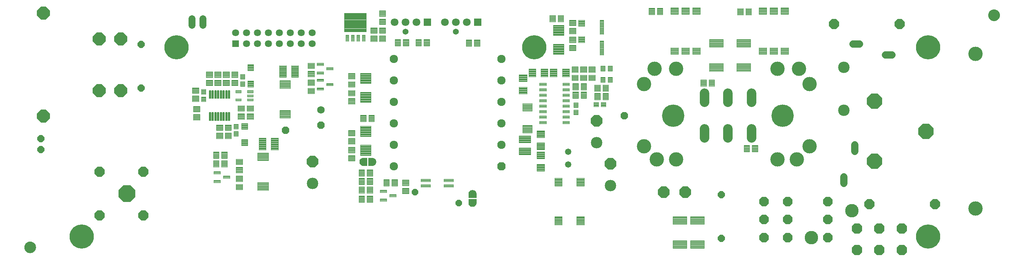
<source format=gts>
G75*
%MOIN*%
%OFA0B0*%
%FSLAX25Y25*%
%IPPOS*%
%LPD*%
%AMOC8*
5,1,8,0,0,1.08239X$1,22.5*
%
%ADD10C,0.13098*%
%ADD11C,0.00500*%
%ADD12OC8,0.09350*%
%ADD13C,0.10500*%
%ADD14C,0.06500*%
%ADD15OC8,0.06500*%
%ADD16C,0.00455*%
%ADD17C,0.00449*%
%ADD18C,0.00454*%
%ADD19OC8,0.10500*%
%ADD20C,0.00432*%
%ADD21C,0.05815*%
%ADD22OC8,0.08768*%
%ADD23C,0.07587*%
%ADD24OC8,0.07587*%
%ADD25C,0.12311*%
%ADD26OC8,0.13886*%
%ADD27OC8,0.11768*%
%ADD28C,0.20500*%
%ADD29OC8,0.09100*%
%ADD30OC8,0.15500*%
%ADD31C,0.08750*%
%ADD32C,0.00444*%
%ADD33R,0.07100X0.07100*%
%ADD34C,0.07100*%
%ADD35C,0.05421*%
%ADD36R,0.06406X0.06406*%
%ADD37C,0.06406*%
%ADD38C,0.06406*%
%ADD39OC8,0.06996*%
%ADD40C,0.00398*%
%ADD41OC8,0.05900*%
%ADD42C,0.00487*%
%ADD43C,0.00408*%
%ADD44C,0.00493*%
%ADD45C,0.00421*%
%ADD46C,0.00100*%
%ADD47C,0.00455*%
%ADD48OC8,0.06800*%
%ADD49C,0.06800*%
%ADD50C,0.00486*%
%ADD51OC8,0.06406*%
%ADD52OC8,0.09555*%
%ADD53C,0.00551*%
%ADD54C,0.00488*%
%ADD55C,0.00349*%
%ADD56C,0.22154*%
D10*
X0631534Y0140823D03*
X0643345Y0129012D03*
X0661062Y0129012D03*
X0753581Y0129012D03*
X0771298Y0129012D03*
X0783109Y0140823D03*
X0783109Y0197909D03*
X0773266Y0211689D03*
X0753581Y0211689D03*
X0661062Y0211689D03*
X0641377Y0211689D03*
X0631534Y0197909D03*
X0934684Y0225469D03*
X0934684Y0083736D03*
D11*
X0067297Y0044473D02*
X0066680Y0045089D01*
X0066180Y0045803D01*
X0065812Y0046593D01*
X0065586Y0047435D01*
X0065510Y0048303D01*
X0065586Y0049171D01*
X0065812Y0050013D01*
X0066180Y0050803D01*
X0066680Y0051517D01*
X0067297Y0052133D01*
X0068010Y0052633D01*
X0068800Y0053002D01*
X0069642Y0053227D01*
X0070510Y0053303D01*
X0071379Y0053227D01*
X0072221Y0053002D01*
X0073010Y0052633D01*
X0073724Y0052133D01*
X0074341Y0051517D01*
X0074841Y0050803D01*
X0075209Y0050013D01*
X0075435Y0049171D01*
X0075510Y0048303D01*
X0075435Y0047435D01*
X0075209Y0046593D01*
X0074841Y0045803D01*
X0074341Y0045089D01*
X0073724Y0044473D01*
X0073010Y0043973D01*
X0072221Y0043605D01*
X0071379Y0043379D01*
X0070510Y0043303D01*
X0069642Y0043379D01*
X0068800Y0043605D01*
X0068010Y0043973D01*
X0067297Y0044473D01*
X0067303Y0044468D02*
X0073718Y0044468D01*
X0074218Y0044967D02*
X0066803Y0044967D01*
X0066417Y0045465D02*
X0074604Y0045465D01*
X0074916Y0045964D02*
X0066105Y0045964D01*
X0065873Y0046462D02*
X0075148Y0046462D01*
X0075308Y0046961D02*
X0065713Y0046961D01*
X0065584Y0047459D02*
X0075437Y0047459D01*
X0075480Y0047958D02*
X0065541Y0047958D01*
X0065524Y0048456D02*
X0075497Y0048456D01*
X0075453Y0048955D02*
X0065568Y0048955D01*
X0065662Y0049453D02*
X0075359Y0049453D01*
X0075225Y0049952D02*
X0065796Y0049952D01*
X0066016Y0050450D02*
X0075005Y0050450D01*
X0074739Y0050949D02*
X0066282Y0050949D01*
X0066632Y0051447D02*
X0074389Y0051447D01*
X0073912Y0051946D02*
X0067109Y0051946D01*
X0067741Y0052444D02*
X0073280Y0052444D01*
X0072346Y0052943D02*
X0068675Y0052943D01*
X0068017Y0043970D02*
X0073004Y0043970D01*
X0071723Y0043471D02*
X0069298Y0043471D01*
X0946705Y0260033D02*
X0946629Y0260902D01*
X0946705Y0261770D01*
X0946930Y0262612D01*
X0947298Y0263402D01*
X0947798Y0264116D01*
X0948415Y0264732D01*
X0949129Y0265232D01*
X0949919Y0265600D01*
X0950760Y0265826D01*
X0951629Y0265902D01*
X0952497Y0265826D01*
X0953339Y0265600D01*
X0954129Y0265232D01*
X0954843Y0264732D01*
X0955459Y0264116D01*
X0955959Y0263402D01*
X0956327Y0262612D01*
X0956553Y0261770D01*
X0956629Y0260902D01*
X0956553Y0260033D01*
X0956327Y0259191D01*
X0955959Y0258402D01*
X0955459Y0257688D01*
X0954843Y0257071D01*
X0954129Y0256571D01*
X0953339Y0256203D01*
X0952497Y0255978D01*
X0951629Y0255902D01*
X0950760Y0255978D01*
X0949919Y0256203D01*
X0949129Y0256571D01*
X0948415Y0257071D01*
X0947798Y0257688D01*
X0947298Y0258402D01*
X0946930Y0259191D01*
X0946705Y0260033D01*
X0946760Y0259825D02*
X0956497Y0259825D01*
X0956578Y0260324D02*
X0946679Y0260324D01*
X0946636Y0260822D02*
X0956622Y0260822D01*
X0956592Y0261321D02*
X0946665Y0261321D01*
X0946718Y0261819D02*
X0956539Y0261819D01*
X0956406Y0262318D02*
X0946851Y0262318D01*
X0947026Y0262816D02*
X0956232Y0262816D01*
X0955999Y0263315D02*
X0947258Y0263315D01*
X0947587Y0263813D02*
X0955670Y0263813D01*
X0955263Y0264312D02*
X0947995Y0264312D01*
X0948527Y0264810D02*
X0954730Y0264810D01*
X0953963Y0265309D02*
X0949294Y0265309D01*
X0950692Y0265807D02*
X0952565Y0265807D01*
X0956363Y0259327D02*
X0946894Y0259327D01*
X0947100Y0258828D02*
X0956158Y0258828D01*
X0955908Y0258330D02*
X0947349Y0258330D01*
X0947698Y0257831D02*
X0955559Y0257831D01*
X0955104Y0257333D02*
X0948153Y0257333D01*
X0948753Y0256834D02*
X0954504Y0256834D01*
X0953623Y0256336D02*
X0949634Y0256336D01*
D12*
X0865418Y0252742D03*
X0805418Y0252742D03*
X0837668Y0087742D03*
X0897668Y0087742D03*
D13*
X0814418Y0173742D03*
X0814418Y0213112D03*
X0588449Y0144242D03*
X0600949Y0104992D03*
X0328699Y0106742D03*
D14*
X0814418Y0106728D02*
X0814418Y0112728D01*
X0824418Y0136256D02*
X0824418Y0142256D01*
X0852182Y0224492D02*
X0858182Y0224492D01*
X0828654Y0234492D02*
X0822654Y0234492D01*
D15*
X0702199Y0096492D03*
X0702199Y0056492D03*
X0171918Y0194274D03*
X0171918Y0234274D03*
D16*
X0298505Y0201141D02*
X0308393Y0201141D01*
X0308393Y0194009D01*
X0298505Y0194009D01*
X0298505Y0201141D01*
X0298505Y0194463D02*
X0308393Y0194463D01*
X0308393Y0194917D02*
X0298505Y0194917D01*
X0298505Y0195371D02*
X0308393Y0195371D01*
X0308393Y0195825D02*
X0298505Y0195825D01*
X0298505Y0196279D02*
X0308393Y0196279D01*
X0308393Y0196733D02*
X0298505Y0196733D01*
X0298505Y0197187D02*
X0308393Y0197187D01*
X0308393Y0197641D02*
X0298505Y0197641D01*
X0298505Y0198095D02*
X0308393Y0198095D01*
X0308393Y0198549D02*
X0298505Y0198549D01*
X0298505Y0199003D02*
X0308393Y0199003D01*
X0308393Y0199457D02*
X0298505Y0199457D01*
X0298505Y0199911D02*
X0308393Y0199911D01*
X0308393Y0200365D02*
X0298505Y0200365D01*
X0298505Y0200819D02*
X0308393Y0200819D01*
X0308393Y0173975D02*
X0298505Y0173975D01*
X0308393Y0173975D02*
X0308393Y0166843D01*
X0298505Y0166843D01*
X0298505Y0173975D01*
X0298505Y0167297D02*
X0308393Y0167297D01*
X0308393Y0167751D02*
X0298505Y0167751D01*
X0298505Y0168205D02*
X0308393Y0168205D01*
X0308393Y0168659D02*
X0298505Y0168659D01*
X0298505Y0169113D02*
X0308393Y0169113D01*
X0308393Y0169567D02*
X0298505Y0169567D01*
X0298505Y0170021D02*
X0308393Y0170021D01*
X0308393Y0170475D02*
X0298505Y0170475D01*
X0298505Y0170929D02*
X0308393Y0170929D01*
X0308393Y0171383D02*
X0298505Y0171383D01*
X0298505Y0171837D02*
X0308393Y0171837D01*
X0308393Y0172291D02*
X0298505Y0172291D01*
X0298505Y0172745D02*
X0308393Y0172745D01*
X0308393Y0173199D02*
X0298505Y0173199D01*
X0298505Y0173653D02*
X0308393Y0173653D01*
X0288143Y0134891D02*
X0278255Y0134891D01*
X0288143Y0134891D02*
X0288143Y0127759D01*
X0278255Y0127759D01*
X0278255Y0134891D01*
X0278255Y0128213D02*
X0288143Y0128213D01*
X0288143Y0128667D02*
X0278255Y0128667D01*
X0278255Y0129121D02*
X0288143Y0129121D01*
X0288143Y0129575D02*
X0278255Y0129575D01*
X0278255Y0130029D02*
X0288143Y0130029D01*
X0288143Y0130483D02*
X0278255Y0130483D01*
X0278255Y0130937D02*
X0288143Y0130937D01*
X0288143Y0131391D02*
X0278255Y0131391D01*
X0278255Y0131845D02*
X0288143Y0131845D01*
X0288143Y0132299D02*
X0278255Y0132299D01*
X0278255Y0132753D02*
X0288143Y0132753D01*
X0288143Y0133207D02*
X0278255Y0133207D01*
X0278255Y0133661D02*
X0288143Y0133661D01*
X0288143Y0134115D02*
X0278255Y0134115D01*
X0278255Y0134569D02*
X0288143Y0134569D01*
X0288143Y0107725D02*
X0278255Y0107725D01*
X0288143Y0107725D02*
X0288143Y0100593D01*
X0278255Y0100593D01*
X0278255Y0107725D01*
X0278255Y0101047D02*
X0288143Y0101047D01*
X0288143Y0101501D02*
X0278255Y0101501D01*
X0278255Y0101955D02*
X0288143Y0101955D01*
X0288143Y0102409D02*
X0278255Y0102409D01*
X0278255Y0102863D02*
X0288143Y0102863D01*
X0288143Y0103317D02*
X0278255Y0103317D01*
X0278255Y0103771D02*
X0288143Y0103771D01*
X0288143Y0104225D02*
X0278255Y0104225D01*
X0278255Y0104679D02*
X0288143Y0104679D01*
X0288143Y0105133D02*
X0278255Y0105133D01*
X0278255Y0105587D02*
X0288143Y0105587D01*
X0288143Y0106041D02*
X0278255Y0106041D01*
X0278255Y0106495D02*
X0288143Y0106495D01*
X0288143Y0106949D02*
X0278255Y0106949D01*
X0278255Y0107403D02*
X0288143Y0107403D01*
X0529302Y0153137D02*
X0529302Y0160269D01*
X0529302Y0153137D02*
X0520596Y0153137D01*
X0520596Y0160269D01*
X0529302Y0160269D01*
X0529302Y0153591D02*
X0520596Y0153591D01*
X0520596Y0154045D02*
X0529302Y0154045D01*
X0529302Y0154499D02*
X0520596Y0154499D01*
X0520596Y0154953D02*
X0529302Y0154953D01*
X0529302Y0155407D02*
X0520596Y0155407D01*
X0520596Y0155861D02*
X0529302Y0155861D01*
X0529302Y0156315D02*
X0520596Y0156315D01*
X0520596Y0156769D02*
X0529302Y0156769D01*
X0529302Y0157223D02*
X0520596Y0157223D01*
X0520596Y0157677D02*
X0529302Y0157677D01*
X0529302Y0158131D02*
X0520596Y0158131D01*
X0520596Y0158585D02*
X0529302Y0158585D01*
X0529302Y0159039D02*
X0520596Y0159039D01*
X0520596Y0159493D02*
X0529302Y0159493D01*
X0529302Y0159947D02*
X0520596Y0159947D01*
X0529302Y0173215D02*
X0529302Y0180347D01*
X0529302Y0173215D02*
X0520596Y0173215D01*
X0520596Y0180347D01*
X0529302Y0180347D01*
X0529302Y0173669D02*
X0520596Y0173669D01*
X0520596Y0174123D02*
X0529302Y0174123D01*
X0529302Y0174577D02*
X0520596Y0174577D01*
X0520596Y0175031D02*
X0529302Y0175031D01*
X0529302Y0175485D02*
X0520596Y0175485D01*
X0520596Y0175939D02*
X0529302Y0175939D01*
X0529302Y0176393D02*
X0520596Y0176393D01*
X0520596Y0176847D02*
X0529302Y0176847D01*
X0529302Y0177301D02*
X0520596Y0177301D01*
X0520596Y0177755D02*
X0529302Y0177755D01*
X0529302Y0178209D02*
X0520596Y0178209D01*
X0520596Y0178663D02*
X0529302Y0178663D01*
X0529302Y0179117D02*
X0520596Y0179117D01*
X0520596Y0179571D02*
X0529302Y0179571D01*
X0529302Y0180025D02*
X0520596Y0180025D01*
X0691377Y0209653D02*
X0691377Y0216785D01*
X0704021Y0216785D01*
X0704021Y0209653D01*
X0691377Y0209653D01*
X0691377Y0210107D02*
X0704021Y0210107D01*
X0704021Y0210561D02*
X0691377Y0210561D01*
X0691377Y0211015D02*
X0704021Y0211015D01*
X0704021Y0211469D02*
X0691377Y0211469D01*
X0691377Y0211923D02*
X0704021Y0211923D01*
X0704021Y0212377D02*
X0691377Y0212377D01*
X0691377Y0212831D02*
X0704021Y0212831D01*
X0704021Y0213285D02*
X0691377Y0213285D01*
X0691377Y0213739D02*
X0704021Y0213739D01*
X0704021Y0214193D02*
X0691377Y0214193D01*
X0691377Y0214647D02*
X0704021Y0214647D01*
X0704021Y0215101D02*
X0691377Y0215101D01*
X0691377Y0215555D02*
X0704021Y0215555D01*
X0704021Y0216009D02*
X0691377Y0216009D01*
X0691377Y0216463D02*
X0704021Y0216463D01*
X0716377Y0216785D02*
X0716377Y0209653D01*
X0716377Y0216785D02*
X0729021Y0216785D01*
X0729021Y0209653D01*
X0716377Y0209653D01*
X0716377Y0210107D02*
X0729021Y0210107D01*
X0729021Y0210561D02*
X0716377Y0210561D01*
X0716377Y0211015D02*
X0729021Y0211015D01*
X0729021Y0211469D02*
X0716377Y0211469D01*
X0716377Y0211923D02*
X0729021Y0211923D01*
X0729021Y0212377D02*
X0716377Y0212377D01*
X0716377Y0212831D02*
X0729021Y0212831D01*
X0729021Y0213285D02*
X0716377Y0213285D01*
X0716377Y0213739D02*
X0729021Y0213739D01*
X0729021Y0214193D02*
X0716377Y0214193D01*
X0716377Y0214647D02*
X0729021Y0214647D01*
X0729021Y0215101D02*
X0716377Y0215101D01*
X0716377Y0215555D02*
X0729021Y0215555D01*
X0729021Y0216009D02*
X0716377Y0216009D01*
X0716377Y0216463D02*
X0729021Y0216463D01*
X0716377Y0231700D02*
X0716377Y0238832D01*
X0729021Y0238832D01*
X0729021Y0231700D01*
X0716377Y0231700D01*
X0716377Y0232154D02*
X0729021Y0232154D01*
X0729021Y0232608D02*
X0716377Y0232608D01*
X0716377Y0233062D02*
X0729021Y0233062D01*
X0729021Y0233516D02*
X0716377Y0233516D01*
X0716377Y0233970D02*
X0729021Y0233970D01*
X0729021Y0234424D02*
X0716377Y0234424D01*
X0716377Y0234878D02*
X0729021Y0234878D01*
X0729021Y0235332D02*
X0716377Y0235332D01*
X0716377Y0235786D02*
X0729021Y0235786D01*
X0729021Y0236240D02*
X0716377Y0236240D01*
X0716377Y0236694D02*
X0729021Y0236694D01*
X0729021Y0237148D02*
X0716377Y0237148D01*
X0716377Y0237602D02*
X0729021Y0237602D01*
X0729021Y0238056D02*
X0716377Y0238056D01*
X0716377Y0238510D02*
X0729021Y0238510D01*
X0691377Y0238832D02*
X0691377Y0231700D01*
X0691377Y0238832D02*
X0704021Y0238832D01*
X0704021Y0231700D01*
X0691377Y0231700D01*
X0691377Y0232154D02*
X0704021Y0232154D01*
X0704021Y0232608D02*
X0691377Y0232608D01*
X0691377Y0233062D02*
X0704021Y0233062D01*
X0704021Y0233516D02*
X0691377Y0233516D01*
X0691377Y0233970D02*
X0704021Y0233970D01*
X0704021Y0234424D02*
X0691377Y0234424D01*
X0691377Y0234878D02*
X0704021Y0234878D01*
X0704021Y0235332D02*
X0691377Y0235332D01*
X0691377Y0235786D02*
X0704021Y0235786D01*
X0704021Y0236240D02*
X0691377Y0236240D01*
X0691377Y0236694D02*
X0704021Y0236694D01*
X0704021Y0237148D02*
X0691377Y0237148D01*
X0691377Y0237602D02*
X0704021Y0237602D01*
X0704021Y0238056D02*
X0691377Y0238056D01*
X0691377Y0238510D02*
X0704021Y0238510D01*
X0673877Y0076582D02*
X0673877Y0069450D01*
X0673877Y0076582D02*
X0686521Y0076582D01*
X0686521Y0069450D01*
X0673877Y0069450D01*
X0673877Y0069904D02*
X0686521Y0069904D01*
X0686521Y0070358D02*
X0673877Y0070358D01*
X0673877Y0070812D02*
X0686521Y0070812D01*
X0686521Y0071266D02*
X0673877Y0071266D01*
X0673877Y0071720D02*
X0686521Y0071720D01*
X0686521Y0072174D02*
X0673877Y0072174D01*
X0673877Y0072628D02*
X0686521Y0072628D01*
X0686521Y0073082D02*
X0673877Y0073082D01*
X0673877Y0073536D02*
X0686521Y0073536D01*
X0686521Y0073990D02*
X0673877Y0073990D01*
X0673877Y0074444D02*
X0686521Y0074444D01*
X0686521Y0074898D02*
X0673877Y0074898D01*
X0673877Y0075352D02*
X0686521Y0075352D01*
X0686521Y0075806D02*
X0673877Y0075806D01*
X0673877Y0076260D02*
X0686521Y0076260D01*
X0658127Y0076582D02*
X0658127Y0069450D01*
X0658127Y0076582D02*
X0670771Y0076582D01*
X0670771Y0069450D01*
X0658127Y0069450D01*
X0658127Y0069904D02*
X0670771Y0069904D01*
X0670771Y0070358D02*
X0658127Y0070358D01*
X0658127Y0070812D02*
X0670771Y0070812D01*
X0670771Y0071266D02*
X0658127Y0071266D01*
X0658127Y0071720D02*
X0670771Y0071720D01*
X0670771Y0072174D02*
X0658127Y0072174D01*
X0658127Y0072628D02*
X0670771Y0072628D01*
X0670771Y0073082D02*
X0658127Y0073082D01*
X0658127Y0073536D02*
X0670771Y0073536D01*
X0670771Y0073990D02*
X0658127Y0073990D01*
X0658127Y0074444D02*
X0670771Y0074444D01*
X0670771Y0074898D02*
X0658127Y0074898D01*
X0658127Y0075352D02*
X0670771Y0075352D01*
X0670771Y0075806D02*
X0658127Y0075806D01*
X0658127Y0076260D02*
X0670771Y0076260D01*
X0658127Y0054535D02*
X0658127Y0047403D01*
X0658127Y0054535D02*
X0670771Y0054535D01*
X0670771Y0047403D01*
X0658127Y0047403D01*
X0658127Y0047857D02*
X0670771Y0047857D01*
X0670771Y0048311D02*
X0658127Y0048311D01*
X0658127Y0048765D02*
X0670771Y0048765D01*
X0670771Y0049219D02*
X0658127Y0049219D01*
X0658127Y0049673D02*
X0670771Y0049673D01*
X0670771Y0050127D02*
X0658127Y0050127D01*
X0658127Y0050581D02*
X0670771Y0050581D01*
X0670771Y0051035D02*
X0658127Y0051035D01*
X0658127Y0051489D02*
X0670771Y0051489D01*
X0670771Y0051943D02*
X0658127Y0051943D01*
X0658127Y0052397D02*
X0670771Y0052397D01*
X0670771Y0052851D02*
X0658127Y0052851D01*
X0658127Y0053305D02*
X0670771Y0053305D01*
X0670771Y0053759D02*
X0658127Y0053759D01*
X0658127Y0054213D02*
X0670771Y0054213D01*
X0673877Y0054535D02*
X0673877Y0047403D01*
X0673877Y0054535D02*
X0686521Y0054535D01*
X0686521Y0047403D01*
X0673877Y0047403D01*
X0673877Y0047857D02*
X0686521Y0047857D01*
X0686521Y0048311D02*
X0673877Y0048311D01*
X0673877Y0048765D02*
X0686521Y0048765D01*
X0686521Y0049219D02*
X0673877Y0049219D01*
X0673877Y0049673D02*
X0686521Y0049673D01*
X0686521Y0050127D02*
X0673877Y0050127D01*
X0673877Y0050581D02*
X0686521Y0050581D01*
X0686521Y0051035D02*
X0673877Y0051035D01*
X0673877Y0051489D02*
X0686521Y0051489D01*
X0686521Y0051943D02*
X0673877Y0051943D01*
X0673877Y0052397D02*
X0686521Y0052397D01*
X0686521Y0052851D02*
X0673877Y0052851D01*
X0673877Y0053305D02*
X0686521Y0053305D01*
X0686521Y0053759D02*
X0673877Y0053759D01*
X0673877Y0054213D02*
X0686521Y0054213D01*
D17*
X0410720Y0097417D02*
X0410720Y0102587D01*
X0416678Y0102587D01*
X0416678Y0097417D01*
X0410720Y0097417D01*
X0410720Y0097865D02*
X0416678Y0097865D01*
X0416678Y0098313D02*
X0410720Y0098313D01*
X0410720Y0098761D02*
X0416678Y0098761D01*
X0416678Y0099209D02*
X0410720Y0099209D01*
X0410720Y0099657D02*
X0416678Y0099657D01*
X0416678Y0100105D02*
X0410720Y0100105D01*
X0410720Y0100553D02*
X0416678Y0100553D01*
X0416678Y0101001D02*
X0410720Y0101001D01*
X0410720Y0101449D02*
X0416678Y0101449D01*
X0416678Y0101897D02*
X0410720Y0101897D01*
X0410720Y0102345D02*
X0416678Y0102345D01*
X0410720Y0104897D02*
X0410720Y0110067D01*
X0416678Y0110067D01*
X0416678Y0104897D01*
X0410720Y0104897D01*
X0410720Y0105345D02*
X0416678Y0105345D01*
X0416678Y0105793D02*
X0410720Y0105793D01*
X0410720Y0106241D02*
X0416678Y0106241D01*
X0416678Y0106689D02*
X0410720Y0106689D01*
X0410720Y0107137D02*
X0416678Y0107137D01*
X0416678Y0107585D02*
X0410720Y0107585D01*
X0410720Y0108033D02*
X0416678Y0108033D01*
X0416678Y0108481D02*
X0410720Y0108481D01*
X0410720Y0108929D02*
X0416678Y0108929D01*
X0416678Y0109377D02*
X0410720Y0109377D01*
X0410720Y0109825D02*
X0416678Y0109825D01*
X0406275Y0104513D02*
X0401105Y0104513D01*
X0401105Y0110471D01*
X0406275Y0110471D01*
X0406275Y0104513D01*
X0406275Y0104961D02*
X0401105Y0104961D01*
X0401105Y0105409D02*
X0406275Y0105409D01*
X0406275Y0105857D02*
X0401105Y0105857D01*
X0401105Y0106305D02*
X0406275Y0106305D01*
X0406275Y0106753D02*
X0401105Y0106753D01*
X0401105Y0107201D02*
X0406275Y0107201D01*
X0406275Y0107649D02*
X0401105Y0107649D01*
X0401105Y0108097D02*
X0406275Y0108097D01*
X0406275Y0108545D02*
X0401105Y0108545D01*
X0401105Y0108993D02*
X0406275Y0108993D01*
X0406275Y0109441D02*
X0401105Y0109441D01*
X0401105Y0109889D02*
X0406275Y0109889D01*
X0406275Y0110337D02*
X0401105Y0110337D01*
X0398794Y0104513D02*
X0393624Y0104513D01*
X0393624Y0110471D01*
X0398794Y0110471D01*
X0398794Y0104513D01*
X0398794Y0104961D02*
X0393624Y0104961D01*
X0393624Y0105409D02*
X0398794Y0105409D01*
X0398794Y0105857D02*
X0393624Y0105857D01*
X0393624Y0106305D02*
X0398794Y0106305D01*
X0398794Y0106753D02*
X0393624Y0106753D01*
X0393624Y0107201D02*
X0398794Y0107201D01*
X0398794Y0107649D02*
X0393624Y0107649D01*
X0393624Y0108097D02*
X0398794Y0108097D01*
X0398794Y0108545D02*
X0393624Y0108545D01*
X0393624Y0108993D02*
X0398794Y0108993D01*
X0398794Y0109441D02*
X0393624Y0109441D01*
X0393624Y0109889D02*
X0398794Y0109889D01*
X0398794Y0110337D02*
X0393624Y0110337D01*
X0383525Y0105763D02*
X0378355Y0105763D01*
X0378355Y0111721D01*
X0383525Y0111721D01*
X0383525Y0105763D01*
X0383525Y0106211D02*
X0378355Y0106211D01*
X0378355Y0106659D02*
X0383525Y0106659D01*
X0383525Y0107107D02*
X0378355Y0107107D01*
X0378355Y0107555D02*
X0383525Y0107555D01*
X0383525Y0108003D02*
X0378355Y0108003D01*
X0378355Y0108451D02*
X0383525Y0108451D01*
X0383525Y0108899D02*
X0378355Y0108899D01*
X0378355Y0109347D02*
X0383525Y0109347D01*
X0383525Y0109795D02*
X0378355Y0109795D01*
X0378355Y0110243D02*
X0383525Y0110243D01*
X0383525Y0110691D02*
X0378355Y0110691D01*
X0378355Y0111139D02*
X0383525Y0111139D01*
X0383525Y0111587D02*
X0378355Y0111587D01*
X0376044Y0105763D02*
X0370874Y0105763D01*
X0370874Y0111721D01*
X0376044Y0111721D01*
X0376044Y0105763D01*
X0376044Y0106211D02*
X0370874Y0106211D01*
X0370874Y0106659D02*
X0376044Y0106659D01*
X0376044Y0107107D02*
X0370874Y0107107D01*
X0370874Y0107555D02*
X0376044Y0107555D01*
X0376044Y0108003D02*
X0370874Y0108003D01*
X0370874Y0108451D02*
X0376044Y0108451D01*
X0376044Y0108899D02*
X0370874Y0108899D01*
X0370874Y0109347D02*
X0376044Y0109347D01*
X0376044Y0109795D02*
X0370874Y0109795D01*
X0370874Y0110243D02*
X0376044Y0110243D01*
X0376044Y0110691D02*
X0370874Y0110691D01*
X0370874Y0111139D02*
X0376044Y0111139D01*
X0376044Y0111587D02*
X0370874Y0111587D01*
X0370874Y0119471D02*
X0376044Y0119471D01*
X0376044Y0113513D01*
X0370874Y0113513D01*
X0370874Y0119471D01*
X0370874Y0113961D02*
X0376044Y0113961D01*
X0376044Y0114409D02*
X0370874Y0114409D01*
X0370874Y0114857D02*
X0376044Y0114857D01*
X0376044Y0115305D02*
X0370874Y0115305D01*
X0370874Y0115753D02*
X0376044Y0115753D01*
X0376044Y0116201D02*
X0370874Y0116201D01*
X0370874Y0116649D02*
X0376044Y0116649D01*
X0376044Y0117097D02*
X0370874Y0117097D01*
X0370874Y0117545D02*
X0376044Y0117545D01*
X0376044Y0117993D02*
X0370874Y0117993D01*
X0370874Y0118441D02*
X0376044Y0118441D01*
X0376044Y0118889D02*
X0370874Y0118889D01*
X0370874Y0119337D02*
X0376044Y0119337D01*
X0378355Y0119471D02*
X0383525Y0119471D01*
X0383525Y0113513D01*
X0378355Y0113513D01*
X0378355Y0119471D01*
X0378355Y0113961D02*
X0383525Y0113961D01*
X0383525Y0114409D02*
X0378355Y0114409D01*
X0378355Y0114857D02*
X0383525Y0114857D01*
X0383525Y0115305D02*
X0378355Y0115305D01*
X0378355Y0115753D02*
X0383525Y0115753D01*
X0383525Y0116201D02*
X0378355Y0116201D01*
X0378355Y0116649D02*
X0383525Y0116649D01*
X0383525Y0117097D02*
X0378355Y0117097D01*
X0378355Y0117545D02*
X0383525Y0117545D01*
X0383525Y0117993D02*
X0378355Y0117993D01*
X0378355Y0118441D02*
X0383525Y0118441D01*
X0383525Y0118889D02*
X0378355Y0118889D01*
X0378355Y0119337D02*
X0383525Y0119337D01*
X0361220Y0127417D02*
X0361220Y0132587D01*
X0367178Y0132587D01*
X0367178Y0127417D01*
X0361220Y0127417D01*
X0361220Y0127865D02*
X0367178Y0127865D01*
X0367178Y0128313D02*
X0361220Y0128313D01*
X0361220Y0128761D02*
X0367178Y0128761D01*
X0367178Y0129209D02*
X0361220Y0129209D01*
X0361220Y0129657D02*
X0367178Y0129657D01*
X0367178Y0130105D02*
X0361220Y0130105D01*
X0361220Y0130553D02*
X0367178Y0130553D01*
X0367178Y0131001D02*
X0361220Y0131001D01*
X0361220Y0131449D02*
X0367178Y0131449D01*
X0367178Y0131897D02*
X0361220Y0131897D01*
X0361220Y0132345D02*
X0367178Y0132345D01*
X0361220Y0134897D02*
X0361220Y0140067D01*
X0367178Y0140067D01*
X0367178Y0134897D01*
X0361220Y0134897D01*
X0361220Y0135345D02*
X0367178Y0135345D01*
X0367178Y0135793D02*
X0361220Y0135793D01*
X0361220Y0136241D02*
X0367178Y0136241D01*
X0367178Y0136689D02*
X0361220Y0136689D01*
X0361220Y0137137D02*
X0367178Y0137137D01*
X0367178Y0137585D02*
X0361220Y0137585D01*
X0361220Y0138033D02*
X0367178Y0138033D01*
X0367178Y0138481D02*
X0361220Y0138481D01*
X0361220Y0138929D02*
X0367178Y0138929D01*
X0367178Y0139377D02*
X0361220Y0139377D01*
X0361220Y0139825D02*
X0367178Y0139825D01*
X0361220Y0142917D02*
X0361220Y0148087D01*
X0367178Y0148087D01*
X0367178Y0142917D01*
X0361220Y0142917D01*
X0361220Y0143365D02*
X0367178Y0143365D01*
X0367178Y0143813D02*
X0361220Y0143813D01*
X0361220Y0144261D02*
X0367178Y0144261D01*
X0367178Y0144709D02*
X0361220Y0144709D01*
X0361220Y0145157D02*
X0367178Y0145157D01*
X0367178Y0145605D02*
X0361220Y0145605D01*
X0361220Y0146053D02*
X0367178Y0146053D01*
X0367178Y0146501D02*
X0361220Y0146501D01*
X0361220Y0146949D02*
X0367178Y0146949D01*
X0367178Y0147397D02*
X0361220Y0147397D01*
X0361220Y0147845D02*
X0367178Y0147845D01*
X0361220Y0150397D02*
X0361220Y0155567D01*
X0367178Y0155567D01*
X0367178Y0150397D01*
X0361220Y0150397D01*
X0361220Y0150845D02*
X0367178Y0150845D01*
X0367178Y0151293D02*
X0361220Y0151293D01*
X0361220Y0151741D02*
X0367178Y0151741D01*
X0367178Y0152189D02*
X0361220Y0152189D01*
X0361220Y0152637D02*
X0367178Y0152637D01*
X0367178Y0153085D02*
X0361220Y0153085D01*
X0361220Y0153533D02*
X0367178Y0153533D01*
X0367178Y0153981D02*
X0361220Y0153981D01*
X0361220Y0154429D02*
X0367178Y0154429D01*
X0367178Y0154877D02*
X0361220Y0154877D01*
X0361220Y0155325D02*
X0367178Y0155325D01*
X0372374Y0169471D02*
X0377544Y0169471D01*
X0377544Y0163513D01*
X0372374Y0163513D01*
X0372374Y0169471D01*
X0372374Y0163961D02*
X0377544Y0163961D01*
X0377544Y0164409D02*
X0372374Y0164409D01*
X0372374Y0164857D02*
X0377544Y0164857D01*
X0377544Y0165305D02*
X0372374Y0165305D01*
X0372374Y0165753D02*
X0377544Y0165753D01*
X0377544Y0166201D02*
X0372374Y0166201D01*
X0372374Y0166649D02*
X0377544Y0166649D01*
X0377544Y0167097D02*
X0372374Y0167097D01*
X0372374Y0167545D02*
X0377544Y0167545D01*
X0377544Y0167993D02*
X0372374Y0167993D01*
X0372374Y0168441D02*
X0377544Y0168441D01*
X0377544Y0168889D02*
X0372374Y0168889D01*
X0372374Y0169337D02*
X0377544Y0169337D01*
X0379855Y0169471D02*
X0385025Y0169471D01*
X0385025Y0163513D01*
X0379855Y0163513D01*
X0379855Y0169471D01*
X0379855Y0163961D02*
X0385025Y0163961D01*
X0385025Y0164409D02*
X0379855Y0164409D01*
X0379855Y0164857D02*
X0385025Y0164857D01*
X0385025Y0165305D02*
X0379855Y0165305D01*
X0379855Y0165753D02*
X0385025Y0165753D01*
X0385025Y0166201D02*
X0379855Y0166201D01*
X0379855Y0166649D02*
X0385025Y0166649D01*
X0385025Y0167097D02*
X0379855Y0167097D01*
X0379855Y0167545D02*
X0385025Y0167545D01*
X0385025Y0167993D02*
X0379855Y0167993D01*
X0379855Y0168441D02*
X0385025Y0168441D01*
X0385025Y0168889D02*
X0379855Y0168889D01*
X0379855Y0169337D02*
X0385025Y0169337D01*
X0367178Y0179667D02*
X0367178Y0184837D01*
X0367178Y0179667D02*
X0361220Y0179667D01*
X0361220Y0184837D01*
X0367178Y0184837D01*
X0367178Y0180115D02*
X0361220Y0180115D01*
X0361220Y0180563D02*
X0367178Y0180563D01*
X0367178Y0181011D02*
X0361220Y0181011D01*
X0361220Y0181459D02*
X0367178Y0181459D01*
X0367178Y0181907D02*
X0361220Y0181907D01*
X0361220Y0182355D02*
X0367178Y0182355D01*
X0367178Y0182803D02*
X0361220Y0182803D01*
X0361220Y0183251D02*
X0367178Y0183251D01*
X0367178Y0183699D02*
X0361220Y0183699D01*
X0361220Y0184147D02*
X0367178Y0184147D01*
X0367178Y0184595D02*
X0361220Y0184595D01*
X0367178Y0187147D02*
X0367178Y0192317D01*
X0367178Y0187147D02*
X0361220Y0187147D01*
X0361220Y0192317D01*
X0367178Y0192317D01*
X0367178Y0187595D02*
X0361220Y0187595D01*
X0361220Y0188043D02*
X0367178Y0188043D01*
X0367178Y0188491D02*
X0361220Y0188491D01*
X0361220Y0188939D02*
X0367178Y0188939D01*
X0367178Y0189387D02*
X0361220Y0189387D01*
X0361220Y0189835D02*
X0367178Y0189835D01*
X0367178Y0190283D02*
X0361220Y0190283D01*
X0361220Y0190731D02*
X0367178Y0190731D01*
X0367178Y0191179D02*
X0361220Y0191179D01*
X0361220Y0191627D02*
X0367178Y0191627D01*
X0367178Y0192075D02*
X0361220Y0192075D01*
X0367178Y0195167D02*
X0367178Y0200337D01*
X0367178Y0195167D02*
X0361220Y0195167D01*
X0361220Y0200337D01*
X0367178Y0200337D01*
X0367178Y0195615D02*
X0361220Y0195615D01*
X0361220Y0196063D02*
X0367178Y0196063D01*
X0367178Y0196511D02*
X0361220Y0196511D01*
X0361220Y0196959D02*
X0367178Y0196959D01*
X0367178Y0197407D02*
X0361220Y0197407D01*
X0361220Y0197855D02*
X0367178Y0197855D01*
X0367178Y0198303D02*
X0361220Y0198303D01*
X0361220Y0198751D02*
X0367178Y0198751D01*
X0367178Y0199199D02*
X0361220Y0199199D01*
X0361220Y0199647D02*
X0367178Y0199647D01*
X0367178Y0200095D02*
X0361220Y0200095D01*
X0367178Y0202647D02*
X0367178Y0207817D01*
X0367178Y0202647D02*
X0361220Y0202647D01*
X0361220Y0207817D01*
X0367178Y0207817D01*
X0367178Y0203095D02*
X0361220Y0203095D01*
X0361220Y0203543D02*
X0367178Y0203543D01*
X0367178Y0203991D02*
X0361220Y0203991D01*
X0361220Y0204439D02*
X0367178Y0204439D01*
X0367178Y0204887D02*
X0361220Y0204887D01*
X0361220Y0205335D02*
X0367178Y0205335D01*
X0367178Y0205783D02*
X0361220Y0205783D01*
X0361220Y0206231D02*
X0367178Y0206231D01*
X0367178Y0206679D02*
X0361220Y0206679D01*
X0361220Y0207127D02*
X0367178Y0207127D01*
X0367178Y0207575D02*
X0361220Y0207575D01*
X0330178Y0209837D02*
X0330178Y0204667D01*
X0324220Y0204667D01*
X0324220Y0209837D01*
X0330178Y0209837D01*
X0330178Y0205115D02*
X0324220Y0205115D01*
X0324220Y0205563D02*
X0330178Y0205563D01*
X0330178Y0206011D02*
X0324220Y0206011D01*
X0324220Y0206459D02*
X0330178Y0206459D01*
X0330178Y0206907D02*
X0324220Y0206907D01*
X0324220Y0207355D02*
X0330178Y0207355D01*
X0330178Y0207803D02*
X0324220Y0207803D01*
X0324220Y0208251D02*
X0330178Y0208251D01*
X0330178Y0208699D02*
X0324220Y0208699D01*
X0324220Y0209147D02*
X0330178Y0209147D01*
X0330178Y0209595D02*
X0324220Y0209595D01*
X0330178Y0212147D02*
X0330178Y0217317D01*
X0330178Y0212147D02*
X0324220Y0212147D01*
X0324220Y0217317D01*
X0330178Y0217317D01*
X0330178Y0212595D02*
X0324220Y0212595D01*
X0324220Y0213043D02*
X0330178Y0213043D01*
X0330178Y0213491D02*
X0324220Y0213491D01*
X0324220Y0213939D02*
X0330178Y0213939D01*
X0330178Y0214387D02*
X0324220Y0214387D01*
X0324220Y0214835D02*
X0330178Y0214835D01*
X0330178Y0215283D02*
X0324220Y0215283D01*
X0324220Y0215731D02*
X0330178Y0215731D01*
X0330178Y0216179D02*
X0324220Y0216179D01*
X0324220Y0216627D02*
X0330178Y0216627D01*
X0330178Y0217075D02*
X0324220Y0217075D01*
X0330178Y0201817D02*
X0330178Y0196647D01*
X0324220Y0196647D01*
X0324220Y0201817D01*
X0330178Y0201817D01*
X0330178Y0197095D02*
X0324220Y0197095D01*
X0324220Y0197543D02*
X0330178Y0197543D01*
X0330178Y0197991D02*
X0324220Y0197991D01*
X0324220Y0198439D02*
X0330178Y0198439D01*
X0330178Y0198887D02*
X0324220Y0198887D01*
X0324220Y0199335D02*
X0330178Y0199335D01*
X0330178Y0199783D02*
X0324220Y0199783D01*
X0324220Y0200231D02*
X0330178Y0200231D01*
X0330178Y0200679D02*
X0324220Y0200679D01*
X0324220Y0201127D02*
X0330178Y0201127D01*
X0330178Y0201575D02*
X0324220Y0201575D01*
X0330178Y0194337D02*
X0330178Y0189167D01*
X0324220Y0189167D01*
X0324220Y0194337D01*
X0330178Y0194337D01*
X0330178Y0189615D02*
X0324220Y0189615D01*
X0324220Y0190063D02*
X0330178Y0190063D01*
X0330178Y0190511D02*
X0324220Y0190511D01*
X0324220Y0190959D02*
X0330178Y0190959D01*
X0330178Y0191407D02*
X0324220Y0191407D01*
X0324220Y0191855D02*
X0330178Y0191855D01*
X0330178Y0192303D02*
X0324220Y0192303D01*
X0324220Y0192751D02*
X0330178Y0192751D01*
X0330178Y0193199D02*
X0324220Y0193199D01*
X0324220Y0193647D02*
X0330178Y0193647D01*
X0330178Y0194095D02*
X0324220Y0194095D01*
X0268720Y0178317D02*
X0268720Y0173147D01*
X0268720Y0178317D02*
X0274678Y0178317D01*
X0274678Y0173147D01*
X0268720Y0173147D01*
X0268720Y0173595D02*
X0274678Y0173595D01*
X0274678Y0174043D02*
X0268720Y0174043D01*
X0268720Y0174491D02*
X0274678Y0174491D01*
X0274678Y0174939D02*
X0268720Y0174939D01*
X0268720Y0175387D02*
X0274678Y0175387D01*
X0274678Y0175835D02*
X0268720Y0175835D01*
X0268720Y0176283D02*
X0274678Y0176283D01*
X0274678Y0176731D02*
X0268720Y0176731D01*
X0268720Y0177179D02*
X0274678Y0177179D01*
X0274678Y0177627D02*
X0268720Y0177627D01*
X0268720Y0178075D02*
X0274678Y0178075D01*
X0260220Y0178317D02*
X0260220Y0173147D01*
X0260220Y0178317D02*
X0266178Y0178317D01*
X0266178Y0173147D01*
X0260220Y0173147D01*
X0260220Y0173595D02*
X0266178Y0173595D01*
X0266178Y0174043D02*
X0260220Y0174043D01*
X0260220Y0174491D02*
X0266178Y0174491D01*
X0266178Y0174939D02*
X0260220Y0174939D01*
X0260220Y0175387D02*
X0266178Y0175387D01*
X0266178Y0175835D02*
X0260220Y0175835D01*
X0260220Y0176283D02*
X0266178Y0176283D01*
X0266178Y0176731D02*
X0260220Y0176731D01*
X0260220Y0177179D02*
X0266178Y0177179D01*
X0266178Y0177627D02*
X0260220Y0177627D01*
X0260220Y0178075D02*
X0266178Y0178075D01*
X0260220Y0170837D02*
X0260220Y0165667D01*
X0260220Y0170837D02*
X0266178Y0170837D01*
X0266178Y0165667D01*
X0260220Y0165667D01*
X0260220Y0166115D02*
X0266178Y0166115D01*
X0266178Y0166563D02*
X0260220Y0166563D01*
X0260220Y0167011D02*
X0266178Y0167011D01*
X0266178Y0167459D02*
X0260220Y0167459D01*
X0260220Y0167907D02*
X0266178Y0167907D01*
X0266178Y0168355D02*
X0260220Y0168355D01*
X0260220Y0168803D02*
X0266178Y0168803D01*
X0266178Y0169251D02*
X0260220Y0169251D01*
X0260220Y0169699D02*
X0266178Y0169699D01*
X0266178Y0170147D02*
X0260220Y0170147D01*
X0260220Y0170595D02*
X0266178Y0170595D01*
X0268720Y0170837D02*
X0268720Y0165667D01*
X0268720Y0170837D02*
X0274678Y0170837D01*
X0274678Y0165667D01*
X0268720Y0165667D01*
X0268720Y0166115D02*
X0274678Y0166115D01*
X0274678Y0166563D02*
X0268720Y0166563D01*
X0268720Y0167011D02*
X0274678Y0167011D01*
X0274678Y0167459D02*
X0268720Y0167459D01*
X0268720Y0167907D02*
X0274678Y0167907D01*
X0274678Y0168355D02*
X0268720Y0168355D01*
X0268720Y0168803D02*
X0274678Y0168803D01*
X0274678Y0169251D02*
X0268720Y0169251D01*
X0268720Y0169699D02*
X0274678Y0169699D01*
X0274678Y0170147D02*
X0268720Y0170147D01*
X0268720Y0170595D02*
X0274678Y0170595D01*
X0248470Y0160567D02*
X0248470Y0155397D01*
X0248470Y0160567D02*
X0254428Y0160567D01*
X0254428Y0155397D01*
X0248470Y0155397D01*
X0248470Y0155845D02*
X0254428Y0155845D01*
X0254428Y0156293D02*
X0248470Y0156293D01*
X0248470Y0156741D02*
X0254428Y0156741D01*
X0254428Y0157189D02*
X0248470Y0157189D01*
X0248470Y0157637D02*
X0254428Y0157637D01*
X0254428Y0158085D02*
X0248470Y0158085D01*
X0248470Y0158533D02*
X0254428Y0158533D01*
X0254428Y0158981D02*
X0248470Y0158981D01*
X0248470Y0159429D02*
X0254428Y0159429D01*
X0254428Y0159877D02*
X0248470Y0159877D01*
X0248470Y0160325D02*
X0254428Y0160325D01*
X0246678Y0160567D02*
X0246678Y0155397D01*
X0240720Y0155397D01*
X0240720Y0160567D01*
X0246678Y0160567D01*
X0246678Y0155845D02*
X0240720Y0155845D01*
X0240720Y0156293D02*
X0246678Y0156293D01*
X0246678Y0156741D02*
X0240720Y0156741D01*
X0240720Y0157189D02*
X0246678Y0157189D01*
X0246678Y0157637D02*
X0240720Y0157637D01*
X0240720Y0158085D02*
X0246678Y0158085D01*
X0246678Y0158533D02*
X0240720Y0158533D01*
X0240720Y0158981D02*
X0246678Y0158981D01*
X0246678Y0159429D02*
X0240720Y0159429D01*
X0240720Y0159877D02*
X0246678Y0159877D01*
X0246678Y0160325D02*
X0240720Y0160325D01*
X0225678Y0164917D02*
X0225678Y0170087D01*
X0225678Y0164917D02*
X0219720Y0164917D01*
X0219720Y0170087D01*
X0225678Y0170087D01*
X0225678Y0165365D02*
X0219720Y0165365D01*
X0219720Y0165813D02*
X0225678Y0165813D01*
X0225678Y0166261D02*
X0219720Y0166261D01*
X0219720Y0166709D02*
X0225678Y0166709D01*
X0225678Y0167157D02*
X0219720Y0167157D01*
X0219720Y0167605D02*
X0225678Y0167605D01*
X0225678Y0168053D02*
X0219720Y0168053D01*
X0219720Y0168501D02*
X0225678Y0168501D01*
X0225678Y0168949D02*
X0219720Y0168949D01*
X0219720Y0169397D02*
X0225678Y0169397D01*
X0225678Y0169845D02*
X0219720Y0169845D01*
X0225678Y0172397D02*
X0225678Y0177567D01*
X0225678Y0172397D02*
X0219720Y0172397D01*
X0219720Y0177567D01*
X0225678Y0177567D01*
X0225678Y0172845D02*
X0219720Y0172845D01*
X0219720Y0173293D02*
X0225678Y0173293D01*
X0225678Y0173741D02*
X0219720Y0173741D01*
X0219720Y0174189D02*
X0225678Y0174189D01*
X0225678Y0174637D02*
X0219720Y0174637D01*
X0219720Y0175085D02*
X0225678Y0175085D01*
X0225678Y0175533D02*
X0219720Y0175533D01*
X0219720Y0175981D02*
X0225678Y0175981D01*
X0225678Y0176429D02*
X0219720Y0176429D01*
X0219720Y0176877D02*
X0225678Y0176877D01*
X0225678Y0177325D02*
X0219720Y0177325D01*
X0224678Y0181917D02*
X0224678Y0187087D01*
X0224678Y0181917D02*
X0218720Y0181917D01*
X0218720Y0187087D01*
X0224678Y0187087D01*
X0224678Y0182365D02*
X0218720Y0182365D01*
X0218720Y0182813D02*
X0224678Y0182813D01*
X0224678Y0183261D02*
X0218720Y0183261D01*
X0218720Y0183709D02*
X0224678Y0183709D01*
X0224678Y0184157D02*
X0218720Y0184157D01*
X0218720Y0184605D02*
X0224678Y0184605D01*
X0224678Y0185053D02*
X0218720Y0185053D01*
X0218720Y0185501D02*
X0224678Y0185501D01*
X0224678Y0185949D02*
X0218720Y0185949D01*
X0218720Y0186397D02*
X0224678Y0186397D01*
X0224678Y0186845D02*
X0218720Y0186845D01*
X0224678Y0189397D02*
X0224678Y0194567D01*
X0224678Y0189397D02*
X0218720Y0189397D01*
X0218720Y0194567D01*
X0224678Y0194567D01*
X0224678Y0189845D02*
X0218720Y0189845D01*
X0218720Y0190293D02*
X0224678Y0190293D01*
X0224678Y0190741D02*
X0218720Y0190741D01*
X0218720Y0191189D02*
X0224678Y0191189D01*
X0224678Y0191637D02*
X0218720Y0191637D01*
X0218720Y0192085D02*
X0224678Y0192085D01*
X0224678Y0192533D02*
X0218720Y0192533D01*
X0218720Y0192981D02*
X0224678Y0192981D01*
X0224678Y0193429D02*
X0218720Y0193429D01*
X0218720Y0193877D02*
X0224678Y0193877D01*
X0224678Y0194325D02*
X0218720Y0194325D01*
X0237178Y0196417D02*
X0237178Y0201587D01*
X0237178Y0196417D02*
X0231220Y0196417D01*
X0231220Y0201587D01*
X0237178Y0201587D01*
X0237178Y0196865D02*
X0231220Y0196865D01*
X0231220Y0197313D02*
X0237178Y0197313D01*
X0237178Y0197761D02*
X0231220Y0197761D01*
X0231220Y0198209D02*
X0237178Y0198209D01*
X0237178Y0198657D02*
X0231220Y0198657D01*
X0231220Y0199105D02*
X0237178Y0199105D01*
X0237178Y0199553D02*
X0231220Y0199553D01*
X0231220Y0200001D02*
X0237178Y0200001D01*
X0237178Y0200449D02*
X0231220Y0200449D01*
X0231220Y0200897D02*
X0237178Y0200897D01*
X0237178Y0201345D02*
X0231220Y0201345D01*
X0244928Y0201587D02*
X0244928Y0196417D01*
X0238970Y0196417D01*
X0238970Y0201587D01*
X0244928Y0201587D01*
X0244928Y0196865D02*
X0238970Y0196865D01*
X0238970Y0197313D02*
X0244928Y0197313D01*
X0244928Y0197761D02*
X0238970Y0197761D01*
X0238970Y0198209D02*
X0244928Y0198209D01*
X0244928Y0198657D02*
X0238970Y0198657D01*
X0238970Y0199105D02*
X0244928Y0199105D01*
X0244928Y0199553D02*
X0238970Y0199553D01*
X0238970Y0200001D02*
X0244928Y0200001D01*
X0244928Y0200449D02*
X0238970Y0200449D01*
X0238970Y0200897D02*
X0244928Y0200897D01*
X0244928Y0201345D02*
X0238970Y0201345D01*
X0252678Y0201587D02*
X0252678Y0196417D01*
X0246720Y0196417D01*
X0246720Y0201587D01*
X0252678Y0201587D01*
X0252678Y0196865D02*
X0246720Y0196865D01*
X0246720Y0197313D02*
X0252678Y0197313D01*
X0252678Y0197761D02*
X0246720Y0197761D01*
X0246720Y0198209D02*
X0252678Y0198209D01*
X0252678Y0198657D02*
X0246720Y0198657D01*
X0246720Y0199105D02*
X0252678Y0199105D01*
X0252678Y0199553D02*
X0246720Y0199553D01*
X0246720Y0200001D02*
X0252678Y0200001D01*
X0252678Y0200449D02*
X0246720Y0200449D01*
X0246720Y0200897D02*
X0252678Y0200897D01*
X0252678Y0201345D02*
X0246720Y0201345D01*
X0260428Y0201587D02*
X0260428Y0196417D01*
X0254470Y0196417D01*
X0254470Y0201587D01*
X0260428Y0201587D01*
X0260428Y0196865D02*
X0254470Y0196865D01*
X0254470Y0197313D02*
X0260428Y0197313D01*
X0260428Y0197761D02*
X0254470Y0197761D01*
X0254470Y0198209D02*
X0260428Y0198209D01*
X0260428Y0198657D02*
X0254470Y0198657D01*
X0254470Y0199105D02*
X0260428Y0199105D01*
X0260428Y0199553D02*
X0254470Y0199553D01*
X0254470Y0200001D02*
X0260428Y0200001D01*
X0260428Y0200449D02*
X0254470Y0200449D01*
X0254470Y0200897D02*
X0260428Y0200897D01*
X0260428Y0201345D02*
X0254470Y0201345D01*
X0260428Y0203897D02*
X0260428Y0209067D01*
X0260428Y0203897D02*
X0254470Y0203897D01*
X0254470Y0209067D01*
X0260428Y0209067D01*
X0260428Y0204345D02*
X0254470Y0204345D01*
X0254470Y0204793D02*
X0260428Y0204793D01*
X0260428Y0205241D02*
X0254470Y0205241D01*
X0254470Y0205689D02*
X0260428Y0205689D01*
X0260428Y0206137D02*
X0254470Y0206137D01*
X0254470Y0206585D02*
X0260428Y0206585D01*
X0260428Y0207033D02*
X0254470Y0207033D01*
X0254470Y0207481D02*
X0260428Y0207481D01*
X0260428Y0207929D02*
X0254470Y0207929D01*
X0254470Y0208377D02*
X0260428Y0208377D01*
X0260428Y0208825D02*
X0254470Y0208825D01*
X0252678Y0209067D02*
X0252678Y0203897D01*
X0246720Y0203897D01*
X0246720Y0209067D01*
X0252678Y0209067D01*
X0252678Y0204345D02*
X0246720Y0204345D01*
X0246720Y0204793D02*
X0252678Y0204793D01*
X0252678Y0205241D02*
X0246720Y0205241D01*
X0246720Y0205689D02*
X0252678Y0205689D01*
X0252678Y0206137D02*
X0246720Y0206137D01*
X0246720Y0206585D02*
X0252678Y0206585D01*
X0252678Y0207033D02*
X0246720Y0207033D01*
X0246720Y0207481D02*
X0252678Y0207481D01*
X0252678Y0207929D02*
X0246720Y0207929D01*
X0246720Y0208377D02*
X0252678Y0208377D01*
X0252678Y0208825D02*
X0246720Y0208825D01*
X0244928Y0209067D02*
X0244928Y0203897D01*
X0238970Y0203897D01*
X0238970Y0209067D01*
X0244928Y0209067D01*
X0244928Y0204345D02*
X0238970Y0204345D01*
X0238970Y0204793D02*
X0244928Y0204793D01*
X0244928Y0205241D02*
X0238970Y0205241D01*
X0238970Y0205689D02*
X0244928Y0205689D01*
X0244928Y0206137D02*
X0238970Y0206137D01*
X0238970Y0206585D02*
X0244928Y0206585D01*
X0244928Y0207033D02*
X0238970Y0207033D01*
X0238970Y0207481D02*
X0244928Y0207481D01*
X0244928Y0207929D02*
X0238970Y0207929D01*
X0238970Y0208377D02*
X0244928Y0208377D01*
X0244928Y0208825D02*
X0238970Y0208825D01*
X0237178Y0209067D02*
X0237178Y0203897D01*
X0231220Y0203897D01*
X0231220Y0209067D01*
X0237178Y0209067D01*
X0237178Y0204345D02*
X0231220Y0204345D01*
X0231220Y0204793D02*
X0237178Y0204793D01*
X0237178Y0205241D02*
X0231220Y0205241D01*
X0231220Y0205689D02*
X0237178Y0205689D01*
X0237178Y0206137D02*
X0231220Y0206137D01*
X0231220Y0206585D02*
X0237178Y0206585D01*
X0237178Y0207033D02*
X0231220Y0207033D01*
X0231220Y0207481D02*
X0237178Y0207481D01*
X0237178Y0207929D02*
X0231220Y0207929D01*
X0231220Y0208377D02*
X0237178Y0208377D01*
X0237178Y0208825D02*
X0231220Y0208825D01*
X0381720Y0236917D02*
X0381720Y0242087D01*
X0387678Y0242087D01*
X0387678Y0236917D01*
X0381720Y0236917D01*
X0381720Y0237365D02*
X0387678Y0237365D01*
X0387678Y0237813D02*
X0381720Y0237813D01*
X0381720Y0238261D02*
X0387678Y0238261D01*
X0387678Y0238709D02*
X0381720Y0238709D01*
X0381720Y0239157D02*
X0387678Y0239157D01*
X0387678Y0239605D02*
X0381720Y0239605D01*
X0381720Y0240053D02*
X0387678Y0240053D01*
X0387678Y0240501D02*
X0381720Y0240501D01*
X0381720Y0240949D02*
X0387678Y0240949D01*
X0387678Y0241397D02*
X0381720Y0241397D01*
X0381720Y0241845D02*
X0387678Y0241845D01*
X0389470Y0242087D02*
X0389470Y0236917D01*
X0389470Y0242087D02*
X0395428Y0242087D01*
X0395428Y0236917D01*
X0389470Y0236917D01*
X0389470Y0237365D02*
X0395428Y0237365D01*
X0395428Y0237813D02*
X0389470Y0237813D01*
X0389470Y0238261D02*
X0395428Y0238261D01*
X0395428Y0238709D02*
X0389470Y0238709D01*
X0389470Y0239157D02*
X0395428Y0239157D01*
X0395428Y0239605D02*
X0389470Y0239605D01*
X0389470Y0240053D02*
X0395428Y0240053D01*
X0395428Y0240501D02*
X0389470Y0240501D01*
X0389470Y0240949D02*
X0395428Y0240949D01*
X0395428Y0241397D02*
X0389470Y0241397D01*
X0389470Y0241845D02*
X0395428Y0241845D01*
X0389470Y0244397D02*
X0389470Y0249567D01*
X0395428Y0249567D01*
X0395428Y0244397D01*
X0389470Y0244397D01*
X0389470Y0244845D02*
X0395428Y0244845D01*
X0395428Y0245293D02*
X0389470Y0245293D01*
X0389470Y0245741D02*
X0395428Y0245741D01*
X0395428Y0246189D02*
X0389470Y0246189D01*
X0389470Y0246637D02*
X0395428Y0246637D01*
X0395428Y0247085D02*
X0389470Y0247085D01*
X0389470Y0247533D02*
X0395428Y0247533D01*
X0395428Y0247981D02*
X0389470Y0247981D01*
X0389470Y0248429D02*
X0395428Y0248429D01*
X0395428Y0248877D02*
X0389470Y0248877D01*
X0389470Y0249325D02*
X0395428Y0249325D01*
X0395428Y0252417D02*
X0395428Y0257587D01*
X0395428Y0252417D02*
X0389470Y0252417D01*
X0389470Y0257587D01*
X0395428Y0257587D01*
X0395428Y0252865D02*
X0389470Y0252865D01*
X0389470Y0253313D02*
X0395428Y0253313D01*
X0395428Y0253761D02*
X0389470Y0253761D01*
X0389470Y0254209D02*
X0395428Y0254209D01*
X0395428Y0254657D02*
X0389470Y0254657D01*
X0389470Y0255105D02*
X0395428Y0255105D01*
X0395428Y0255553D02*
X0389470Y0255553D01*
X0389470Y0256001D02*
X0395428Y0256001D01*
X0395428Y0256449D02*
X0389470Y0256449D01*
X0389470Y0256897D02*
X0395428Y0256897D01*
X0395428Y0257345D02*
X0389470Y0257345D01*
X0395428Y0259897D02*
X0395428Y0265067D01*
X0395428Y0259897D02*
X0389470Y0259897D01*
X0389470Y0265067D01*
X0395428Y0265067D01*
X0395428Y0260345D02*
X0389470Y0260345D01*
X0389470Y0260793D02*
X0395428Y0260793D01*
X0395428Y0261241D02*
X0389470Y0261241D01*
X0389470Y0261689D02*
X0395428Y0261689D01*
X0395428Y0262137D02*
X0389470Y0262137D01*
X0389470Y0262585D02*
X0395428Y0262585D01*
X0395428Y0263033D02*
X0389470Y0263033D01*
X0389470Y0263481D02*
X0395428Y0263481D01*
X0395428Y0263929D02*
X0389470Y0263929D01*
X0389470Y0264377D02*
X0395428Y0264377D01*
X0395428Y0264825D02*
X0389470Y0264825D01*
X0381720Y0249567D02*
X0381720Y0244397D01*
X0381720Y0249567D02*
X0387678Y0249567D01*
X0387678Y0244397D01*
X0381720Y0244397D01*
X0381720Y0244845D02*
X0387678Y0244845D01*
X0387678Y0245293D02*
X0381720Y0245293D01*
X0381720Y0245741D02*
X0387678Y0245741D01*
X0387678Y0246189D02*
X0381720Y0246189D01*
X0381720Y0246637D02*
X0387678Y0246637D01*
X0387678Y0247085D02*
X0381720Y0247085D01*
X0381720Y0247533D02*
X0387678Y0247533D01*
X0387678Y0247981D02*
X0381720Y0247981D01*
X0381720Y0248429D02*
X0387678Y0248429D01*
X0387678Y0248877D02*
X0381720Y0248877D01*
X0381720Y0249325D02*
X0387678Y0249325D01*
X0403874Y0232763D02*
X0409044Y0232763D01*
X0403874Y0232763D02*
X0403874Y0238721D01*
X0409044Y0238721D01*
X0409044Y0232763D01*
X0409044Y0233211D02*
X0403874Y0233211D01*
X0403874Y0233659D02*
X0409044Y0233659D01*
X0409044Y0234107D02*
X0403874Y0234107D01*
X0403874Y0234555D02*
X0409044Y0234555D01*
X0409044Y0235003D02*
X0403874Y0235003D01*
X0403874Y0235451D02*
X0409044Y0235451D01*
X0409044Y0235899D02*
X0403874Y0235899D01*
X0403874Y0236347D02*
X0409044Y0236347D01*
X0409044Y0236795D02*
X0403874Y0236795D01*
X0403874Y0237243D02*
X0409044Y0237243D01*
X0409044Y0237691D02*
X0403874Y0237691D01*
X0403874Y0238139D02*
X0409044Y0238139D01*
X0409044Y0238587D02*
X0403874Y0238587D01*
X0411355Y0232763D02*
X0416525Y0232763D01*
X0411355Y0232763D02*
X0411355Y0238721D01*
X0416525Y0238721D01*
X0416525Y0232763D01*
X0416525Y0233211D02*
X0411355Y0233211D01*
X0411355Y0233659D02*
X0416525Y0233659D01*
X0416525Y0234107D02*
X0411355Y0234107D01*
X0411355Y0234555D02*
X0416525Y0234555D01*
X0416525Y0235003D02*
X0411355Y0235003D01*
X0411355Y0235451D02*
X0416525Y0235451D01*
X0416525Y0235899D02*
X0411355Y0235899D01*
X0411355Y0236347D02*
X0416525Y0236347D01*
X0416525Y0236795D02*
X0411355Y0236795D01*
X0411355Y0237243D02*
X0416525Y0237243D01*
X0416525Y0237691D02*
X0411355Y0237691D01*
X0411355Y0238139D02*
X0416525Y0238139D01*
X0416525Y0238587D02*
X0411355Y0238587D01*
X0422874Y0232763D02*
X0428044Y0232763D01*
X0422874Y0232763D02*
X0422874Y0238721D01*
X0428044Y0238721D01*
X0428044Y0232763D01*
X0428044Y0233211D02*
X0422874Y0233211D01*
X0422874Y0233659D02*
X0428044Y0233659D01*
X0428044Y0234107D02*
X0422874Y0234107D01*
X0422874Y0234555D02*
X0428044Y0234555D01*
X0428044Y0235003D02*
X0422874Y0235003D01*
X0422874Y0235451D02*
X0428044Y0235451D01*
X0428044Y0235899D02*
X0422874Y0235899D01*
X0422874Y0236347D02*
X0428044Y0236347D01*
X0428044Y0236795D02*
X0422874Y0236795D01*
X0422874Y0237243D02*
X0428044Y0237243D01*
X0428044Y0237691D02*
X0422874Y0237691D01*
X0422874Y0238139D02*
X0428044Y0238139D01*
X0428044Y0238587D02*
X0422874Y0238587D01*
X0430355Y0232763D02*
X0435525Y0232763D01*
X0430355Y0232763D02*
X0430355Y0238721D01*
X0435525Y0238721D01*
X0435525Y0232763D01*
X0435525Y0233211D02*
X0430355Y0233211D01*
X0430355Y0233659D02*
X0435525Y0233659D01*
X0435525Y0234107D02*
X0430355Y0234107D01*
X0430355Y0234555D02*
X0435525Y0234555D01*
X0435525Y0235003D02*
X0430355Y0235003D01*
X0430355Y0235451D02*
X0435525Y0235451D01*
X0435525Y0235899D02*
X0430355Y0235899D01*
X0430355Y0236347D02*
X0435525Y0236347D01*
X0435525Y0236795D02*
X0430355Y0236795D01*
X0430355Y0237243D02*
X0435525Y0237243D01*
X0435525Y0237691D02*
X0430355Y0237691D01*
X0430355Y0238139D02*
X0435525Y0238139D01*
X0435525Y0238587D02*
X0430355Y0238587D01*
X0468874Y0232513D02*
X0474044Y0232513D01*
X0468874Y0232513D02*
X0468874Y0238471D01*
X0474044Y0238471D01*
X0474044Y0232513D01*
X0474044Y0232961D02*
X0468874Y0232961D01*
X0468874Y0233409D02*
X0474044Y0233409D01*
X0474044Y0233857D02*
X0468874Y0233857D01*
X0468874Y0234305D02*
X0474044Y0234305D01*
X0474044Y0234753D02*
X0468874Y0234753D01*
X0468874Y0235201D02*
X0474044Y0235201D01*
X0474044Y0235649D02*
X0468874Y0235649D01*
X0468874Y0236097D02*
X0474044Y0236097D01*
X0474044Y0236545D02*
X0468874Y0236545D01*
X0468874Y0236993D02*
X0474044Y0236993D01*
X0474044Y0237441D02*
X0468874Y0237441D01*
X0468874Y0237889D02*
X0474044Y0237889D01*
X0474044Y0238337D02*
X0468874Y0238337D01*
X0476355Y0232513D02*
X0481525Y0232513D01*
X0476355Y0232513D02*
X0476355Y0238471D01*
X0481525Y0238471D01*
X0481525Y0232513D01*
X0481525Y0232961D02*
X0476355Y0232961D01*
X0476355Y0233409D02*
X0481525Y0233409D01*
X0481525Y0233857D02*
X0476355Y0233857D01*
X0476355Y0234305D02*
X0481525Y0234305D01*
X0481525Y0234753D02*
X0476355Y0234753D01*
X0476355Y0235201D02*
X0481525Y0235201D01*
X0481525Y0235649D02*
X0476355Y0235649D01*
X0476355Y0236097D02*
X0481525Y0236097D01*
X0481525Y0236545D02*
X0476355Y0236545D01*
X0476355Y0236993D02*
X0481525Y0236993D01*
X0481525Y0237441D02*
X0476355Y0237441D01*
X0476355Y0237889D02*
X0481525Y0237889D01*
X0481525Y0238337D02*
X0476355Y0238337D01*
X0545374Y0255013D02*
X0550544Y0255013D01*
X0545374Y0255013D02*
X0545374Y0260971D01*
X0550544Y0260971D01*
X0550544Y0255013D01*
X0550544Y0255461D02*
X0545374Y0255461D01*
X0545374Y0255909D02*
X0550544Y0255909D01*
X0550544Y0256357D02*
X0545374Y0256357D01*
X0545374Y0256805D02*
X0550544Y0256805D01*
X0550544Y0257253D02*
X0545374Y0257253D01*
X0545374Y0257701D02*
X0550544Y0257701D01*
X0550544Y0258149D02*
X0545374Y0258149D01*
X0545374Y0258597D02*
X0550544Y0258597D01*
X0550544Y0259045D02*
X0545374Y0259045D01*
X0545374Y0259493D02*
X0550544Y0259493D01*
X0550544Y0259941D02*
X0545374Y0259941D01*
X0545374Y0260389D02*
X0550544Y0260389D01*
X0550544Y0260837D02*
X0545374Y0260837D01*
X0552855Y0255013D02*
X0558025Y0255013D01*
X0552855Y0255013D02*
X0552855Y0260971D01*
X0558025Y0260971D01*
X0558025Y0255013D01*
X0558025Y0255461D02*
X0552855Y0255461D01*
X0552855Y0255909D02*
X0558025Y0255909D01*
X0558025Y0256357D02*
X0552855Y0256357D01*
X0552855Y0256805D02*
X0558025Y0256805D01*
X0558025Y0257253D02*
X0552855Y0257253D01*
X0552855Y0257701D02*
X0558025Y0257701D01*
X0558025Y0258149D02*
X0552855Y0258149D01*
X0552855Y0258597D02*
X0558025Y0258597D01*
X0558025Y0259045D02*
X0552855Y0259045D01*
X0552855Y0259493D02*
X0558025Y0259493D01*
X0558025Y0259941D02*
X0552855Y0259941D01*
X0552855Y0260389D02*
X0558025Y0260389D01*
X0558025Y0260837D02*
X0552855Y0260837D01*
X0563220Y0256567D02*
X0563220Y0251397D01*
X0563220Y0256567D02*
X0569178Y0256567D01*
X0569178Y0251397D01*
X0563220Y0251397D01*
X0563220Y0251845D02*
X0569178Y0251845D01*
X0569178Y0252293D02*
X0563220Y0252293D01*
X0563220Y0252741D02*
X0569178Y0252741D01*
X0569178Y0253189D02*
X0563220Y0253189D01*
X0563220Y0253637D02*
X0569178Y0253637D01*
X0569178Y0254085D02*
X0563220Y0254085D01*
X0563220Y0254533D02*
X0569178Y0254533D01*
X0569178Y0254981D02*
X0563220Y0254981D01*
X0563220Y0255429D02*
X0569178Y0255429D01*
X0569178Y0255877D02*
X0563220Y0255877D01*
X0563220Y0256325D02*
X0569178Y0256325D01*
X0563220Y0249087D02*
X0563220Y0243917D01*
X0563220Y0249087D02*
X0569178Y0249087D01*
X0569178Y0243917D01*
X0563220Y0243917D01*
X0563220Y0244365D02*
X0569178Y0244365D01*
X0569178Y0244813D02*
X0563220Y0244813D01*
X0563220Y0245261D02*
X0569178Y0245261D01*
X0569178Y0245709D02*
X0563220Y0245709D01*
X0563220Y0246157D02*
X0569178Y0246157D01*
X0569178Y0246605D02*
X0563220Y0246605D01*
X0563220Y0247053D02*
X0569178Y0247053D01*
X0569178Y0247501D02*
X0563220Y0247501D01*
X0563220Y0247949D02*
X0569178Y0247949D01*
X0569178Y0248397D02*
X0563220Y0248397D01*
X0563220Y0248845D02*
X0569178Y0248845D01*
X0563220Y0241067D02*
X0563220Y0235897D01*
X0563220Y0241067D02*
X0569178Y0241067D01*
X0569178Y0235897D01*
X0563220Y0235897D01*
X0563220Y0236345D02*
X0569178Y0236345D01*
X0569178Y0236793D02*
X0563220Y0236793D01*
X0563220Y0237241D02*
X0569178Y0237241D01*
X0569178Y0237689D02*
X0563220Y0237689D01*
X0563220Y0238137D02*
X0569178Y0238137D01*
X0569178Y0238585D02*
X0563220Y0238585D01*
X0563220Y0239033D02*
X0569178Y0239033D01*
X0569178Y0239481D02*
X0563220Y0239481D01*
X0563220Y0239929D02*
X0569178Y0239929D01*
X0569178Y0240377D02*
X0563220Y0240377D01*
X0563220Y0240825D02*
X0569178Y0240825D01*
X0563220Y0233587D02*
X0563220Y0228417D01*
X0563220Y0233587D02*
X0569178Y0233587D01*
X0569178Y0228417D01*
X0563220Y0228417D01*
X0563220Y0228865D02*
X0569178Y0228865D01*
X0569178Y0229313D02*
X0563220Y0229313D01*
X0563220Y0229761D02*
X0569178Y0229761D01*
X0569178Y0230209D02*
X0563220Y0230209D01*
X0563220Y0230657D02*
X0569178Y0230657D01*
X0569178Y0231105D02*
X0563220Y0231105D01*
X0563220Y0231553D02*
X0569178Y0231553D01*
X0569178Y0232001D02*
X0563220Y0232001D01*
X0563220Y0232449D02*
X0569178Y0232449D01*
X0569178Y0232897D02*
X0563220Y0232897D01*
X0563220Y0233345D02*
X0569178Y0233345D01*
X0571428Y0213817D02*
X0571428Y0208647D01*
X0565470Y0208647D01*
X0565470Y0213817D01*
X0571428Y0213817D01*
X0571428Y0209095D02*
X0565470Y0209095D01*
X0565470Y0209543D02*
X0571428Y0209543D01*
X0571428Y0209991D02*
X0565470Y0209991D01*
X0565470Y0210439D02*
X0571428Y0210439D01*
X0571428Y0210887D02*
X0565470Y0210887D01*
X0565470Y0211335D02*
X0571428Y0211335D01*
X0571428Y0211783D02*
X0565470Y0211783D01*
X0565470Y0212231D02*
X0571428Y0212231D01*
X0571428Y0212679D02*
X0565470Y0212679D01*
X0565470Y0213127D02*
X0571428Y0213127D01*
X0571428Y0213575D02*
X0565470Y0213575D01*
X0579178Y0213817D02*
X0579178Y0208647D01*
X0573220Y0208647D01*
X0573220Y0213817D01*
X0579178Y0213817D01*
X0579178Y0209095D02*
X0573220Y0209095D01*
X0573220Y0209543D02*
X0579178Y0209543D01*
X0579178Y0209991D02*
X0573220Y0209991D01*
X0573220Y0210439D02*
X0579178Y0210439D01*
X0579178Y0210887D02*
X0573220Y0210887D01*
X0573220Y0211335D02*
X0579178Y0211335D01*
X0579178Y0211783D02*
X0573220Y0211783D01*
X0573220Y0212231D02*
X0579178Y0212231D01*
X0579178Y0212679D02*
X0573220Y0212679D01*
X0573220Y0213127D02*
X0579178Y0213127D01*
X0579178Y0213575D02*
X0573220Y0213575D01*
X0586928Y0213817D02*
X0586928Y0208647D01*
X0580970Y0208647D01*
X0580970Y0213817D01*
X0586928Y0213817D01*
X0586928Y0209095D02*
X0580970Y0209095D01*
X0580970Y0209543D02*
X0586928Y0209543D01*
X0586928Y0209991D02*
X0580970Y0209991D01*
X0580970Y0210439D02*
X0586928Y0210439D01*
X0586928Y0210887D02*
X0580970Y0210887D01*
X0580970Y0211335D02*
X0586928Y0211335D01*
X0586928Y0211783D02*
X0580970Y0211783D01*
X0580970Y0212231D02*
X0586928Y0212231D01*
X0586928Y0212679D02*
X0580970Y0212679D01*
X0580970Y0213127D02*
X0586928Y0213127D01*
X0586928Y0213575D02*
X0580970Y0213575D01*
X0586928Y0206337D02*
X0586928Y0201167D01*
X0580970Y0201167D01*
X0580970Y0206337D01*
X0586928Y0206337D01*
X0586928Y0201615D02*
X0580970Y0201615D01*
X0580970Y0202063D02*
X0586928Y0202063D01*
X0586928Y0202511D02*
X0580970Y0202511D01*
X0580970Y0202959D02*
X0586928Y0202959D01*
X0586928Y0203407D02*
X0580970Y0203407D01*
X0580970Y0203855D02*
X0586928Y0203855D01*
X0586928Y0204303D02*
X0580970Y0204303D01*
X0580970Y0204751D02*
X0586928Y0204751D01*
X0586928Y0205199D02*
X0580970Y0205199D01*
X0580970Y0205647D02*
X0586928Y0205647D01*
X0586928Y0206095D02*
X0580970Y0206095D01*
X0579178Y0206337D02*
X0579178Y0201167D01*
X0573220Y0201167D01*
X0573220Y0206337D01*
X0579178Y0206337D01*
X0579178Y0201615D02*
X0573220Y0201615D01*
X0573220Y0202063D02*
X0579178Y0202063D01*
X0579178Y0202511D02*
X0573220Y0202511D01*
X0573220Y0202959D02*
X0579178Y0202959D01*
X0579178Y0203407D02*
X0573220Y0203407D01*
X0573220Y0203855D02*
X0579178Y0203855D01*
X0579178Y0204303D02*
X0573220Y0204303D01*
X0573220Y0204751D02*
X0579178Y0204751D01*
X0579178Y0205199D02*
X0573220Y0205199D01*
X0573220Y0205647D02*
X0579178Y0205647D01*
X0579178Y0206095D02*
X0573220Y0206095D01*
X0571428Y0206337D02*
X0571428Y0201167D01*
X0565470Y0201167D01*
X0565470Y0206337D01*
X0571428Y0206337D01*
X0571428Y0201615D02*
X0565470Y0201615D01*
X0565470Y0202063D02*
X0571428Y0202063D01*
X0571428Y0202511D02*
X0565470Y0202511D01*
X0565470Y0202959D02*
X0571428Y0202959D01*
X0571428Y0203407D02*
X0565470Y0203407D01*
X0565470Y0203855D02*
X0571428Y0203855D01*
X0571428Y0204303D02*
X0565470Y0204303D01*
X0565470Y0204751D02*
X0571428Y0204751D01*
X0571428Y0205199D02*
X0565470Y0205199D01*
X0565470Y0205647D02*
X0571428Y0205647D01*
X0571428Y0206095D02*
X0565470Y0206095D01*
X0566374Y0198471D02*
X0571544Y0198471D01*
X0571544Y0192513D01*
X0566374Y0192513D01*
X0566374Y0198471D01*
X0566374Y0192961D02*
X0571544Y0192961D01*
X0571544Y0193409D02*
X0566374Y0193409D01*
X0566374Y0193857D02*
X0571544Y0193857D01*
X0571544Y0194305D02*
X0566374Y0194305D01*
X0566374Y0194753D02*
X0571544Y0194753D01*
X0571544Y0195201D02*
X0566374Y0195201D01*
X0566374Y0195649D02*
X0571544Y0195649D01*
X0571544Y0196097D02*
X0566374Y0196097D01*
X0566374Y0196545D02*
X0571544Y0196545D01*
X0571544Y0196993D02*
X0566374Y0196993D01*
X0566374Y0197441D02*
X0571544Y0197441D01*
X0571544Y0197889D02*
X0566374Y0197889D01*
X0566374Y0198337D02*
X0571544Y0198337D01*
X0573855Y0198471D02*
X0579025Y0198471D01*
X0579025Y0192513D01*
X0573855Y0192513D01*
X0573855Y0198471D01*
X0573855Y0192961D02*
X0579025Y0192961D01*
X0579025Y0193409D02*
X0573855Y0193409D01*
X0573855Y0193857D02*
X0579025Y0193857D01*
X0579025Y0194305D02*
X0573855Y0194305D01*
X0573855Y0194753D02*
X0579025Y0194753D01*
X0579025Y0195201D02*
X0573855Y0195201D01*
X0573855Y0195649D02*
X0579025Y0195649D01*
X0579025Y0196097D02*
X0573855Y0196097D01*
X0573855Y0196545D02*
X0579025Y0196545D01*
X0579025Y0196993D02*
X0573855Y0196993D01*
X0573855Y0197441D02*
X0579025Y0197441D01*
X0579025Y0197889D02*
X0573855Y0197889D01*
X0573855Y0198337D02*
X0579025Y0198337D01*
X0586374Y0197221D02*
X0591544Y0197221D01*
X0591544Y0191263D01*
X0586374Y0191263D01*
X0586374Y0197221D01*
X0586374Y0191711D02*
X0591544Y0191711D01*
X0591544Y0192159D02*
X0586374Y0192159D01*
X0586374Y0192607D02*
X0591544Y0192607D01*
X0591544Y0193055D02*
X0586374Y0193055D01*
X0586374Y0193503D02*
X0591544Y0193503D01*
X0591544Y0193951D02*
X0586374Y0193951D01*
X0586374Y0194399D02*
X0591544Y0194399D01*
X0591544Y0194847D02*
X0586374Y0194847D01*
X0586374Y0195295D02*
X0591544Y0195295D01*
X0591544Y0195743D02*
X0586374Y0195743D01*
X0586374Y0196191D02*
X0591544Y0196191D01*
X0591544Y0196639D02*
X0586374Y0196639D01*
X0586374Y0197087D02*
X0591544Y0197087D01*
X0593855Y0197221D02*
X0599025Y0197221D01*
X0599025Y0191263D01*
X0593855Y0191263D01*
X0593855Y0197221D01*
X0593855Y0191711D02*
X0599025Y0191711D01*
X0599025Y0192159D02*
X0593855Y0192159D01*
X0593855Y0192607D02*
X0599025Y0192607D01*
X0599025Y0193055D02*
X0593855Y0193055D01*
X0593855Y0193503D02*
X0599025Y0193503D01*
X0599025Y0193951D02*
X0593855Y0193951D01*
X0593855Y0194399D02*
X0599025Y0194399D01*
X0599025Y0194847D02*
X0593855Y0194847D01*
X0593855Y0195295D02*
X0599025Y0195295D01*
X0599025Y0195743D02*
X0593855Y0195743D01*
X0593855Y0196191D02*
X0599025Y0196191D01*
X0599025Y0196639D02*
X0593855Y0196639D01*
X0593855Y0197087D02*
X0599025Y0197087D01*
X0579025Y0190721D02*
X0573855Y0190721D01*
X0579025Y0190721D02*
X0579025Y0184763D01*
X0573855Y0184763D01*
X0573855Y0190721D01*
X0573855Y0185211D02*
X0579025Y0185211D01*
X0579025Y0185659D02*
X0573855Y0185659D01*
X0573855Y0186107D02*
X0579025Y0186107D01*
X0579025Y0186555D02*
X0573855Y0186555D01*
X0573855Y0187003D02*
X0579025Y0187003D01*
X0579025Y0187451D02*
X0573855Y0187451D01*
X0573855Y0187899D02*
X0579025Y0187899D01*
X0579025Y0188347D02*
X0573855Y0188347D01*
X0573855Y0188795D02*
X0579025Y0188795D01*
X0579025Y0189243D02*
X0573855Y0189243D01*
X0573855Y0189691D02*
X0579025Y0189691D01*
X0579025Y0190139D02*
X0573855Y0190139D01*
X0573855Y0190587D02*
X0579025Y0190587D01*
X0571544Y0190721D02*
X0566374Y0190721D01*
X0571544Y0190721D02*
X0571544Y0184763D01*
X0566374Y0184763D01*
X0566374Y0190721D01*
X0566374Y0185211D02*
X0571544Y0185211D01*
X0571544Y0185659D02*
X0566374Y0185659D01*
X0566374Y0186107D02*
X0571544Y0186107D01*
X0571544Y0186555D02*
X0566374Y0186555D01*
X0566374Y0187003D02*
X0571544Y0187003D01*
X0571544Y0187451D02*
X0566374Y0187451D01*
X0566374Y0187899D02*
X0571544Y0187899D01*
X0571544Y0188347D02*
X0566374Y0188347D01*
X0566374Y0188795D02*
X0571544Y0188795D01*
X0571544Y0189243D02*
X0566374Y0189243D01*
X0566374Y0189691D02*
X0571544Y0189691D01*
X0571544Y0190139D02*
X0566374Y0190139D01*
X0566374Y0190587D02*
X0571544Y0190587D01*
X0586374Y0183513D02*
X0591544Y0183513D01*
X0586374Y0183513D02*
X0586374Y0189471D01*
X0591544Y0189471D01*
X0591544Y0183513D01*
X0591544Y0183961D02*
X0586374Y0183961D01*
X0586374Y0184409D02*
X0591544Y0184409D01*
X0591544Y0184857D02*
X0586374Y0184857D01*
X0586374Y0185305D02*
X0591544Y0185305D01*
X0591544Y0185753D02*
X0586374Y0185753D01*
X0586374Y0186201D02*
X0591544Y0186201D01*
X0591544Y0186649D02*
X0586374Y0186649D01*
X0586374Y0187097D02*
X0591544Y0187097D01*
X0591544Y0187545D02*
X0586374Y0187545D01*
X0586374Y0187993D02*
X0591544Y0187993D01*
X0591544Y0188441D02*
X0586374Y0188441D01*
X0586374Y0188889D02*
X0591544Y0188889D01*
X0591544Y0189337D02*
X0586374Y0189337D01*
X0593855Y0183513D02*
X0599025Y0183513D01*
X0593855Y0183513D02*
X0593855Y0189471D01*
X0599025Y0189471D01*
X0599025Y0183513D01*
X0599025Y0183961D02*
X0593855Y0183961D01*
X0593855Y0184409D02*
X0599025Y0184409D01*
X0599025Y0184857D02*
X0593855Y0184857D01*
X0593855Y0185305D02*
X0599025Y0185305D01*
X0599025Y0185753D02*
X0593855Y0185753D01*
X0593855Y0186201D02*
X0599025Y0186201D01*
X0599025Y0186649D02*
X0593855Y0186649D01*
X0593855Y0187097D02*
X0599025Y0187097D01*
X0599025Y0187545D02*
X0593855Y0187545D01*
X0593855Y0187993D02*
X0599025Y0187993D01*
X0599025Y0188441D02*
X0593855Y0188441D01*
X0593855Y0188889D02*
X0599025Y0188889D01*
X0599025Y0189337D02*
X0593855Y0189337D01*
X0683374Y0196013D02*
X0688544Y0196013D01*
X0683374Y0196013D02*
X0683374Y0201971D01*
X0688544Y0201971D01*
X0688544Y0196013D01*
X0688544Y0196461D02*
X0683374Y0196461D01*
X0683374Y0196909D02*
X0688544Y0196909D01*
X0688544Y0197357D02*
X0683374Y0197357D01*
X0683374Y0197805D02*
X0688544Y0197805D01*
X0688544Y0198253D02*
X0683374Y0198253D01*
X0683374Y0198701D02*
X0688544Y0198701D01*
X0688544Y0199149D02*
X0683374Y0199149D01*
X0683374Y0199597D02*
X0688544Y0199597D01*
X0688544Y0200045D02*
X0683374Y0200045D01*
X0683374Y0200493D02*
X0688544Y0200493D01*
X0688544Y0200941D02*
X0683374Y0200941D01*
X0683374Y0201389D02*
X0688544Y0201389D01*
X0688544Y0201837D02*
X0683374Y0201837D01*
X0690855Y0196013D02*
X0696025Y0196013D01*
X0690855Y0196013D02*
X0690855Y0201971D01*
X0696025Y0201971D01*
X0696025Y0196013D01*
X0696025Y0196461D02*
X0690855Y0196461D01*
X0690855Y0196909D02*
X0696025Y0196909D01*
X0696025Y0197357D02*
X0690855Y0197357D01*
X0690855Y0197805D02*
X0696025Y0197805D01*
X0696025Y0198253D02*
X0690855Y0198253D01*
X0690855Y0198701D02*
X0696025Y0198701D01*
X0696025Y0199149D02*
X0690855Y0199149D01*
X0690855Y0199597D02*
X0696025Y0199597D01*
X0696025Y0200045D02*
X0690855Y0200045D01*
X0690855Y0200493D02*
X0696025Y0200493D01*
X0696025Y0200941D02*
X0690855Y0200941D01*
X0690855Y0201389D02*
X0696025Y0201389D01*
X0696025Y0201837D02*
X0690855Y0201837D01*
X0717124Y0267221D02*
X0722294Y0267221D01*
X0722294Y0261263D01*
X0717124Y0261263D01*
X0717124Y0267221D01*
X0717124Y0261711D02*
X0722294Y0261711D01*
X0722294Y0262159D02*
X0717124Y0262159D01*
X0717124Y0262607D02*
X0722294Y0262607D01*
X0722294Y0263055D02*
X0717124Y0263055D01*
X0717124Y0263503D02*
X0722294Y0263503D01*
X0722294Y0263951D02*
X0717124Y0263951D01*
X0717124Y0264399D02*
X0722294Y0264399D01*
X0722294Y0264847D02*
X0717124Y0264847D01*
X0717124Y0265295D02*
X0722294Y0265295D01*
X0722294Y0265743D02*
X0717124Y0265743D01*
X0717124Y0266191D02*
X0722294Y0266191D01*
X0722294Y0266639D02*
X0717124Y0266639D01*
X0717124Y0267087D02*
X0722294Y0267087D01*
X0724605Y0267221D02*
X0729775Y0267221D01*
X0729775Y0261263D01*
X0724605Y0261263D01*
X0724605Y0267221D01*
X0724605Y0261711D02*
X0729775Y0261711D01*
X0729775Y0262159D02*
X0724605Y0262159D01*
X0724605Y0262607D02*
X0729775Y0262607D01*
X0729775Y0263055D02*
X0724605Y0263055D01*
X0724605Y0263503D02*
X0729775Y0263503D01*
X0729775Y0263951D02*
X0724605Y0263951D01*
X0724605Y0264399D02*
X0729775Y0264399D01*
X0729775Y0264847D02*
X0724605Y0264847D01*
X0724605Y0265295D02*
X0729775Y0265295D01*
X0729775Y0265743D02*
X0724605Y0265743D01*
X0724605Y0266191D02*
X0729775Y0266191D01*
X0729775Y0266639D02*
X0724605Y0266639D01*
X0724605Y0267087D02*
X0729775Y0267087D01*
X0648775Y0267471D02*
X0643605Y0267471D01*
X0648775Y0267471D02*
X0648775Y0261513D01*
X0643605Y0261513D01*
X0643605Y0267471D01*
X0643605Y0261961D02*
X0648775Y0261961D01*
X0648775Y0262409D02*
X0643605Y0262409D01*
X0643605Y0262857D02*
X0648775Y0262857D01*
X0648775Y0263305D02*
X0643605Y0263305D01*
X0643605Y0263753D02*
X0648775Y0263753D01*
X0648775Y0264201D02*
X0643605Y0264201D01*
X0643605Y0264649D02*
X0648775Y0264649D01*
X0648775Y0265097D02*
X0643605Y0265097D01*
X0643605Y0265545D02*
X0648775Y0265545D01*
X0648775Y0265993D02*
X0643605Y0265993D01*
X0643605Y0266441D02*
X0648775Y0266441D01*
X0648775Y0266889D02*
X0643605Y0266889D01*
X0643605Y0267337D02*
X0648775Y0267337D01*
X0641294Y0267471D02*
X0636124Y0267471D01*
X0641294Y0267471D02*
X0641294Y0261513D01*
X0636124Y0261513D01*
X0636124Y0267471D01*
X0636124Y0261961D02*
X0641294Y0261961D01*
X0641294Y0262409D02*
X0636124Y0262409D01*
X0636124Y0262857D02*
X0641294Y0262857D01*
X0641294Y0263305D02*
X0636124Y0263305D01*
X0636124Y0263753D02*
X0641294Y0263753D01*
X0641294Y0264201D02*
X0636124Y0264201D01*
X0636124Y0264649D02*
X0641294Y0264649D01*
X0641294Y0265097D02*
X0636124Y0265097D01*
X0636124Y0265545D02*
X0641294Y0265545D01*
X0641294Y0265993D02*
X0636124Y0265993D01*
X0636124Y0266441D02*
X0641294Y0266441D01*
X0641294Y0266889D02*
X0636124Y0266889D01*
X0636124Y0267337D02*
X0641294Y0267337D01*
X0248470Y0153087D02*
X0248470Y0147917D01*
X0248470Y0153087D02*
X0254428Y0153087D01*
X0254428Y0147917D01*
X0248470Y0147917D01*
X0248470Y0148365D02*
X0254428Y0148365D01*
X0254428Y0148813D02*
X0248470Y0148813D01*
X0248470Y0149261D02*
X0254428Y0149261D01*
X0254428Y0149709D02*
X0248470Y0149709D01*
X0248470Y0150157D02*
X0254428Y0150157D01*
X0254428Y0150605D02*
X0248470Y0150605D01*
X0248470Y0151053D02*
X0254428Y0151053D01*
X0254428Y0151501D02*
X0248470Y0151501D01*
X0248470Y0151949D02*
X0254428Y0151949D01*
X0254428Y0152397D02*
X0248470Y0152397D01*
X0248470Y0152845D02*
X0254428Y0152845D01*
X0246678Y0153087D02*
X0246678Y0147917D01*
X0240720Y0147917D01*
X0240720Y0153087D01*
X0246678Y0153087D01*
X0246678Y0148365D02*
X0240720Y0148365D01*
X0240720Y0148813D02*
X0246678Y0148813D01*
X0246678Y0149261D02*
X0240720Y0149261D01*
X0240720Y0149709D02*
X0246678Y0149709D01*
X0246678Y0150157D02*
X0240720Y0150157D01*
X0240720Y0150605D02*
X0246678Y0150605D01*
X0246678Y0151053D02*
X0240720Y0151053D01*
X0240720Y0151501D02*
X0246678Y0151501D01*
X0246678Y0151949D02*
X0240720Y0151949D01*
X0240720Y0152397D02*
X0246678Y0152397D01*
X0246678Y0152845D02*
X0240720Y0152845D01*
X0243044Y0135721D02*
X0237874Y0135721D01*
X0243044Y0135721D02*
X0243044Y0129763D01*
X0237874Y0129763D01*
X0237874Y0135721D01*
X0237874Y0130211D02*
X0243044Y0130211D01*
X0243044Y0130659D02*
X0237874Y0130659D01*
X0237874Y0131107D02*
X0243044Y0131107D01*
X0243044Y0131555D02*
X0237874Y0131555D01*
X0237874Y0132003D02*
X0243044Y0132003D01*
X0243044Y0132451D02*
X0237874Y0132451D01*
X0237874Y0132899D02*
X0243044Y0132899D01*
X0243044Y0133347D02*
X0237874Y0133347D01*
X0237874Y0133795D02*
X0243044Y0133795D01*
X0243044Y0134243D02*
X0237874Y0134243D01*
X0237874Y0134691D02*
X0243044Y0134691D01*
X0243044Y0135139D02*
X0237874Y0135139D01*
X0237874Y0135587D02*
X0243044Y0135587D01*
X0245355Y0135721D02*
X0250525Y0135721D01*
X0250525Y0129763D01*
X0245355Y0129763D01*
X0245355Y0135721D01*
X0245355Y0130211D02*
X0250525Y0130211D01*
X0250525Y0130659D02*
X0245355Y0130659D01*
X0245355Y0131107D02*
X0250525Y0131107D01*
X0250525Y0131555D02*
X0245355Y0131555D01*
X0245355Y0132003D02*
X0250525Y0132003D01*
X0250525Y0132451D02*
X0245355Y0132451D01*
X0245355Y0132899D02*
X0250525Y0132899D01*
X0250525Y0133347D02*
X0245355Y0133347D01*
X0245355Y0133795D02*
X0250525Y0133795D01*
X0250525Y0134243D02*
X0245355Y0134243D01*
X0245355Y0134691D02*
X0250525Y0134691D01*
X0250525Y0135139D02*
X0245355Y0135139D01*
X0245355Y0135587D02*
X0250525Y0135587D01*
X0250525Y0122013D02*
X0245355Y0122013D01*
X0245355Y0127971D01*
X0250525Y0127971D01*
X0250525Y0122013D01*
X0250525Y0122461D02*
X0245355Y0122461D01*
X0245355Y0122909D02*
X0250525Y0122909D01*
X0250525Y0123357D02*
X0245355Y0123357D01*
X0245355Y0123805D02*
X0250525Y0123805D01*
X0250525Y0124253D02*
X0245355Y0124253D01*
X0245355Y0124701D02*
X0250525Y0124701D01*
X0250525Y0125149D02*
X0245355Y0125149D01*
X0245355Y0125597D02*
X0250525Y0125597D01*
X0250525Y0126045D02*
X0245355Y0126045D01*
X0245355Y0126493D02*
X0250525Y0126493D01*
X0250525Y0126941D02*
X0245355Y0126941D01*
X0245355Y0127389D02*
X0250525Y0127389D01*
X0250525Y0127837D02*
X0245355Y0127837D01*
X0243044Y0122013D02*
X0237874Y0122013D01*
X0237874Y0127971D01*
X0243044Y0127971D01*
X0243044Y0122013D01*
X0243044Y0122461D02*
X0237874Y0122461D01*
X0237874Y0122909D02*
X0243044Y0122909D01*
X0243044Y0123357D02*
X0237874Y0123357D01*
X0237874Y0123805D02*
X0243044Y0123805D01*
X0243044Y0124253D02*
X0237874Y0124253D01*
X0237874Y0124701D02*
X0243044Y0124701D01*
X0243044Y0125149D02*
X0237874Y0125149D01*
X0237874Y0125597D02*
X0243044Y0125597D01*
X0243044Y0126045D02*
X0237874Y0126045D01*
X0237874Y0126493D02*
X0243044Y0126493D01*
X0243044Y0126941D02*
X0237874Y0126941D01*
X0237874Y0127389D02*
X0243044Y0127389D01*
X0243044Y0127837D02*
X0237874Y0127837D01*
X0264678Y0129317D02*
X0264678Y0124147D01*
X0258720Y0124147D01*
X0258720Y0129317D01*
X0264678Y0129317D01*
X0264678Y0124595D02*
X0258720Y0124595D01*
X0258720Y0125043D02*
X0264678Y0125043D01*
X0264678Y0125491D02*
X0258720Y0125491D01*
X0258720Y0125939D02*
X0264678Y0125939D01*
X0264678Y0126387D02*
X0258720Y0126387D01*
X0258720Y0126835D02*
X0264678Y0126835D01*
X0264678Y0127283D02*
X0258720Y0127283D01*
X0258720Y0127731D02*
X0264678Y0127731D01*
X0264678Y0128179D02*
X0258720Y0128179D01*
X0258720Y0128627D02*
X0264678Y0128627D01*
X0264678Y0129075D02*
X0258720Y0129075D01*
X0264678Y0121837D02*
X0264678Y0116667D01*
X0258720Y0116667D01*
X0258720Y0121837D01*
X0264678Y0121837D01*
X0264678Y0117115D02*
X0258720Y0117115D01*
X0258720Y0117563D02*
X0264678Y0117563D01*
X0264678Y0118011D02*
X0258720Y0118011D01*
X0258720Y0118459D02*
X0264678Y0118459D01*
X0264678Y0118907D02*
X0258720Y0118907D01*
X0258720Y0119355D02*
X0264678Y0119355D01*
X0264678Y0119803D02*
X0258720Y0119803D01*
X0258720Y0120251D02*
X0264678Y0120251D01*
X0264678Y0120699D02*
X0258720Y0120699D01*
X0258720Y0121147D02*
X0264678Y0121147D01*
X0264678Y0121595D02*
X0258720Y0121595D01*
X0264678Y0113817D02*
X0264678Y0108647D01*
X0258720Y0108647D01*
X0258720Y0113817D01*
X0264678Y0113817D01*
X0264678Y0109095D02*
X0258720Y0109095D01*
X0258720Y0109543D02*
X0264678Y0109543D01*
X0264678Y0109991D02*
X0258720Y0109991D01*
X0258720Y0110439D02*
X0264678Y0110439D01*
X0264678Y0110887D02*
X0258720Y0110887D01*
X0258720Y0111335D02*
X0264678Y0111335D01*
X0264678Y0111783D02*
X0258720Y0111783D01*
X0258720Y0112231D02*
X0264678Y0112231D01*
X0264678Y0112679D02*
X0258720Y0112679D01*
X0258720Y0113127D02*
X0264678Y0113127D01*
X0264678Y0113575D02*
X0258720Y0113575D01*
X0264678Y0106337D02*
X0264678Y0101167D01*
X0258720Y0101167D01*
X0258720Y0106337D01*
X0264678Y0106337D01*
X0264678Y0101615D02*
X0258720Y0101615D01*
X0258720Y0102063D02*
X0264678Y0102063D01*
X0264678Y0102511D02*
X0258720Y0102511D01*
X0258720Y0102959D02*
X0264678Y0102959D01*
X0264678Y0103407D02*
X0258720Y0103407D01*
X0258720Y0103855D02*
X0264678Y0103855D01*
X0264678Y0104303D02*
X0258720Y0104303D01*
X0258720Y0104751D02*
X0264678Y0104751D01*
X0264678Y0105199D02*
X0258720Y0105199D01*
X0258720Y0105647D02*
X0264678Y0105647D01*
X0264678Y0106095D02*
X0258720Y0106095D01*
X0370874Y0098013D02*
X0376044Y0098013D01*
X0370874Y0098013D02*
X0370874Y0103971D01*
X0376044Y0103971D01*
X0376044Y0098013D01*
X0376044Y0098461D02*
X0370874Y0098461D01*
X0370874Y0098909D02*
X0376044Y0098909D01*
X0376044Y0099357D02*
X0370874Y0099357D01*
X0370874Y0099805D02*
X0376044Y0099805D01*
X0376044Y0100253D02*
X0370874Y0100253D01*
X0370874Y0100701D02*
X0376044Y0100701D01*
X0376044Y0101149D02*
X0370874Y0101149D01*
X0370874Y0101597D02*
X0376044Y0101597D01*
X0376044Y0102045D02*
X0370874Y0102045D01*
X0370874Y0102493D02*
X0376044Y0102493D01*
X0376044Y0102941D02*
X0370874Y0102941D01*
X0370874Y0103389D02*
X0376044Y0103389D01*
X0376044Y0103837D02*
X0370874Y0103837D01*
X0378355Y0098013D02*
X0383525Y0098013D01*
X0378355Y0098013D02*
X0378355Y0103971D01*
X0383525Y0103971D01*
X0383525Y0098013D01*
X0383525Y0098461D02*
X0378355Y0098461D01*
X0378355Y0098909D02*
X0383525Y0098909D01*
X0383525Y0099357D02*
X0378355Y0099357D01*
X0378355Y0099805D02*
X0383525Y0099805D01*
X0383525Y0100253D02*
X0378355Y0100253D01*
X0378355Y0100701D02*
X0383525Y0100701D01*
X0383525Y0101149D02*
X0378355Y0101149D01*
X0378355Y0101597D02*
X0383525Y0101597D01*
X0383525Y0102045D02*
X0378355Y0102045D01*
X0378355Y0102493D02*
X0383525Y0102493D01*
X0383525Y0102941D02*
X0378355Y0102941D01*
X0378355Y0103389D02*
X0383525Y0103389D01*
X0383525Y0103837D02*
X0378355Y0103837D01*
X0378355Y0089513D02*
X0383525Y0089513D01*
X0378355Y0089513D02*
X0378355Y0095471D01*
X0383525Y0095471D01*
X0383525Y0089513D01*
X0383525Y0089961D02*
X0378355Y0089961D01*
X0378355Y0090409D02*
X0383525Y0090409D01*
X0383525Y0090857D02*
X0378355Y0090857D01*
X0378355Y0091305D02*
X0383525Y0091305D01*
X0383525Y0091753D02*
X0378355Y0091753D01*
X0378355Y0092201D02*
X0383525Y0092201D01*
X0383525Y0092649D02*
X0378355Y0092649D01*
X0378355Y0093097D02*
X0383525Y0093097D01*
X0383525Y0093545D02*
X0378355Y0093545D01*
X0378355Y0093993D02*
X0383525Y0093993D01*
X0383525Y0094441D02*
X0378355Y0094441D01*
X0378355Y0094889D02*
X0383525Y0094889D01*
X0383525Y0095337D02*
X0378355Y0095337D01*
X0376044Y0089513D02*
X0370874Y0089513D01*
X0370874Y0095471D01*
X0376044Y0095471D01*
X0376044Y0089513D01*
X0376044Y0089961D02*
X0370874Y0089961D01*
X0370874Y0090409D02*
X0376044Y0090409D01*
X0376044Y0090857D02*
X0370874Y0090857D01*
X0370874Y0091305D02*
X0376044Y0091305D01*
X0376044Y0091753D02*
X0370874Y0091753D01*
X0370874Y0092201D02*
X0376044Y0092201D01*
X0376044Y0092649D02*
X0370874Y0092649D01*
X0370874Y0093097D02*
X0376044Y0093097D01*
X0376044Y0093545D02*
X0370874Y0093545D01*
X0370874Y0093993D02*
X0376044Y0093993D01*
X0376044Y0094441D02*
X0370874Y0094441D01*
X0370874Y0094889D02*
X0376044Y0094889D01*
X0376044Y0095337D02*
X0370874Y0095337D01*
X0722874Y0135763D02*
X0728044Y0135763D01*
X0722874Y0135763D02*
X0722874Y0141721D01*
X0728044Y0141721D01*
X0728044Y0135763D01*
X0728044Y0136211D02*
X0722874Y0136211D01*
X0722874Y0136659D02*
X0728044Y0136659D01*
X0728044Y0137107D02*
X0722874Y0137107D01*
X0722874Y0137555D02*
X0728044Y0137555D01*
X0728044Y0138003D02*
X0722874Y0138003D01*
X0722874Y0138451D02*
X0728044Y0138451D01*
X0728044Y0138899D02*
X0722874Y0138899D01*
X0722874Y0139347D02*
X0728044Y0139347D01*
X0728044Y0139795D02*
X0722874Y0139795D01*
X0722874Y0140243D02*
X0728044Y0140243D01*
X0728044Y0140691D02*
X0722874Y0140691D01*
X0722874Y0141139D02*
X0728044Y0141139D01*
X0728044Y0141587D02*
X0722874Y0141587D01*
X0730355Y0135763D02*
X0735525Y0135763D01*
X0730355Y0135763D02*
X0730355Y0141721D01*
X0735525Y0141721D01*
X0735525Y0135763D01*
X0735525Y0136211D02*
X0730355Y0136211D01*
X0730355Y0136659D02*
X0735525Y0136659D01*
X0735525Y0137107D02*
X0730355Y0137107D01*
X0730355Y0137555D02*
X0735525Y0137555D01*
X0735525Y0138003D02*
X0730355Y0138003D01*
X0730355Y0138451D02*
X0735525Y0138451D01*
X0735525Y0138899D02*
X0730355Y0138899D01*
X0730355Y0139347D02*
X0735525Y0139347D01*
X0735525Y0139795D02*
X0730355Y0139795D01*
X0730355Y0140243D02*
X0735525Y0140243D01*
X0735525Y0140691D02*
X0730355Y0140691D01*
X0730355Y0141139D02*
X0735525Y0141139D01*
X0735525Y0141587D02*
X0730355Y0141587D01*
D18*
X0736672Y0225190D02*
X0743726Y0225190D01*
X0736672Y0225190D02*
X0736672Y0231220D01*
X0743726Y0231220D01*
X0743726Y0225190D01*
X0743726Y0225643D02*
X0736672Y0225643D01*
X0736672Y0226096D02*
X0743726Y0226096D01*
X0743726Y0226549D02*
X0736672Y0226549D01*
X0736672Y0227002D02*
X0743726Y0227002D01*
X0743726Y0227455D02*
X0736672Y0227455D01*
X0736672Y0227908D02*
X0743726Y0227908D01*
X0743726Y0228361D02*
X0736672Y0228361D01*
X0736672Y0228814D02*
X0743726Y0228814D01*
X0743726Y0229267D02*
X0736672Y0229267D01*
X0736672Y0229720D02*
X0743726Y0229720D01*
X0743726Y0230173D02*
X0736672Y0230173D01*
X0736672Y0230626D02*
X0743726Y0230626D01*
X0743726Y0231079D02*
X0736672Y0231079D01*
X0746672Y0225190D02*
X0753726Y0225190D01*
X0746672Y0225190D02*
X0746672Y0231220D01*
X0753726Y0231220D01*
X0753726Y0225190D01*
X0753726Y0225643D02*
X0746672Y0225643D01*
X0746672Y0226096D02*
X0753726Y0226096D01*
X0753726Y0226549D02*
X0746672Y0226549D01*
X0746672Y0227002D02*
X0753726Y0227002D01*
X0753726Y0227455D02*
X0746672Y0227455D01*
X0746672Y0227908D02*
X0753726Y0227908D01*
X0753726Y0228361D02*
X0746672Y0228361D01*
X0746672Y0228814D02*
X0753726Y0228814D01*
X0753726Y0229267D02*
X0746672Y0229267D01*
X0746672Y0229720D02*
X0753726Y0229720D01*
X0753726Y0230173D02*
X0746672Y0230173D01*
X0746672Y0230626D02*
X0753726Y0230626D01*
X0753726Y0231079D02*
X0746672Y0231079D01*
X0756672Y0225190D02*
X0763726Y0225190D01*
X0756672Y0225190D02*
X0756672Y0231220D01*
X0763726Y0231220D01*
X0763726Y0225190D01*
X0763726Y0225643D02*
X0756672Y0225643D01*
X0756672Y0226096D02*
X0763726Y0226096D01*
X0763726Y0226549D02*
X0756672Y0226549D01*
X0756672Y0227002D02*
X0763726Y0227002D01*
X0763726Y0227455D02*
X0756672Y0227455D01*
X0756672Y0227908D02*
X0763726Y0227908D01*
X0763726Y0228361D02*
X0756672Y0228361D01*
X0756672Y0228814D02*
X0763726Y0228814D01*
X0763726Y0229267D02*
X0756672Y0229267D01*
X0756672Y0229720D02*
X0763726Y0229720D01*
X0763726Y0230173D02*
X0756672Y0230173D01*
X0756672Y0230626D02*
X0763726Y0230626D01*
X0763726Y0231079D02*
X0756672Y0231079D01*
X0682976Y0225190D02*
X0675922Y0225190D01*
X0675922Y0231220D01*
X0682976Y0231220D01*
X0682976Y0225190D01*
X0682976Y0225643D02*
X0675922Y0225643D01*
X0675922Y0226096D02*
X0682976Y0226096D01*
X0682976Y0226549D02*
X0675922Y0226549D01*
X0675922Y0227002D02*
X0682976Y0227002D01*
X0682976Y0227455D02*
X0675922Y0227455D01*
X0675922Y0227908D02*
X0682976Y0227908D01*
X0682976Y0228361D02*
X0675922Y0228361D01*
X0675922Y0228814D02*
X0682976Y0228814D01*
X0682976Y0229267D02*
X0675922Y0229267D01*
X0675922Y0229720D02*
X0682976Y0229720D01*
X0682976Y0230173D02*
X0675922Y0230173D01*
X0675922Y0230626D02*
X0682976Y0230626D01*
X0682976Y0231079D02*
X0675922Y0231079D01*
X0672976Y0225190D02*
X0665922Y0225190D01*
X0665922Y0231220D01*
X0672976Y0231220D01*
X0672976Y0225190D01*
X0672976Y0225643D02*
X0665922Y0225643D01*
X0665922Y0226096D02*
X0672976Y0226096D01*
X0672976Y0226549D02*
X0665922Y0226549D01*
X0665922Y0227002D02*
X0672976Y0227002D01*
X0672976Y0227455D02*
X0665922Y0227455D01*
X0665922Y0227908D02*
X0672976Y0227908D01*
X0672976Y0228361D02*
X0665922Y0228361D01*
X0665922Y0228814D02*
X0672976Y0228814D01*
X0672976Y0229267D02*
X0665922Y0229267D01*
X0665922Y0229720D02*
X0672976Y0229720D01*
X0672976Y0230173D02*
X0665922Y0230173D01*
X0665922Y0230626D02*
X0672976Y0230626D01*
X0672976Y0231079D02*
X0665922Y0231079D01*
X0662976Y0225190D02*
X0655922Y0225190D01*
X0655922Y0231220D01*
X0662976Y0231220D01*
X0662976Y0225190D01*
X0662976Y0225643D02*
X0655922Y0225643D01*
X0655922Y0226096D02*
X0662976Y0226096D01*
X0662976Y0226549D02*
X0655922Y0226549D01*
X0655922Y0227002D02*
X0662976Y0227002D01*
X0662976Y0227455D02*
X0655922Y0227455D01*
X0655922Y0227908D02*
X0662976Y0227908D01*
X0662976Y0228361D02*
X0655922Y0228361D01*
X0655922Y0228814D02*
X0662976Y0228814D01*
X0662976Y0229267D02*
X0655922Y0229267D01*
X0655922Y0229720D02*
X0662976Y0229720D01*
X0662976Y0230173D02*
X0655922Y0230173D01*
X0655922Y0230626D02*
X0662976Y0230626D01*
X0662976Y0231079D02*
X0655922Y0231079D01*
X0655922Y0267795D02*
X0662976Y0267795D01*
X0662976Y0261765D01*
X0655922Y0261765D01*
X0655922Y0267795D01*
X0655922Y0262218D02*
X0662976Y0262218D01*
X0662976Y0262671D02*
X0655922Y0262671D01*
X0655922Y0263124D02*
X0662976Y0263124D01*
X0662976Y0263577D02*
X0655922Y0263577D01*
X0655922Y0264030D02*
X0662976Y0264030D01*
X0662976Y0264483D02*
X0655922Y0264483D01*
X0655922Y0264936D02*
X0662976Y0264936D01*
X0662976Y0265389D02*
X0655922Y0265389D01*
X0655922Y0265842D02*
X0662976Y0265842D01*
X0662976Y0266295D02*
X0655922Y0266295D01*
X0655922Y0266748D02*
X0662976Y0266748D01*
X0662976Y0267201D02*
X0655922Y0267201D01*
X0655922Y0267654D02*
X0662976Y0267654D01*
X0665922Y0267795D02*
X0672976Y0267795D01*
X0672976Y0261765D01*
X0665922Y0261765D01*
X0665922Y0267795D01*
X0665922Y0262218D02*
X0672976Y0262218D01*
X0672976Y0262671D02*
X0665922Y0262671D01*
X0665922Y0263124D02*
X0672976Y0263124D01*
X0672976Y0263577D02*
X0665922Y0263577D01*
X0665922Y0264030D02*
X0672976Y0264030D01*
X0672976Y0264483D02*
X0665922Y0264483D01*
X0665922Y0264936D02*
X0672976Y0264936D01*
X0672976Y0265389D02*
X0665922Y0265389D01*
X0665922Y0265842D02*
X0672976Y0265842D01*
X0672976Y0266295D02*
X0665922Y0266295D01*
X0665922Y0266748D02*
X0672976Y0266748D01*
X0672976Y0267201D02*
X0665922Y0267201D01*
X0665922Y0267654D02*
X0672976Y0267654D01*
X0675922Y0267795D02*
X0682976Y0267795D01*
X0682976Y0261765D01*
X0675922Y0261765D01*
X0675922Y0267795D01*
X0675922Y0262218D02*
X0682976Y0262218D01*
X0682976Y0262671D02*
X0675922Y0262671D01*
X0675922Y0263124D02*
X0682976Y0263124D01*
X0682976Y0263577D02*
X0675922Y0263577D01*
X0675922Y0264030D02*
X0682976Y0264030D01*
X0682976Y0264483D02*
X0675922Y0264483D01*
X0675922Y0264936D02*
X0682976Y0264936D01*
X0682976Y0265389D02*
X0675922Y0265389D01*
X0675922Y0265842D02*
X0682976Y0265842D01*
X0682976Y0266295D02*
X0675922Y0266295D01*
X0675922Y0266748D02*
X0682976Y0266748D01*
X0682976Y0267201D02*
X0675922Y0267201D01*
X0675922Y0267654D02*
X0682976Y0267654D01*
X0736672Y0267795D02*
X0743726Y0267795D01*
X0743726Y0261765D01*
X0736672Y0261765D01*
X0736672Y0267795D01*
X0736672Y0262218D02*
X0743726Y0262218D01*
X0743726Y0262671D02*
X0736672Y0262671D01*
X0736672Y0263124D02*
X0743726Y0263124D01*
X0743726Y0263577D02*
X0736672Y0263577D01*
X0736672Y0264030D02*
X0743726Y0264030D01*
X0743726Y0264483D02*
X0736672Y0264483D01*
X0736672Y0264936D02*
X0743726Y0264936D01*
X0743726Y0265389D02*
X0736672Y0265389D01*
X0736672Y0265842D02*
X0743726Y0265842D01*
X0743726Y0266295D02*
X0736672Y0266295D01*
X0736672Y0266748D02*
X0743726Y0266748D01*
X0743726Y0267201D02*
X0736672Y0267201D01*
X0736672Y0267654D02*
X0743726Y0267654D01*
X0746672Y0267795D02*
X0753726Y0267795D01*
X0753726Y0261765D01*
X0746672Y0261765D01*
X0746672Y0267795D01*
X0746672Y0262218D02*
X0753726Y0262218D01*
X0753726Y0262671D02*
X0746672Y0262671D01*
X0746672Y0263124D02*
X0753726Y0263124D01*
X0753726Y0263577D02*
X0746672Y0263577D01*
X0746672Y0264030D02*
X0753726Y0264030D01*
X0753726Y0264483D02*
X0746672Y0264483D01*
X0746672Y0264936D02*
X0753726Y0264936D01*
X0753726Y0265389D02*
X0746672Y0265389D01*
X0746672Y0265842D02*
X0753726Y0265842D01*
X0753726Y0266295D02*
X0746672Y0266295D01*
X0746672Y0266748D02*
X0753726Y0266748D01*
X0753726Y0267201D02*
X0746672Y0267201D01*
X0746672Y0267654D02*
X0753726Y0267654D01*
X0756672Y0267795D02*
X0763726Y0267795D01*
X0763726Y0261765D01*
X0756672Y0261765D01*
X0756672Y0267795D01*
X0756672Y0262218D02*
X0763726Y0262218D01*
X0763726Y0262671D02*
X0756672Y0262671D01*
X0756672Y0263124D02*
X0763726Y0263124D01*
X0763726Y0263577D02*
X0756672Y0263577D01*
X0756672Y0264030D02*
X0763726Y0264030D01*
X0763726Y0264483D02*
X0756672Y0264483D01*
X0756672Y0264936D02*
X0763726Y0264936D01*
X0763726Y0265389D02*
X0756672Y0265389D01*
X0756672Y0265842D02*
X0763726Y0265842D01*
X0763726Y0266295D02*
X0756672Y0266295D01*
X0756672Y0266748D02*
X0763726Y0266748D01*
X0763726Y0267201D02*
X0756672Y0267201D01*
X0756672Y0267654D02*
X0763726Y0267654D01*
D19*
X0588449Y0164242D03*
X0600949Y0124992D03*
X0649607Y0098742D03*
X0669292Y0098742D03*
X0328699Y0126742D03*
D20*
X0550030Y0111983D02*
X0556790Y0111983D01*
X0556790Y0104435D01*
X0550030Y0104435D01*
X0550030Y0111983D01*
X0550030Y0104866D02*
X0556790Y0104866D01*
X0556790Y0105297D02*
X0550030Y0105297D01*
X0550030Y0105728D02*
X0556790Y0105728D01*
X0556790Y0106159D02*
X0550030Y0106159D01*
X0550030Y0106590D02*
X0556790Y0106590D01*
X0556790Y0107021D02*
X0550030Y0107021D01*
X0550030Y0107452D02*
X0556790Y0107452D01*
X0556790Y0107883D02*
X0550030Y0107883D01*
X0550030Y0108314D02*
X0556790Y0108314D01*
X0556790Y0108745D02*
X0550030Y0108745D01*
X0550030Y0109176D02*
X0556790Y0109176D01*
X0556790Y0109607D02*
X0550030Y0109607D01*
X0550030Y0110038D02*
X0556790Y0110038D01*
X0556790Y0110469D02*
X0550030Y0110469D01*
X0550030Y0110900D02*
X0556790Y0110900D01*
X0556790Y0111331D02*
X0550030Y0111331D01*
X0550030Y0111762D02*
X0556790Y0111762D01*
X0570109Y0111983D02*
X0576869Y0111983D01*
X0576869Y0104435D01*
X0570109Y0104435D01*
X0570109Y0111983D01*
X0570109Y0104866D02*
X0576869Y0104866D01*
X0576869Y0105297D02*
X0570109Y0105297D01*
X0570109Y0105728D02*
X0576869Y0105728D01*
X0576869Y0106159D02*
X0570109Y0106159D01*
X0570109Y0106590D02*
X0576869Y0106590D01*
X0576869Y0107021D02*
X0570109Y0107021D01*
X0570109Y0107452D02*
X0576869Y0107452D01*
X0576869Y0107883D02*
X0570109Y0107883D01*
X0570109Y0108314D02*
X0576869Y0108314D01*
X0576869Y0108745D02*
X0570109Y0108745D01*
X0570109Y0109176D02*
X0576869Y0109176D01*
X0576869Y0109607D02*
X0570109Y0109607D01*
X0570109Y0110038D02*
X0576869Y0110038D01*
X0576869Y0110469D02*
X0570109Y0110469D01*
X0570109Y0110900D02*
X0576869Y0110900D01*
X0576869Y0111331D02*
X0570109Y0111331D01*
X0570109Y0111762D02*
X0576869Y0111762D01*
X0576869Y0069002D02*
X0570109Y0069002D01*
X0570109Y0076550D01*
X0576869Y0076550D01*
X0576869Y0069002D01*
X0576869Y0069433D02*
X0570109Y0069433D01*
X0570109Y0069864D02*
X0576869Y0069864D01*
X0576869Y0070295D02*
X0570109Y0070295D01*
X0570109Y0070726D02*
X0576869Y0070726D01*
X0576869Y0071157D02*
X0570109Y0071157D01*
X0570109Y0071588D02*
X0576869Y0071588D01*
X0576869Y0072019D02*
X0570109Y0072019D01*
X0570109Y0072450D02*
X0576869Y0072450D01*
X0576869Y0072881D02*
X0570109Y0072881D01*
X0570109Y0073312D02*
X0576869Y0073312D01*
X0576869Y0073743D02*
X0570109Y0073743D01*
X0570109Y0074174D02*
X0576869Y0074174D01*
X0576869Y0074605D02*
X0570109Y0074605D01*
X0570109Y0075036D02*
X0576869Y0075036D01*
X0576869Y0075467D02*
X0570109Y0075467D01*
X0570109Y0075898D02*
X0576869Y0075898D01*
X0576869Y0076329D02*
X0570109Y0076329D01*
X0556790Y0069002D02*
X0550030Y0069002D01*
X0550030Y0076550D01*
X0556790Y0076550D01*
X0556790Y0069002D01*
X0556790Y0069433D02*
X0550030Y0069433D01*
X0550030Y0069864D02*
X0556790Y0069864D01*
X0556790Y0070295D02*
X0550030Y0070295D01*
X0550030Y0070726D02*
X0556790Y0070726D01*
X0556790Y0071157D02*
X0550030Y0071157D01*
X0550030Y0071588D02*
X0556790Y0071588D01*
X0556790Y0072019D02*
X0550030Y0072019D01*
X0550030Y0072450D02*
X0556790Y0072450D01*
X0556790Y0072881D02*
X0550030Y0072881D01*
X0550030Y0073312D02*
X0556790Y0073312D01*
X0556790Y0073743D02*
X0550030Y0073743D01*
X0550030Y0074174D02*
X0556790Y0074174D01*
X0556790Y0074605D02*
X0550030Y0074605D01*
X0550030Y0075036D02*
X0556790Y0075036D01*
X0556790Y0075467D02*
X0550030Y0075467D01*
X0550030Y0075898D02*
X0556790Y0075898D01*
X0556790Y0076329D02*
X0550030Y0076329D01*
D21*
X0562449Y0124087D03*
X0562449Y0135898D03*
D22*
X0741373Y0090278D03*
X0763026Y0090278D03*
X0799699Y0090278D03*
X0799699Y0073742D03*
X0763026Y0073742D03*
X0741373Y0073742D03*
X0741373Y0057207D03*
X0763026Y0057207D03*
X0799699Y0057207D03*
D23*
X0501412Y0142215D03*
X0501412Y0161900D03*
X0501412Y0181585D03*
X0501412Y0201270D03*
X0501412Y0220955D03*
X0402987Y0220955D03*
X0402987Y0201270D03*
X0402987Y0181585D03*
X0402987Y0161900D03*
X0402987Y0142215D03*
X0402987Y0122530D03*
D24*
X0501412Y0122530D03*
D25*
X0784542Y0057207D03*
X0821550Y0082010D03*
D26*
X0842164Y0127043D03*
X0889408Y0154602D03*
X0842164Y0182161D03*
D27*
X0153188Y0192004D03*
X0133503Y0192004D03*
X0082715Y0168382D03*
X0133503Y0239248D03*
X0153188Y0239248D03*
X0082715Y0262870D03*
D28*
X0658449Y0168992D03*
X0758449Y0168992D03*
D29*
X0174054Y0117516D03*
X0134054Y0117516D03*
X0134054Y0077516D03*
X0174054Y0077516D03*
D30*
X0159093Y0097516D03*
D31*
X0686949Y0148617D02*
X0686949Y0156867D01*
X0708449Y0156867D02*
X0708449Y0148617D01*
X0729949Y0148617D02*
X0729949Y0156867D01*
X0729949Y0181117D02*
X0729949Y0189367D01*
X0708449Y0189367D02*
X0708449Y0181117D01*
X0686949Y0181117D02*
X0686949Y0189367D01*
D32*
X0602695Y0199484D02*
X0602695Y0204264D01*
X0602695Y0199484D02*
X0598703Y0199484D01*
X0598703Y0204264D01*
X0602695Y0204264D01*
X0602695Y0199927D02*
X0598703Y0199927D01*
X0598703Y0200370D02*
X0602695Y0200370D01*
X0602695Y0200813D02*
X0598703Y0200813D01*
X0598703Y0201256D02*
X0602695Y0201256D01*
X0602695Y0201699D02*
X0598703Y0201699D01*
X0598703Y0202142D02*
X0602695Y0202142D01*
X0602695Y0202585D02*
X0598703Y0202585D01*
X0598703Y0203028D02*
X0602695Y0203028D01*
X0602695Y0203471D02*
X0598703Y0203471D01*
X0598703Y0203914D02*
X0602695Y0203914D01*
X0595945Y0204264D02*
X0595945Y0199484D01*
X0591953Y0199484D01*
X0591953Y0204264D01*
X0595945Y0204264D01*
X0595945Y0199927D02*
X0591953Y0199927D01*
X0591953Y0200370D02*
X0595945Y0200370D01*
X0595945Y0200813D02*
X0591953Y0200813D01*
X0591953Y0201256D02*
X0595945Y0201256D01*
X0595945Y0201699D02*
X0591953Y0201699D01*
X0591953Y0202142D02*
X0595945Y0202142D01*
X0595945Y0202585D02*
X0591953Y0202585D01*
X0591953Y0203028D02*
X0595945Y0203028D01*
X0595945Y0203471D02*
X0591953Y0203471D01*
X0591953Y0203914D02*
X0595945Y0203914D01*
X0595945Y0209720D02*
X0595945Y0214500D01*
X0595945Y0209720D02*
X0591953Y0209720D01*
X0591953Y0214500D01*
X0595945Y0214500D01*
X0595945Y0210163D02*
X0591953Y0210163D01*
X0591953Y0210606D02*
X0595945Y0210606D01*
X0595945Y0211049D02*
X0591953Y0211049D01*
X0591953Y0211492D02*
X0595945Y0211492D01*
X0595945Y0211935D02*
X0591953Y0211935D01*
X0591953Y0212378D02*
X0595945Y0212378D01*
X0595945Y0212821D02*
X0591953Y0212821D01*
X0591953Y0213264D02*
X0595945Y0213264D01*
X0595945Y0213707D02*
X0591953Y0213707D01*
X0591953Y0214150D02*
X0595945Y0214150D01*
X0602695Y0214500D02*
X0602695Y0209720D01*
X0598703Y0209720D01*
X0598703Y0214500D01*
X0602695Y0214500D01*
X0602695Y0210163D02*
X0598703Y0210163D01*
X0598703Y0210606D02*
X0602695Y0210606D01*
X0602695Y0211049D02*
X0598703Y0211049D01*
X0598703Y0211492D02*
X0602695Y0211492D01*
X0602695Y0211935D02*
X0598703Y0211935D01*
X0598703Y0212378D02*
X0602695Y0212378D01*
X0602695Y0212821D02*
X0598703Y0212821D01*
X0598703Y0213264D02*
X0602695Y0213264D01*
X0602695Y0213707D02*
X0598703Y0213707D01*
X0598703Y0214150D02*
X0602695Y0214150D01*
X0596739Y0181238D02*
X0592353Y0181238D01*
X0596739Y0181238D02*
X0596739Y0177246D01*
X0592353Y0177246D01*
X0592353Y0181238D01*
X0592353Y0177689D02*
X0596739Y0177689D01*
X0596739Y0178132D02*
X0592353Y0178132D01*
X0592353Y0178575D02*
X0596739Y0178575D01*
X0596739Y0179018D02*
X0592353Y0179018D01*
X0592353Y0179461D02*
X0596739Y0179461D01*
X0596739Y0179904D02*
X0592353Y0179904D01*
X0592353Y0180347D02*
X0596739Y0180347D01*
X0596739Y0180790D02*
X0592353Y0180790D01*
X0592353Y0181233D02*
X0596739Y0181233D01*
X0590046Y0181238D02*
X0585660Y0181238D01*
X0590046Y0181238D02*
X0590046Y0177246D01*
X0585660Y0177246D01*
X0585660Y0181238D01*
X0585660Y0177689D02*
X0590046Y0177689D01*
X0590046Y0178132D02*
X0585660Y0178132D01*
X0585660Y0178575D02*
X0590046Y0178575D01*
X0590046Y0179018D02*
X0585660Y0179018D01*
X0585660Y0179461D02*
X0590046Y0179461D01*
X0590046Y0179904D02*
X0585660Y0179904D01*
X0585660Y0180347D02*
X0590046Y0180347D01*
X0590046Y0180790D02*
X0585660Y0180790D01*
X0585660Y0181233D02*
X0590046Y0181233D01*
X0571445Y0180782D02*
X0571445Y0176396D01*
X0567453Y0176396D01*
X0567453Y0180782D01*
X0571445Y0180782D01*
X0571445Y0176839D02*
X0567453Y0176839D01*
X0567453Y0177282D02*
X0571445Y0177282D01*
X0571445Y0177725D02*
X0567453Y0177725D01*
X0567453Y0178168D02*
X0571445Y0178168D01*
X0571445Y0178611D02*
X0567453Y0178611D01*
X0567453Y0179054D02*
X0571445Y0179054D01*
X0571445Y0179497D02*
X0567453Y0179497D01*
X0567453Y0179940D02*
X0571445Y0179940D01*
X0571445Y0180383D02*
X0567453Y0180383D01*
X0571445Y0174089D02*
X0571445Y0169703D01*
X0567453Y0169703D01*
X0567453Y0174089D01*
X0571445Y0174089D01*
X0571445Y0170146D02*
X0567453Y0170146D01*
X0567453Y0170589D02*
X0571445Y0170589D01*
X0571445Y0171032D02*
X0567453Y0171032D01*
X0567453Y0171475D02*
X0571445Y0171475D01*
X0571445Y0171918D02*
X0567453Y0171918D01*
X0567453Y0172361D02*
X0571445Y0172361D01*
X0571445Y0172804D02*
X0567453Y0172804D01*
X0567453Y0173247D02*
X0571445Y0173247D01*
X0571445Y0173690D02*
X0567453Y0173690D01*
X0266695Y0195703D02*
X0266695Y0200089D01*
X0266695Y0195703D02*
X0262703Y0195703D01*
X0262703Y0200089D01*
X0266695Y0200089D01*
X0266695Y0196146D02*
X0262703Y0196146D01*
X0262703Y0196589D02*
X0266695Y0196589D01*
X0266695Y0197032D02*
X0262703Y0197032D01*
X0262703Y0197475D02*
X0266695Y0197475D01*
X0266695Y0197918D02*
X0262703Y0197918D01*
X0262703Y0198361D02*
X0266695Y0198361D01*
X0266695Y0198804D02*
X0262703Y0198804D01*
X0262703Y0199247D02*
X0266695Y0199247D01*
X0266695Y0199690D02*
X0262703Y0199690D01*
X0266695Y0202396D02*
X0266695Y0206782D01*
X0266695Y0202396D02*
X0262703Y0202396D01*
X0262703Y0206782D01*
X0266695Y0206782D01*
X0266695Y0202839D02*
X0262703Y0202839D01*
X0262703Y0203282D02*
X0266695Y0203282D01*
X0266695Y0203725D02*
X0262703Y0203725D01*
X0262703Y0204168D02*
X0266695Y0204168D01*
X0266695Y0204611D02*
X0262703Y0204611D01*
X0262703Y0205054D02*
X0266695Y0205054D01*
X0266695Y0205497D02*
X0262703Y0205497D01*
X0262703Y0205940D02*
X0266695Y0205940D01*
X0266695Y0206383D02*
X0262703Y0206383D01*
X0230945Y0193032D02*
X0230945Y0188646D01*
X0226953Y0188646D01*
X0226953Y0193032D01*
X0230945Y0193032D01*
X0230945Y0189089D02*
X0226953Y0189089D01*
X0226953Y0189532D02*
X0230945Y0189532D01*
X0230945Y0189975D02*
X0226953Y0189975D01*
X0226953Y0190418D02*
X0230945Y0190418D01*
X0230945Y0190861D02*
X0226953Y0190861D01*
X0226953Y0191304D02*
X0230945Y0191304D01*
X0230945Y0191747D02*
X0226953Y0191747D01*
X0226953Y0192190D02*
X0230945Y0192190D01*
X0230945Y0192633D02*
X0226953Y0192633D01*
X0230945Y0186339D02*
X0230945Y0181953D01*
X0226953Y0181953D01*
X0226953Y0186339D01*
X0230945Y0186339D01*
X0230945Y0182396D02*
X0226953Y0182396D01*
X0226953Y0182839D02*
X0230945Y0182839D01*
X0230945Y0183282D02*
X0226953Y0183282D01*
X0226953Y0183725D02*
X0230945Y0183725D01*
X0230945Y0184168D02*
X0226953Y0184168D01*
X0226953Y0184611D02*
X0230945Y0184611D01*
X0230945Y0185054D02*
X0226953Y0185054D01*
X0226953Y0185497D02*
X0230945Y0185497D01*
X0230945Y0185940D02*
X0226953Y0185940D01*
X0256703Y0161282D02*
X0256703Y0156896D01*
X0256703Y0161282D02*
X0260695Y0161282D01*
X0260695Y0156896D01*
X0256703Y0156896D01*
X0256703Y0157339D02*
X0260695Y0157339D01*
X0260695Y0157782D02*
X0256703Y0157782D01*
X0256703Y0158225D02*
X0260695Y0158225D01*
X0260695Y0158668D02*
X0256703Y0158668D01*
X0256703Y0159111D02*
X0260695Y0159111D01*
X0260695Y0159554D02*
X0256703Y0159554D01*
X0256703Y0159997D02*
X0260695Y0159997D01*
X0260695Y0160440D02*
X0256703Y0160440D01*
X0256703Y0160883D02*
X0260695Y0160883D01*
X0256703Y0154589D02*
X0256703Y0150203D01*
X0256703Y0154589D02*
X0260695Y0154589D01*
X0260695Y0150203D01*
X0256703Y0150203D01*
X0256703Y0150646D02*
X0260695Y0150646D01*
X0260695Y0151089D02*
X0256703Y0151089D01*
X0256703Y0151532D02*
X0260695Y0151532D01*
X0260695Y0151975D02*
X0256703Y0151975D01*
X0256703Y0152418D02*
X0260695Y0152418D01*
X0260695Y0152861D02*
X0256703Y0152861D01*
X0256703Y0153304D02*
X0260695Y0153304D01*
X0260695Y0153747D02*
X0256703Y0153747D01*
X0256703Y0154190D02*
X0260695Y0154190D01*
D33*
X0433699Y0254492D03*
X0479699Y0254492D03*
D34*
X0469699Y0254492D03*
X0459699Y0254492D03*
X0449699Y0254492D03*
X0423699Y0254492D03*
X0413699Y0254492D03*
X0403699Y0254492D03*
D35*
X0413699Y0245988D03*
X0459699Y0245988D03*
D36*
X0258199Y0234992D03*
D37*
X0268199Y0234992D03*
X0278199Y0234992D03*
X0288199Y0234992D03*
X0298199Y0234992D03*
X0308199Y0234992D03*
X0318199Y0234992D03*
X0328199Y0234992D03*
X0328199Y0244992D03*
X0318199Y0244992D03*
X0308199Y0244992D03*
X0298199Y0244992D03*
X0288199Y0244992D03*
X0278199Y0244992D03*
X0268199Y0244992D03*
X0258199Y0244992D03*
D38*
X0228449Y0251789D02*
X0228449Y0257695D01*
X0218449Y0257695D02*
X0218449Y0251789D01*
D39*
X0303949Y0155492D03*
X0613699Y0168742D03*
D40*
X0548674Y0225056D02*
X0548674Y0234606D01*
X0558224Y0234606D01*
X0558224Y0225056D01*
X0548674Y0225056D01*
X0548674Y0225453D02*
X0558224Y0225453D01*
X0558224Y0225850D02*
X0548674Y0225850D01*
X0548674Y0226247D02*
X0558224Y0226247D01*
X0558224Y0226644D02*
X0548674Y0226644D01*
X0548674Y0227041D02*
X0558224Y0227041D01*
X0558224Y0227438D02*
X0548674Y0227438D01*
X0548674Y0227835D02*
X0558224Y0227835D01*
X0558224Y0228232D02*
X0548674Y0228232D01*
X0548674Y0228629D02*
X0558224Y0228629D01*
X0558224Y0229026D02*
X0548674Y0229026D01*
X0548674Y0229423D02*
X0558224Y0229423D01*
X0558224Y0229820D02*
X0548674Y0229820D01*
X0548674Y0230217D02*
X0558224Y0230217D01*
X0558224Y0230614D02*
X0548674Y0230614D01*
X0548674Y0231011D02*
X0558224Y0231011D01*
X0558224Y0231408D02*
X0548674Y0231408D01*
X0548674Y0231805D02*
X0558224Y0231805D01*
X0558224Y0232202D02*
X0548674Y0232202D01*
X0548674Y0232599D02*
X0558224Y0232599D01*
X0558224Y0232996D02*
X0548674Y0232996D01*
X0548674Y0233393D02*
X0558224Y0233393D01*
X0558224Y0233790D02*
X0548674Y0233790D01*
X0548674Y0234187D02*
X0558224Y0234187D01*
X0558224Y0234584D02*
X0548674Y0234584D01*
X0548674Y0242379D02*
X0548674Y0251929D01*
X0558224Y0251929D01*
X0558224Y0242379D01*
X0548674Y0242379D01*
X0548674Y0242776D02*
X0558224Y0242776D01*
X0558224Y0243173D02*
X0548674Y0243173D01*
X0548674Y0243570D02*
X0558224Y0243570D01*
X0558224Y0243967D02*
X0548674Y0243967D01*
X0548674Y0244364D02*
X0558224Y0244364D01*
X0558224Y0244761D02*
X0548674Y0244761D01*
X0548674Y0245158D02*
X0558224Y0245158D01*
X0558224Y0245555D02*
X0548674Y0245555D01*
X0548674Y0245952D02*
X0558224Y0245952D01*
X0558224Y0246349D02*
X0548674Y0246349D01*
X0548674Y0246746D02*
X0558224Y0246746D01*
X0558224Y0247143D02*
X0548674Y0247143D01*
X0548674Y0247540D02*
X0558224Y0247540D01*
X0558224Y0247937D02*
X0548674Y0247937D01*
X0548674Y0248334D02*
X0558224Y0248334D01*
X0558224Y0248731D02*
X0548674Y0248731D01*
X0548674Y0249128D02*
X0558224Y0249128D01*
X0558224Y0249525D02*
X0548674Y0249525D01*
X0548674Y0249922D02*
X0558224Y0249922D01*
X0558224Y0250319D02*
X0548674Y0250319D01*
X0548674Y0250716D02*
X0558224Y0250716D01*
X0558224Y0251113D02*
X0548674Y0251113D01*
X0548674Y0251510D02*
X0558224Y0251510D01*
X0558224Y0251907D02*
X0548674Y0251907D01*
X0381974Y0207929D02*
X0381974Y0198379D01*
X0372424Y0198379D01*
X0372424Y0207929D01*
X0381974Y0207929D01*
X0381974Y0198776D02*
X0372424Y0198776D01*
X0372424Y0199173D02*
X0381974Y0199173D01*
X0381974Y0199570D02*
X0372424Y0199570D01*
X0372424Y0199967D02*
X0381974Y0199967D01*
X0381974Y0200364D02*
X0372424Y0200364D01*
X0372424Y0200761D02*
X0381974Y0200761D01*
X0381974Y0201158D02*
X0372424Y0201158D01*
X0372424Y0201555D02*
X0381974Y0201555D01*
X0381974Y0201952D02*
X0372424Y0201952D01*
X0372424Y0202349D02*
X0381974Y0202349D01*
X0381974Y0202746D02*
X0372424Y0202746D01*
X0372424Y0203143D02*
X0381974Y0203143D01*
X0381974Y0203540D02*
X0372424Y0203540D01*
X0372424Y0203937D02*
X0381974Y0203937D01*
X0381974Y0204334D02*
X0372424Y0204334D01*
X0372424Y0204731D02*
X0381974Y0204731D01*
X0381974Y0205128D02*
X0372424Y0205128D01*
X0372424Y0205525D02*
X0381974Y0205525D01*
X0381974Y0205922D02*
X0372424Y0205922D01*
X0372424Y0206319D02*
X0381974Y0206319D01*
X0381974Y0206716D02*
X0372424Y0206716D01*
X0372424Y0207113D02*
X0381974Y0207113D01*
X0381974Y0207510D02*
X0372424Y0207510D01*
X0372424Y0207907D02*
X0381974Y0207907D01*
X0381974Y0190606D02*
X0381974Y0181056D01*
X0372424Y0181056D01*
X0372424Y0190606D01*
X0381974Y0190606D01*
X0381974Y0181453D02*
X0372424Y0181453D01*
X0372424Y0181850D02*
X0381974Y0181850D01*
X0381974Y0182247D02*
X0372424Y0182247D01*
X0372424Y0182644D02*
X0381974Y0182644D01*
X0381974Y0183041D02*
X0372424Y0183041D01*
X0372424Y0183438D02*
X0381974Y0183438D01*
X0381974Y0183835D02*
X0372424Y0183835D01*
X0372424Y0184232D02*
X0381974Y0184232D01*
X0381974Y0184629D02*
X0372424Y0184629D01*
X0372424Y0185026D02*
X0381974Y0185026D01*
X0381974Y0185423D02*
X0372424Y0185423D01*
X0372424Y0185820D02*
X0381974Y0185820D01*
X0381974Y0186217D02*
X0372424Y0186217D01*
X0372424Y0186614D02*
X0381974Y0186614D01*
X0381974Y0187011D02*
X0372424Y0187011D01*
X0372424Y0187408D02*
X0381974Y0187408D01*
X0381974Y0187805D02*
X0372424Y0187805D01*
X0372424Y0188202D02*
X0381974Y0188202D01*
X0381974Y0188599D02*
X0372424Y0188599D01*
X0372424Y0188996D02*
X0381974Y0188996D01*
X0381974Y0189393D02*
X0372424Y0189393D01*
X0372424Y0189790D02*
X0381974Y0189790D01*
X0381974Y0190187D02*
X0372424Y0190187D01*
X0372424Y0190584D02*
X0381974Y0190584D01*
X0372424Y0159429D02*
X0372424Y0149879D01*
X0372424Y0159429D02*
X0381974Y0159429D01*
X0381974Y0149879D01*
X0372424Y0149879D01*
X0372424Y0150276D02*
X0381974Y0150276D01*
X0381974Y0150673D02*
X0372424Y0150673D01*
X0372424Y0151070D02*
X0381974Y0151070D01*
X0381974Y0151467D02*
X0372424Y0151467D01*
X0372424Y0151864D02*
X0381974Y0151864D01*
X0381974Y0152261D02*
X0372424Y0152261D01*
X0372424Y0152658D02*
X0381974Y0152658D01*
X0381974Y0153055D02*
X0372424Y0153055D01*
X0372424Y0153452D02*
X0381974Y0153452D01*
X0381974Y0153849D02*
X0372424Y0153849D01*
X0372424Y0154246D02*
X0381974Y0154246D01*
X0381974Y0154643D02*
X0372424Y0154643D01*
X0372424Y0155040D02*
X0381974Y0155040D01*
X0381974Y0155437D02*
X0372424Y0155437D01*
X0372424Y0155834D02*
X0381974Y0155834D01*
X0381974Y0156231D02*
X0372424Y0156231D01*
X0372424Y0156628D02*
X0381974Y0156628D01*
X0381974Y0157025D02*
X0372424Y0157025D01*
X0372424Y0157422D02*
X0381974Y0157422D01*
X0381974Y0157819D02*
X0372424Y0157819D01*
X0372424Y0158216D02*
X0381974Y0158216D01*
X0381974Y0158613D02*
X0372424Y0158613D01*
X0372424Y0159010D02*
X0381974Y0159010D01*
X0381974Y0159407D02*
X0372424Y0159407D01*
X0372424Y0142106D02*
X0372424Y0132556D01*
X0372424Y0142106D02*
X0381974Y0142106D01*
X0381974Y0132556D01*
X0372424Y0132556D01*
X0372424Y0132953D02*
X0381974Y0132953D01*
X0381974Y0133350D02*
X0372424Y0133350D01*
X0372424Y0133747D02*
X0381974Y0133747D01*
X0381974Y0134144D02*
X0372424Y0134144D01*
X0372424Y0134541D02*
X0381974Y0134541D01*
X0381974Y0134938D02*
X0372424Y0134938D01*
X0372424Y0135335D02*
X0381974Y0135335D01*
X0381974Y0135732D02*
X0372424Y0135732D01*
X0372424Y0136129D02*
X0381974Y0136129D01*
X0381974Y0136526D02*
X0372424Y0136526D01*
X0372424Y0136923D02*
X0381974Y0136923D01*
X0381974Y0137320D02*
X0372424Y0137320D01*
X0372424Y0137717D02*
X0381974Y0137717D01*
X0381974Y0138114D02*
X0372424Y0138114D01*
X0372424Y0138511D02*
X0381974Y0138511D01*
X0381974Y0138908D02*
X0372424Y0138908D01*
X0372424Y0139305D02*
X0381974Y0139305D01*
X0381974Y0139702D02*
X0372424Y0139702D01*
X0372424Y0140099D02*
X0381974Y0140099D01*
X0381974Y0140496D02*
X0372424Y0140496D01*
X0372424Y0140893D02*
X0381974Y0140893D01*
X0381974Y0141290D02*
X0372424Y0141290D01*
X0372424Y0141687D02*
X0381974Y0141687D01*
X0381974Y0142084D02*
X0372424Y0142084D01*
D41*
X0422449Y0098992D03*
X0462449Y0088992D03*
D42*
X0448742Y0103554D02*
X0448742Y0105930D01*
X0457416Y0105930D01*
X0457416Y0103554D01*
X0448742Y0103554D01*
X0448742Y0104040D02*
X0457416Y0104040D01*
X0457416Y0104526D02*
X0448742Y0104526D01*
X0448742Y0105012D02*
X0457416Y0105012D01*
X0457416Y0105498D02*
X0448742Y0105498D01*
X0427483Y0105930D02*
X0427483Y0103554D01*
X0427483Y0105930D02*
X0436157Y0105930D01*
X0436157Y0103554D01*
X0427483Y0103554D01*
X0427483Y0104040D02*
X0436157Y0104040D01*
X0436157Y0104526D02*
X0427483Y0104526D01*
X0427483Y0105012D02*
X0436157Y0105012D01*
X0436157Y0105498D02*
X0427483Y0105498D01*
X0427483Y0108554D02*
X0427483Y0110930D01*
X0436157Y0110930D01*
X0436157Y0108554D01*
X0427483Y0108554D01*
X0427483Y0109040D02*
X0436157Y0109040D01*
X0436157Y0109526D02*
X0427483Y0109526D01*
X0427483Y0110012D02*
X0436157Y0110012D01*
X0436157Y0110498D02*
X0427483Y0110498D01*
X0448742Y0110930D02*
X0448742Y0108554D01*
X0448742Y0110930D02*
X0457416Y0110930D01*
X0457416Y0108554D01*
X0448742Y0108554D01*
X0448742Y0109040D02*
X0457416Y0109040D01*
X0457416Y0109526D02*
X0448742Y0109526D01*
X0448742Y0110012D02*
X0457416Y0110012D01*
X0457416Y0110498D02*
X0448742Y0110498D01*
D43*
X0528060Y0133035D02*
X0528060Y0139425D01*
X0528060Y0133035D02*
X0517338Y0133035D01*
X0517338Y0139425D01*
X0528060Y0139425D01*
X0528060Y0133442D02*
X0517338Y0133442D01*
X0517338Y0133849D02*
X0528060Y0133849D01*
X0528060Y0134256D02*
X0517338Y0134256D01*
X0517338Y0134663D02*
X0528060Y0134663D01*
X0528060Y0135070D02*
X0517338Y0135070D01*
X0517338Y0135477D02*
X0528060Y0135477D01*
X0528060Y0135884D02*
X0517338Y0135884D01*
X0517338Y0136291D02*
X0528060Y0136291D01*
X0528060Y0136698D02*
X0517338Y0136698D01*
X0517338Y0137105D02*
X0528060Y0137105D01*
X0528060Y0137512D02*
X0517338Y0137512D01*
X0517338Y0137919D02*
X0528060Y0137919D01*
X0528060Y0138326D02*
X0517338Y0138326D01*
X0517338Y0138733D02*
X0528060Y0138733D01*
X0528060Y0139140D02*
X0517338Y0139140D01*
X0533604Y0137699D02*
X0533604Y0144089D01*
X0540794Y0144089D01*
X0540794Y0137699D01*
X0533604Y0137699D01*
X0533604Y0138106D02*
X0540794Y0138106D01*
X0540794Y0138513D02*
X0533604Y0138513D01*
X0533604Y0138920D02*
X0540794Y0138920D01*
X0540794Y0139327D02*
X0533604Y0139327D01*
X0533604Y0139734D02*
X0540794Y0139734D01*
X0540794Y0140141D02*
X0533604Y0140141D01*
X0533604Y0140548D02*
X0540794Y0140548D01*
X0540794Y0140955D02*
X0533604Y0140955D01*
X0533604Y0141362D02*
X0540794Y0141362D01*
X0540794Y0141769D02*
X0533604Y0141769D01*
X0533604Y0142176D02*
X0540794Y0142176D01*
X0540794Y0142583D02*
X0533604Y0142583D01*
X0533604Y0142990D02*
X0540794Y0142990D01*
X0540794Y0143397D02*
X0533604Y0143397D01*
X0533604Y0143804D02*
X0540794Y0143804D01*
X0528060Y0144059D02*
X0528060Y0150449D01*
X0528060Y0144059D02*
X0517338Y0144059D01*
X0517338Y0150449D01*
X0528060Y0150449D01*
X0528060Y0144466D02*
X0517338Y0144466D01*
X0517338Y0144873D02*
X0528060Y0144873D01*
X0528060Y0145280D02*
X0517338Y0145280D01*
X0517338Y0145687D02*
X0528060Y0145687D01*
X0528060Y0146094D02*
X0517338Y0146094D01*
X0517338Y0146501D02*
X0528060Y0146501D01*
X0528060Y0146908D02*
X0517338Y0146908D01*
X0517338Y0147315D02*
X0528060Y0147315D01*
X0528060Y0147722D02*
X0517338Y0147722D01*
X0517338Y0148129D02*
X0528060Y0148129D01*
X0528060Y0148536D02*
X0517338Y0148536D01*
X0517338Y0148943D02*
X0528060Y0148943D01*
X0528060Y0149350D02*
X0517338Y0149350D01*
X0517338Y0149757D02*
X0528060Y0149757D01*
X0528060Y0150164D02*
X0517338Y0150164D01*
X0533604Y0148896D02*
X0533604Y0155286D01*
X0540794Y0155286D01*
X0540794Y0148896D01*
X0533604Y0148896D01*
X0533604Y0149303D02*
X0540794Y0149303D01*
X0540794Y0149710D02*
X0533604Y0149710D01*
X0533604Y0150117D02*
X0540794Y0150117D01*
X0540794Y0150524D02*
X0533604Y0150524D01*
X0533604Y0150931D02*
X0540794Y0150931D01*
X0540794Y0151338D02*
X0533604Y0151338D01*
X0533604Y0151745D02*
X0540794Y0151745D01*
X0540794Y0152152D02*
X0533604Y0152152D01*
X0533604Y0152559D02*
X0540794Y0152559D01*
X0540794Y0152966D02*
X0533604Y0152966D01*
X0533604Y0153373D02*
X0540794Y0153373D01*
X0540794Y0153780D02*
X0533604Y0153780D01*
X0533604Y0154187D02*
X0540794Y0154187D01*
X0540794Y0154594D02*
X0533604Y0154594D01*
X0533604Y0155001D02*
X0540794Y0155001D01*
X0540794Y0135786D02*
X0540794Y0129396D01*
X0533604Y0129396D01*
X0533604Y0135786D01*
X0540794Y0135786D01*
X0540794Y0129803D02*
X0533604Y0129803D01*
X0533604Y0130210D02*
X0540794Y0130210D01*
X0540794Y0130617D02*
X0533604Y0130617D01*
X0533604Y0131024D02*
X0540794Y0131024D01*
X0540794Y0131431D02*
X0533604Y0131431D01*
X0533604Y0131838D02*
X0540794Y0131838D01*
X0540794Y0132245D02*
X0533604Y0132245D01*
X0533604Y0132652D02*
X0540794Y0132652D01*
X0540794Y0133059D02*
X0533604Y0133059D01*
X0533604Y0133466D02*
X0540794Y0133466D01*
X0540794Y0133873D02*
X0533604Y0133873D01*
X0533604Y0134280D02*
X0540794Y0134280D01*
X0540794Y0134687D02*
X0533604Y0134687D01*
X0533604Y0135094D02*
X0540794Y0135094D01*
X0540794Y0135501D02*
X0533604Y0135501D01*
X0540794Y0124589D02*
X0540794Y0118199D01*
X0533604Y0118199D01*
X0533604Y0124589D01*
X0540794Y0124589D01*
X0540794Y0118606D02*
X0533604Y0118606D01*
X0533604Y0119013D02*
X0540794Y0119013D01*
X0540794Y0119420D02*
X0533604Y0119420D01*
X0533604Y0119827D02*
X0540794Y0119827D01*
X0540794Y0120234D02*
X0533604Y0120234D01*
X0533604Y0120641D02*
X0540794Y0120641D01*
X0540794Y0121048D02*
X0533604Y0121048D01*
X0533604Y0121455D02*
X0540794Y0121455D01*
X0540794Y0121862D02*
X0533604Y0121862D01*
X0533604Y0122269D02*
X0540794Y0122269D01*
X0540794Y0122676D02*
X0533604Y0122676D01*
X0533604Y0123083D02*
X0540794Y0123083D01*
X0540794Y0123490D02*
X0533604Y0123490D01*
X0533604Y0123897D02*
X0540794Y0123897D01*
X0540794Y0124304D02*
X0533604Y0124304D01*
X0524544Y0188949D02*
X0524544Y0195339D01*
X0524544Y0188949D02*
X0517354Y0188949D01*
X0517354Y0195339D01*
X0524544Y0195339D01*
X0524544Y0189356D02*
X0517354Y0189356D01*
X0517354Y0189763D02*
X0524544Y0189763D01*
X0524544Y0190170D02*
X0517354Y0190170D01*
X0517354Y0190577D02*
X0524544Y0190577D01*
X0524544Y0190984D02*
X0517354Y0190984D01*
X0517354Y0191391D02*
X0524544Y0191391D01*
X0524544Y0191798D02*
X0517354Y0191798D01*
X0517354Y0192205D02*
X0524544Y0192205D01*
X0524544Y0192612D02*
X0517354Y0192612D01*
X0517354Y0193019D02*
X0524544Y0193019D01*
X0524544Y0193426D02*
X0517354Y0193426D01*
X0517354Y0193833D02*
X0524544Y0193833D01*
X0524544Y0194240D02*
X0517354Y0194240D01*
X0517354Y0194647D02*
X0524544Y0194647D01*
X0524544Y0195054D02*
X0517354Y0195054D01*
X0524544Y0200146D02*
X0524544Y0206536D01*
X0524544Y0200146D02*
X0517354Y0200146D01*
X0517354Y0206536D01*
X0524544Y0206536D01*
X0524544Y0200553D02*
X0517354Y0200553D01*
X0517354Y0200960D02*
X0524544Y0200960D01*
X0524544Y0201367D02*
X0517354Y0201367D01*
X0517354Y0201774D02*
X0524544Y0201774D01*
X0524544Y0202181D02*
X0517354Y0202181D01*
X0517354Y0202588D02*
X0524544Y0202588D01*
X0524544Y0202995D02*
X0517354Y0202995D01*
X0517354Y0203402D02*
X0524544Y0203402D01*
X0524544Y0203809D02*
X0517354Y0203809D01*
X0517354Y0204216D02*
X0524544Y0204216D01*
X0524544Y0204623D02*
X0517354Y0204623D01*
X0517354Y0205030D02*
X0524544Y0205030D01*
X0524544Y0205437D02*
X0517354Y0205437D01*
X0517354Y0205844D02*
X0524544Y0205844D01*
X0524544Y0206251D02*
X0517354Y0206251D01*
X0526156Y0204647D02*
X0532546Y0204647D01*
X0526156Y0204647D02*
X0526156Y0211837D01*
X0532546Y0211837D01*
X0532546Y0204647D01*
X0532546Y0205054D02*
X0526156Y0205054D01*
X0526156Y0205461D02*
X0532546Y0205461D01*
X0532546Y0205868D02*
X0526156Y0205868D01*
X0526156Y0206275D02*
X0532546Y0206275D01*
X0532546Y0206682D02*
X0526156Y0206682D01*
X0526156Y0207089D02*
X0532546Y0207089D01*
X0532546Y0207496D02*
X0526156Y0207496D01*
X0526156Y0207903D02*
X0532546Y0207903D01*
X0532546Y0208310D02*
X0526156Y0208310D01*
X0526156Y0208717D02*
X0532546Y0208717D01*
X0532546Y0209124D02*
X0526156Y0209124D01*
X0526156Y0209531D02*
X0532546Y0209531D01*
X0532546Y0209938D02*
X0526156Y0209938D01*
X0526156Y0210345D02*
X0532546Y0210345D01*
X0532546Y0210752D02*
X0526156Y0210752D01*
X0526156Y0211159D02*
X0532546Y0211159D01*
X0532546Y0211566D02*
X0526156Y0211566D01*
X0537353Y0204647D02*
X0543743Y0204647D01*
X0537353Y0204647D02*
X0537353Y0211837D01*
X0543743Y0211837D01*
X0543743Y0204647D01*
X0543743Y0205054D02*
X0537353Y0205054D01*
X0537353Y0205461D02*
X0543743Y0205461D01*
X0543743Y0205868D02*
X0537353Y0205868D01*
X0537353Y0206275D02*
X0543743Y0206275D01*
X0543743Y0206682D02*
X0537353Y0206682D01*
X0537353Y0207089D02*
X0543743Y0207089D01*
X0543743Y0207496D02*
X0537353Y0207496D01*
X0537353Y0207903D02*
X0543743Y0207903D01*
X0543743Y0208310D02*
X0537353Y0208310D01*
X0537353Y0208717D02*
X0543743Y0208717D01*
X0543743Y0209124D02*
X0537353Y0209124D01*
X0537353Y0209531D02*
X0543743Y0209531D01*
X0543743Y0209938D02*
X0537353Y0209938D01*
X0537353Y0210345D02*
X0543743Y0210345D01*
X0543743Y0210752D02*
X0537353Y0210752D01*
X0537353Y0211159D02*
X0543743Y0211159D01*
X0543743Y0211566D02*
X0537353Y0211566D01*
X0545656Y0204647D02*
X0552046Y0204647D01*
X0545656Y0204647D02*
X0545656Y0211837D01*
X0552046Y0211837D01*
X0552046Y0204647D01*
X0552046Y0205054D02*
X0545656Y0205054D01*
X0545656Y0205461D02*
X0552046Y0205461D01*
X0552046Y0205868D02*
X0545656Y0205868D01*
X0545656Y0206275D02*
X0552046Y0206275D01*
X0552046Y0206682D02*
X0545656Y0206682D01*
X0545656Y0207089D02*
X0552046Y0207089D01*
X0552046Y0207496D02*
X0545656Y0207496D01*
X0545656Y0207903D02*
X0552046Y0207903D01*
X0552046Y0208310D02*
X0545656Y0208310D01*
X0545656Y0208717D02*
X0552046Y0208717D01*
X0552046Y0209124D02*
X0545656Y0209124D01*
X0545656Y0209531D02*
X0552046Y0209531D01*
X0552046Y0209938D02*
X0545656Y0209938D01*
X0545656Y0210345D02*
X0552046Y0210345D01*
X0552046Y0210752D02*
X0545656Y0210752D01*
X0545656Y0211159D02*
X0552046Y0211159D01*
X0552046Y0211566D02*
X0545656Y0211566D01*
X0556853Y0204647D02*
X0563243Y0204647D01*
X0556853Y0204647D02*
X0556853Y0211837D01*
X0563243Y0211837D01*
X0563243Y0204647D01*
X0563243Y0205054D02*
X0556853Y0205054D01*
X0556853Y0205461D02*
X0563243Y0205461D01*
X0563243Y0205868D02*
X0556853Y0205868D01*
X0556853Y0206275D02*
X0563243Y0206275D01*
X0563243Y0206682D02*
X0556853Y0206682D01*
X0556853Y0207089D02*
X0563243Y0207089D01*
X0563243Y0207496D02*
X0556853Y0207496D01*
X0556853Y0207903D02*
X0563243Y0207903D01*
X0563243Y0208310D02*
X0556853Y0208310D01*
X0556853Y0208717D02*
X0563243Y0208717D01*
X0563243Y0209124D02*
X0556853Y0209124D01*
X0556853Y0209531D02*
X0563243Y0209531D01*
X0563243Y0209938D02*
X0556853Y0209938D01*
X0556853Y0210345D02*
X0563243Y0210345D01*
X0563243Y0210752D02*
X0556853Y0210752D01*
X0556853Y0211159D02*
X0563243Y0211159D01*
X0563243Y0211566D02*
X0556853Y0211566D01*
X0315656Y0204131D02*
X0309266Y0204131D01*
X0309266Y0214853D01*
X0315656Y0214853D01*
X0315656Y0204131D01*
X0315656Y0204538D02*
X0309266Y0204538D01*
X0309266Y0204945D02*
X0315656Y0204945D01*
X0315656Y0205352D02*
X0309266Y0205352D01*
X0309266Y0205759D02*
X0315656Y0205759D01*
X0315656Y0206166D02*
X0309266Y0206166D01*
X0309266Y0206573D02*
X0315656Y0206573D01*
X0315656Y0206980D02*
X0309266Y0206980D01*
X0309266Y0207387D02*
X0315656Y0207387D01*
X0315656Y0207794D02*
X0309266Y0207794D01*
X0309266Y0208201D02*
X0315656Y0208201D01*
X0315656Y0208608D02*
X0309266Y0208608D01*
X0309266Y0209015D02*
X0315656Y0209015D01*
X0315656Y0209422D02*
X0309266Y0209422D01*
X0309266Y0209829D02*
X0315656Y0209829D01*
X0315656Y0210236D02*
X0309266Y0210236D01*
X0309266Y0210643D02*
X0315656Y0210643D01*
X0315656Y0211050D02*
X0309266Y0211050D01*
X0309266Y0211457D02*
X0315656Y0211457D01*
X0315656Y0211864D02*
X0309266Y0211864D01*
X0309266Y0212271D02*
X0315656Y0212271D01*
X0315656Y0212678D02*
X0309266Y0212678D01*
X0309266Y0213085D02*
X0315656Y0213085D01*
X0315656Y0213492D02*
X0309266Y0213492D01*
X0309266Y0213899D02*
X0315656Y0213899D01*
X0315656Y0214306D02*
X0309266Y0214306D01*
X0309266Y0214713D02*
X0315656Y0214713D01*
X0304633Y0204131D02*
X0298243Y0204131D01*
X0298243Y0214853D01*
X0304633Y0214853D01*
X0304633Y0204131D01*
X0304633Y0204538D02*
X0298243Y0204538D01*
X0298243Y0204945D02*
X0304633Y0204945D01*
X0304633Y0205352D02*
X0298243Y0205352D01*
X0298243Y0205759D02*
X0304633Y0205759D01*
X0304633Y0206166D02*
X0298243Y0206166D01*
X0298243Y0206573D02*
X0304633Y0206573D01*
X0304633Y0206980D02*
X0298243Y0206980D01*
X0298243Y0207387D02*
X0304633Y0207387D01*
X0304633Y0207794D02*
X0298243Y0207794D01*
X0298243Y0208201D02*
X0304633Y0208201D01*
X0304633Y0208608D02*
X0298243Y0208608D01*
X0298243Y0209015D02*
X0304633Y0209015D01*
X0304633Y0209422D02*
X0298243Y0209422D01*
X0298243Y0209829D02*
X0304633Y0209829D01*
X0304633Y0210236D02*
X0298243Y0210236D01*
X0298243Y0210643D02*
X0304633Y0210643D01*
X0304633Y0211050D02*
X0298243Y0211050D01*
X0298243Y0211457D02*
X0304633Y0211457D01*
X0304633Y0211864D02*
X0298243Y0211864D01*
X0298243Y0212271D02*
X0304633Y0212271D01*
X0304633Y0212678D02*
X0298243Y0212678D01*
X0298243Y0213085D02*
X0304633Y0213085D01*
X0304633Y0213492D02*
X0298243Y0213492D01*
X0298243Y0213899D02*
X0304633Y0213899D01*
X0304633Y0214306D02*
X0298243Y0214306D01*
X0298243Y0214713D02*
X0304633Y0214713D01*
X0297156Y0137631D02*
X0290766Y0137631D01*
X0290766Y0148353D01*
X0297156Y0148353D01*
X0297156Y0137631D01*
X0297156Y0138038D02*
X0290766Y0138038D01*
X0290766Y0138445D02*
X0297156Y0138445D01*
X0297156Y0138852D02*
X0290766Y0138852D01*
X0290766Y0139259D02*
X0297156Y0139259D01*
X0297156Y0139666D02*
X0290766Y0139666D01*
X0290766Y0140073D02*
X0297156Y0140073D01*
X0297156Y0140480D02*
X0290766Y0140480D01*
X0290766Y0140887D02*
X0297156Y0140887D01*
X0297156Y0141294D02*
X0290766Y0141294D01*
X0290766Y0141701D02*
X0297156Y0141701D01*
X0297156Y0142108D02*
X0290766Y0142108D01*
X0290766Y0142515D02*
X0297156Y0142515D01*
X0297156Y0142922D02*
X0290766Y0142922D01*
X0290766Y0143329D02*
X0297156Y0143329D01*
X0297156Y0143736D02*
X0290766Y0143736D01*
X0290766Y0144143D02*
X0297156Y0144143D01*
X0297156Y0144550D02*
X0290766Y0144550D01*
X0290766Y0144957D02*
X0297156Y0144957D01*
X0297156Y0145364D02*
X0290766Y0145364D01*
X0290766Y0145771D02*
X0297156Y0145771D01*
X0297156Y0146178D02*
X0290766Y0146178D01*
X0290766Y0146585D02*
X0297156Y0146585D01*
X0297156Y0146992D02*
X0290766Y0146992D01*
X0290766Y0147399D02*
X0297156Y0147399D01*
X0297156Y0147806D02*
X0290766Y0147806D01*
X0290766Y0148213D02*
X0297156Y0148213D01*
X0286133Y0137631D02*
X0279743Y0137631D01*
X0279743Y0148353D01*
X0286133Y0148353D01*
X0286133Y0137631D01*
X0286133Y0138038D02*
X0279743Y0138038D01*
X0279743Y0138445D02*
X0286133Y0138445D01*
X0286133Y0138852D02*
X0279743Y0138852D01*
X0279743Y0139259D02*
X0286133Y0139259D01*
X0286133Y0139666D02*
X0279743Y0139666D01*
X0279743Y0140073D02*
X0286133Y0140073D01*
X0286133Y0140480D02*
X0279743Y0140480D01*
X0279743Y0140887D02*
X0286133Y0140887D01*
X0286133Y0141294D02*
X0279743Y0141294D01*
X0279743Y0141701D02*
X0286133Y0141701D01*
X0286133Y0142108D02*
X0279743Y0142108D01*
X0279743Y0142515D02*
X0286133Y0142515D01*
X0286133Y0142922D02*
X0279743Y0142922D01*
X0279743Y0143329D02*
X0286133Y0143329D01*
X0286133Y0143736D02*
X0279743Y0143736D01*
X0279743Y0144143D02*
X0286133Y0144143D01*
X0286133Y0144550D02*
X0279743Y0144550D01*
X0279743Y0144957D02*
X0286133Y0144957D01*
X0286133Y0145364D02*
X0279743Y0145364D01*
X0279743Y0145771D02*
X0286133Y0145771D01*
X0286133Y0146178D02*
X0279743Y0146178D01*
X0279743Y0146585D02*
X0286133Y0146585D01*
X0286133Y0146992D02*
X0279743Y0146992D01*
X0279743Y0147399D02*
X0286133Y0147399D01*
X0286133Y0147806D02*
X0279743Y0147806D01*
X0279743Y0148213D02*
X0286133Y0148213D01*
D44*
X0536045Y0163946D02*
X0542153Y0163946D01*
X0542153Y0161538D01*
X0536045Y0161538D01*
X0536045Y0163946D01*
X0536045Y0162030D02*
X0542153Y0162030D01*
X0542153Y0162522D02*
X0536045Y0162522D01*
X0536045Y0163014D02*
X0542153Y0163014D01*
X0542153Y0163506D02*
X0536045Y0163506D01*
X0536045Y0168946D02*
X0542153Y0168946D01*
X0542153Y0166538D01*
X0536045Y0166538D01*
X0536045Y0168946D01*
X0536045Y0167030D02*
X0542153Y0167030D01*
X0542153Y0167522D02*
X0536045Y0167522D01*
X0536045Y0168014D02*
X0542153Y0168014D01*
X0542153Y0168506D02*
X0536045Y0168506D01*
X0536045Y0173946D02*
X0542153Y0173946D01*
X0542153Y0171538D01*
X0536045Y0171538D01*
X0536045Y0173946D01*
X0536045Y0172030D02*
X0542153Y0172030D01*
X0542153Y0172522D02*
X0536045Y0172522D01*
X0536045Y0173014D02*
X0542153Y0173014D01*
X0542153Y0173506D02*
X0536045Y0173506D01*
X0536045Y0178946D02*
X0542153Y0178946D01*
X0542153Y0176538D01*
X0536045Y0176538D01*
X0536045Y0178946D01*
X0536045Y0177030D02*
X0542153Y0177030D01*
X0542153Y0177522D02*
X0536045Y0177522D01*
X0536045Y0178014D02*
X0542153Y0178014D01*
X0542153Y0178506D02*
X0536045Y0178506D01*
X0536045Y0183946D02*
X0542153Y0183946D01*
X0542153Y0181538D01*
X0536045Y0181538D01*
X0536045Y0183946D01*
X0536045Y0182030D02*
X0542153Y0182030D01*
X0542153Y0182522D02*
X0536045Y0182522D01*
X0536045Y0183014D02*
X0542153Y0183014D01*
X0542153Y0183506D02*
X0536045Y0183506D01*
X0536045Y0188946D02*
X0542153Y0188946D01*
X0542153Y0186538D01*
X0536045Y0186538D01*
X0536045Y0188946D01*
X0536045Y0187030D02*
X0542153Y0187030D01*
X0542153Y0187522D02*
X0536045Y0187522D01*
X0536045Y0188014D02*
X0542153Y0188014D01*
X0542153Y0188506D02*
X0536045Y0188506D01*
X0536045Y0193946D02*
X0542153Y0193946D01*
X0542153Y0191538D01*
X0536045Y0191538D01*
X0536045Y0193946D01*
X0536045Y0192030D02*
X0542153Y0192030D01*
X0542153Y0192522D02*
X0536045Y0192522D01*
X0536045Y0193014D02*
X0542153Y0193014D01*
X0542153Y0193506D02*
X0536045Y0193506D01*
X0536045Y0198946D02*
X0542153Y0198946D01*
X0542153Y0196538D01*
X0536045Y0196538D01*
X0536045Y0198946D01*
X0536045Y0197030D02*
X0542153Y0197030D01*
X0542153Y0197522D02*
X0536045Y0197522D01*
X0536045Y0198014D02*
X0542153Y0198014D01*
X0542153Y0198506D02*
X0536045Y0198506D01*
X0557245Y0198946D02*
X0563353Y0198946D01*
X0563353Y0196538D01*
X0557245Y0196538D01*
X0557245Y0198946D01*
X0557245Y0197030D02*
X0563353Y0197030D01*
X0563353Y0197522D02*
X0557245Y0197522D01*
X0557245Y0198014D02*
X0563353Y0198014D01*
X0563353Y0198506D02*
X0557245Y0198506D01*
X0557245Y0193946D02*
X0563353Y0193946D01*
X0563353Y0191538D01*
X0557245Y0191538D01*
X0557245Y0193946D01*
X0557245Y0192030D02*
X0563353Y0192030D01*
X0563353Y0192522D02*
X0557245Y0192522D01*
X0557245Y0193014D02*
X0563353Y0193014D01*
X0563353Y0193506D02*
X0557245Y0193506D01*
X0557245Y0188946D02*
X0563353Y0188946D01*
X0563353Y0186538D01*
X0557245Y0186538D01*
X0557245Y0188946D01*
X0557245Y0187030D02*
X0563353Y0187030D01*
X0563353Y0187522D02*
X0557245Y0187522D01*
X0557245Y0188014D02*
X0563353Y0188014D01*
X0563353Y0188506D02*
X0557245Y0188506D01*
X0557245Y0183946D02*
X0563353Y0183946D01*
X0563353Y0181538D01*
X0557245Y0181538D01*
X0557245Y0183946D01*
X0557245Y0182030D02*
X0563353Y0182030D01*
X0563353Y0182522D02*
X0557245Y0182522D01*
X0557245Y0183014D02*
X0563353Y0183014D01*
X0563353Y0183506D02*
X0557245Y0183506D01*
X0557245Y0178946D02*
X0563353Y0178946D01*
X0563353Y0176538D01*
X0557245Y0176538D01*
X0557245Y0178946D01*
X0557245Y0177030D02*
X0563353Y0177030D01*
X0563353Y0177522D02*
X0557245Y0177522D01*
X0557245Y0178014D02*
X0563353Y0178014D01*
X0563353Y0178506D02*
X0557245Y0178506D01*
X0557245Y0173946D02*
X0563353Y0173946D01*
X0563353Y0171538D01*
X0557245Y0171538D01*
X0557245Y0173946D01*
X0557245Y0172030D02*
X0563353Y0172030D01*
X0563353Y0172522D02*
X0557245Y0172522D01*
X0557245Y0173014D02*
X0563353Y0173014D01*
X0563353Y0173506D02*
X0557245Y0173506D01*
X0557245Y0168946D02*
X0563353Y0168946D01*
X0563353Y0166538D01*
X0557245Y0166538D01*
X0557245Y0168946D01*
X0557245Y0167030D02*
X0563353Y0167030D01*
X0563353Y0167522D02*
X0557245Y0167522D01*
X0557245Y0168014D02*
X0563353Y0168014D01*
X0563353Y0168506D02*
X0557245Y0168506D01*
X0557245Y0163946D02*
X0563353Y0163946D01*
X0563353Y0161538D01*
X0557245Y0161538D01*
X0557245Y0163946D01*
X0557245Y0162030D02*
X0563353Y0162030D01*
X0563353Y0162522D02*
X0557245Y0162522D01*
X0557245Y0163014D02*
X0563353Y0163014D01*
X0563353Y0163506D02*
X0557245Y0163506D01*
D45*
X0571653Y0235966D02*
X0571653Y0241558D01*
X0577245Y0241558D01*
X0577245Y0235966D01*
X0571653Y0235966D01*
X0571653Y0236386D02*
X0577245Y0236386D01*
X0577245Y0236806D02*
X0571653Y0236806D01*
X0571653Y0237226D02*
X0577245Y0237226D01*
X0577245Y0237646D02*
X0571653Y0237646D01*
X0571653Y0238066D02*
X0577245Y0238066D01*
X0577245Y0238486D02*
X0571653Y0238486D01*
X0571653Y0238906D02*
X0577245Y0238906D01*
X0577245Y0239326D02*
X0571653Y0239326D01*
X0571653Y0239746D02*
X0577245Y0239746D01*
X0577245Y0240166D02*
X0571653Y0240166D01*
X0571653Y0240586D02*
X0577245Y0240586D01*
X0577245Y0241006D02*
X0571653Y0241006D01*
X0571653Y0241426D02*
X0577245Y0241426D01*
X0571653Y0250926D02*
X0571653Y0256518D01*
X0577245Y0256518D01*
X0577245Y0250926D01*
X0571653Y0250926D01*
X0571653Y0251346D02*
X0577245Y0251346D01*
X0577245Y0251766D02*
X0571653Y0251766D01*
X0571653Y0252186D02*
X0577245Y0252186D01*
X0577245Y0252606D02*
X0571653Y0252606D01*
X0571653Y0253026D02*
X0577245Y0253026D01*
X0577245Y0253446D02*
X0571653Y0253446D01*
X0571653Y0253866D02*
X0577245Y0253866D01*
X0577245Y0254286D02*
X0571653Y0254286D01*
X0571653Y0254706D02*
X0577245Y0254706D01*
X0577245Y0255126D02*
X0571653Y0255126D01*
X0571653Y0255546D02*
X0577245Y0255546D01*
X0577245Y0255966D02*
X0571653Y0255966D01*
X0571653Y0256386D02*
X0577245Y0256386D01*
X0269153Y0215768D02*
X0269153Y0210176D01*
X0269153Y0215768D02*
X0274745Y0215768D01*
X0274745Y0210176D01*
X0269153Y0210176D01*
X0269153Y0210596D02*
X0274745Y0210596D01*
X0274745Y0211016D02*
X0269153Y0211016D01*
X0269153Y0211436D02*
X0274745Y0211436D01*
X0274745Y0211856D02*
X0269153Y0211856D01*
X0269153Y0212276D02*
X0274745Y0212276D01*
X0274745Y0212696D02*
X0269153Y0212696D01*
X0269153Y0213116D02*
X0274745Y0213116D01*
X0274745Y0213536D02*
X0269153Y0213536D01*
X0269153Y0213956D02*
X0274745Y0213956D01*
X0274745Y0214376D02*
X0269153Y0214376D01*
X0269153Y0214796D02*
X0274745Y0214796D01*
X0274745Y0215216D02*
X0269153Y0215216D01*
X0269153Y0215636D02*
X0274745Y0215636D01*
X0269153Y0200808D02*
X0269153Y0195216D01*
X0269153Y0200808D02*
X0274745Y0200808D01*
X0274745Y0195216D01*
X0269153Y0195216D01*
X0269153Y0195636D02*
X0274745Y0195636D01*
X0274745Y0196056D02*
X0269153Y0196056D01*
X0269153Y0196476D02*
X0274745Y0196476D01*
X0274745Y0196896D02*
X0269153Y0196896D01*
X0269153Y0197316D02*
X0274745Y0197316D01*
X0274745Y0197736D02*
X0269153Y0197736D01*
X0269153Y0198156D02*
X0274745Y0198156D01*
X0274745Y0198576D02*
X0269153Y0198576D01*
X0269153Y0198996D02*
X0274745Y0198996D01*
X0274745Y0199416D02*
X0269153Y0199416D01*
X0269153Y0199836D02*
X0274745Y0199836D01*
X0274745Y0200256D02*
X0269153Y0200256D01*
X0269153Y0200676D02*
X0274745Y0200676D01*
X0269245Y0162018D02*
X0269245Y0156426D01*
X0263653Y0156426D01*
X0263653Y0162018D01*
X0269245Y0162018D01*
X0269245Y0156846D02*
X0263653Y0156846D01*
X0263653Y0157266D02*
X0269245Y0157266D01*
X0269245Y0157686D02*
X0263653Y0157686D01*
X0263653Y0158106D02*
X0269245Y0158106D01*
X0269245Y0158526D02*
X0263653Y0158526D01*
X0263653Y0158946D02*
X0269245Y0158946D01*
X0269245Y0159366D02*
X0263653Y0159366D01*
X0263653Y0159786D02*
X0269245Y0159786D01*
X0269245Y0160206D02*
X0263653Y0160206D01*
X0263653Y0160626D02*
X0269245Y0160626D01*
X0269245Y0161046D02*
X0263653Y0161046D01*
X0263653Y0161466D02*
X0269245Y0161466D01*
X0269245Y0161886D02*
X0263653Y0161886D01*
X0269245Y0147058D02*
X0269245Y0141466D01*
X0263653Y0141466D01*
X0263653Y0147058D01*
X0269245Y0147058D01*
X0269245Y0141886D02*
X0263653Y0141886D01*
X0263653Y0142306D02*
X0269245Y0142306D01*
X0269245Y0142726D02*
X0263653Y0142726D01*
X0263653Y0143146D02*
X0269245Y0143146D01*
X0269245Y0143566D02*
X0263653Y0143566D01*
X0263653Y0143986D02*
X0269245Y0143986D01*
X0269245Y0144406D02*
X0263653Y0144406D01*
X0263653Y0144826D02*
X0269245Y0144826D01*
X0269245Y0145246D02*
X0263653Y0145246D01*
X0263653Y0145666D02*
X0269245Y0145666D01*
X0269245Y0146086D02*
X0263653Y0146086D01*
X0263653Y0146506D02*
X0269245Y0146506D01*
X0269245Y0146926D02*
X0263653Y0146926D01*
D46*
X0371584Y0127454D02*
X0371516Y0126772D01*
X0371584Y0126089D01*
X0371783Y0125432D01*
X0372106Y0124827D01*
X0372542Y0124297D01*
X0373072Y0123862D01*
X0373677Y0123538D01*
X0374334Y0123339D01*
X0375016Y0123272D01*
X0378266Y0123272D01*
X0378266Y0130272D01*
X0375016Y0130272D01*
X0374334Y0130204D01*
X0373677Y0130005D01*
X0373072Y0129682D01*
X0372542Y0129247D01*
X0372106Y0128716D01*
X0371783Y0128111D01*
X0371584Y0127454D01*
X0371580Y0127418D02*
X0378266Y0127418D01*
X0378266Y0127320D02*
X0371570Y0127320D01*
X0371561Y0127221D02*
X0378266Y0127221D01*
X0378266Y0127123D02*
X0371551Y0127123D01*
X0371541Y0127024D02*
X0378266Y0127024D01*
X0378266Y0126926D02*
X0371532Y0126926D01*
X0371522Y0126827D02*
X0378266Y0126827D01*
X0378266Y0126728D02*
X0371521Y0126728D01*
X0371530Y0126630D02*
X0378266Y0126630D01*
X0378266Y0126531D02*
X0371540Y0126531D01*
X0371550Y0126433D02*
X0378266Y0126433D01*
X0378266Y0126334D02*
X0371559Y0126334D01*
X0371569Y0126236D02*
X0378266Y0126236D01*
X0378266Y0126137D02*
X0371579Y0126137D01*
X0371599Y0126039D02*
X0378266Y0126039D01*
X0378266Y0125940D02*
X0371629Y0125940D01*
X0371659Y0125842D02*
X0378266Y0125842D01*
X0378266Y0125743D02*
X0371688Y0125743D01*
X0371718Y0125645D02*
X0378266Y0125645D01*
X0378266Y0125546D02*
X0371748Y0125546D01*
X0371778Y0125448D02*
X0378266Y0125448D01*
X0378266Y0125349D02*
X0371827Y0125349D01*
X0371880Y0125251D02*
X0378266Y0125251D01*
X0378266Y0125152D02*
X0371932Y0125152D01*
X0371985Y0125054D02*
X0378266Y0125054D01*
X0378266Y0124955D02*
X0372038Y0124955D01*
X0372090Y0124857D02*
X0378266Y0124857D01*
X0378266Y0124758D02*
X0372163Y0124758D01*
X0372244Y0124660D02*
X0378266Y0124660D01*
X0378266Y0124561D02*
X0372324Y0124561D01*
X0372405Y0124463D02*
X0378266Y0124463D01*
X0378266Y0124364D02*
X0372486Y0124364D01*
X0372579Y0124266D02*
X0378266Y0124266D01*
X0378266Y0124167D02*
X0372699Y0124167D01*
X0372819Y0124069D02*
X0378266Y0124069D01*
X0378266Y0123970D02*
X0372939Y0123970D01*
X0373060Y0123872D02*
X0378266Y0123872D01*
X0378266Y0123773D02*
X0373237Y0123773D01*
X0373422Y0123675D02*
X0378266Y0123675D01*
X0378266Y0123576D02*
X0373606Y0123576D01*
X0373876Y0123478D02*
X0378266Y0123478D01*
X0378266Y0123379D02*
X0374201Y0123379D01*
X0374926Y0123281D02*
X0378266Y0123281D01*
X0379766Y0123281D02*
X0383107Y0123281D01*
X0383016Y0123272D02*
X0383699Y0123339D01*
X0384356Y0123538D01*
X0384961Y0123862D01*
X0385491Y0124297D01*
X0385927Y0124827D01*
X0386250Y0125432D01*
X0386449Y0126089D01*
X0386516Y0126772D01*
X0386449Y0127454D01*
X0386250Y0128111D01*
X0385927Y0128716D01*
X0385491Y0129247D01*
X0384961Y0129682D01*
X0384356Y0130005D01*
X0383699Y0130204D01*
X0383016Y0130272D01*
X0379766Y0130272D01*
X0379766Y0123272D01*
X0383016Y0123272D01*
X0383832Y0123379D02*
X0379766Y0123379D01*
X0379766Y0123478D02*
X0384156Y0123478D01*
X0384427Y0123576D02*
X0379766Y0123576D01*
X0379766Y0123675D02*
X0384611Y0123675D01*
X0384796Y0123773D02*
X0379766Y0123773D01*
X0379766Y0123872D02*
X0384973Y0123872D01*
X0385093Y0123970D02*
X0379766Y0123970D01*
X0379766Y0124069D02*
X0385213Y0124069D01*
X0385333Y0124167D02*
X0379766Y0124167D01*
X0379766Y0124266D02*
X0385453Y0124266D01*
X0385547Y0124364D02*
X0379766Y0124364D01*
X0379766Y0124463D02*
X0385627Y0124463D01*
X0385708Y0124561D02*
X0379766Y0124561D01*
X0379766Y0124660D02*
X0385789Y0124660D01*
X0385870Y0124758D02*
X0379766Y0124758D01*
X0379766Y0124857D02*
X0385942Y0124857D01*
X0385995Y0124955D02*
X0379766Y0124955D01*
X0379766Y0125054D02*
X0386048Y0125054D01*
X0386100Y0125152D02*
X0379766Y0125152D01*
X0379766Y0125251D02*
X0386153Y0125251D01*
X0386206Y0125349D02*
X0379766Y0125349D01*
X0379766Y0125448D02*
X0386255Y0125448D01*
X0386285Y0125546D02*
X0379766Y0125546D01*
X0379766Y0125645D02*
X0386314Y0125645D01*
X0386344Y0125743D02*
X0379766Y0125743D01*
X0379766Y0125842D02*
X0386374Y0125842D01*
X0386404Y0125940D02*
X0379766Y0125940D01*
X0379766Y0126039D02*
X0386434Y0126039D01*
X0386454Y0126137D02*
X0379766Y0126137D01*
X0379766Y0126236D02*
X0386464Y0126236D01*
X0386473Y0126334D02*
X0379766Y0126334D01*
X0379766Y0126433D02*
X0386483Y0126433D01*
X0386493Y0126531D02*
X0379766Y0126531D01*
X0379766Y0126630D02*
X0386502Y0126630D01*
X0386512Y0126728D02*
X0379766Y0126728D01*
X0379766Y0126827D02*
X0386511Y0126827D01*
X0386501Y0126926D02*
X0379766Y0126926D01*
X0379766Y0127024D02*
X0386492Y0127024D01*
X0386482Y0127123D02*
X0379766Y0127123D01*
X0379766Y0127221D02*
X0386472Y0127221D01*
X0386462Y0127320D02*
X0379766Y0127320D01*
X0379766Y0127418D02*
X0386453Y0127418D01*
X0386430Y0127517D02*
X0379766Y0127517D01*
X0379766Y0127615D02*
X0386400Y0127615D01*
X0386371Y0127714D02*
X0379766Y0127714D01*
X0379766Y0127812D02*
X0386341Y0127812D01*
X0386311Y0127911D02*
X0379766Y0127911D01*
X0379766Y0128009D02*
X0386281Y0128009D01*
X0386251Y0128108D02*
X0379766Y0128108D01*
X0379766Y0128206D02*
X0386199Y0128206D01*
X0386146Y0128305D02*
X0379766Y0128305D01*
X0379766Y0128403D02*
X0386094Y0128403D01*
X0386041Y0128502D02*
X0379766Y0128502D01*
X0379766Y0128600D02*
X0385989Y0128600D01*
X0385936Y0128699D02*
X0379766Y0128699D01*
X0379766Y0128797D02*
X0385860Y0128797D01*
X0385779Y0128896D02*
X0379766Y0128896D01*
X0379766Y0128994D02*
X0385698Y0128994D01*
X0385617Y0129093D02*
X0379766Y0129093D01*
X0379766Y0129191D02*
X0385537Y0129191D01*
X0385439Y0129290D02*
X0379766Y0129290D01*
X0379766Y0129388D02*
X0385319Y0129388D01*
X0385198Y0129487D02*
X0379766Y0129487D01*
X0379766Y0129585D02*
X0385078Y0129585D01*
X0384957Y0129684D02*
X0379766Y0129684D01*
X0379766Y0129782D02*
X0384773Y0129782D01*
X0384588Y0129881D02*
X0379766Y0129881D01*
X0379766Y0129979D02*
X0384404Y0129979D01*
X0384116Y0130078D02*
X0379766Y0130078D01*
X0379766Y0130176D02*
X0383792Y0130176D01*
X0378266Y0130176D02*
X0374241Y0130176D01*
X0373916Y0130078D02*
X0378266Y0130078D01*
X0378266Y0129979D02*
X0373629Y0129979D01*
X0373444Y0129881D02*
X0378266Y0129881D01*
X0378266Y0129782D02*
X0373260Y0129782D01*
X0373076Y0129684D02*
X0378266Y0129684D01*
X0378266Y0129585D02*
X0372954Y0129585D01*
X0372834Y0129487D02*
X0378266Y0129487D01*
X0378266Y0129388D02*
X0372714Y0129388D01*
X0372594Y0129290D02*
X0378266Y0129290D01*
X0378266Y0129191D02*
X0372496Y0129191D01*
X0372415Y0129093D02*
X0378266Y0129093D01*
X0378266Y0128994D02*
X0372334Y0128994D01*
X0372254Y0128896D02*
X0378266Y0128896D01*
X0378266Y0128797D02*
X0372173Y0128797D01*
X0372097Y0128699D02*
X0378266Y0128699D01*
X0378266Y0128600D02*
X0372044Y0128600D01*
X0371992Y0128502D02*
X0378266Y0128502D01*
X0378266Y0128403D02*
X0371939Y0128403D01*
X0371886Y0128305D02*
X0378266Y0128305D01*
X0378266Y0128206D02*
X0371834Y0128206D01*
X0371782Y0128108D02*
X0378266Y0128108D01*
X0378266Y0128009D02*
X0371752Y0128009D01*
X0371722Y0127911D02*
X0378266Y0127911D01*
X0378266Y0127812D02*
X0371692Y0127812D01*
X0371662Y0127714D02*
X0378266Y0127714D01*
X0378266Y0127615D02*
X0371632Y0127615D01*
X0371602Y0127517D02*
X0378266Y0127517D01*
X0471466Y0098582D02*
X0471267Y0097925D01*
X0471199Y0097242D01*
X0471199Y0093992D01*
X0478199Y0093992D01*
X0478199Y0097242D01*
X0478132Y0097925D01*
X0477933Y0098582D01*
X0477610Y0099187D01*
X0477174Y0099717D01*
X0476644Y0100152D01*
X0476039Y0100476D01*
X0475382Y0100675D01*
X0474699Y0100742D01*
X0474017Y0100675D01*
X0473360Y0100476D01*
X0472755Y0100152D01*
X0472225Y0099717D01*
X0471789Y0099187D01*
X0471466Y0098582D01*
X0471458Y0098554D02*
X0477941Y0098554D01*
X0477971Y0098456D02*
X0471428Y0098456D01*
X0471398Y0098357D02*
X0478001Y0098357D01*
X0478031Y0098259D02*
X0471368Y0098259D01*
X0471338Y0098160D02*
X0478061Y0098160D01*
X0478091Y0098062D02*
X0471308Y0098062D01*
X0471278Y0097963D02*
X0478121Y0097963D01*
X0478138Y0097865D02*
X0471261Y0097865D01*
X0471251Y0097766D02*
X0478148Y0097766D01*
X0478158Y0097668D02*
X0471241Y0097668D01*
X0471232Y0097569D02*
X0478167Y0097569D01*
X0478177Y0097471D02*
X0471222Y0097471D01*
X0471212Y0097372D02*
X0478187Y0097372D01*
X0478196Y0097274D02*
X0471203Y0097274D01*
X0471199Y0097175D02*
X0478199Y0097175D01*
X0478199Y0097077D02*
X0471199Y0097077D01*
X0471199Y0096978D02*
X0478199Y0096978D01*
X0478199Y0096880D02*
X0471199Y0096880D01*
X0471199Y0096781D02*
X0478199Y0096781D01*
X0478199Y0096683D02*
X0471199Y0096683D01*
X0471199Y0096584D02*
X0478199Y0096584D01*
X0478199Y0096486D02*
X0471199Y0096486D01*
X0471199Y0096387D02*
X0478199Y0096387D01*
X0478199Y0096288D02*
X0471199Y0096288D01*
X0471199Y0096190D02*
X0478199Y0096190D01*
X0478199Y0096091D02*
X0471199Y0096091D01*
X0471199Y0095993D02*
X0478199Y0095993D01*
X0478199Y0095894D02*
X0471199Y0095894D01*
X0471199Y0095796D02*
X0478199Y0095796D01*
X0478199Y0095697D02*
X0471199Y0095697D01*
X0471199Y0095599D02*
X0478199Y0095599D01*
X0478199Y0095500D02*
X0471199Y0095500D01*
X0471199Y0095402D02*
X0478199Y0095402D01*
X0478199Y0095303D02*
X0471199Y0095303D01*
X0471199Y0095205D02*
X0478199Y0095205D01*
X0478199Y0095106D02*
X0471199Y0095106D01*
X0471199Y0095008D02*
X0478199Y0095008D01*
X0478199Y0094909D02*
X0471199Y0094909D01*
X0471199Y0094811D02*
X0478199Y0094811D01*
X0478199Y0094712D02*
X0471199Y0094712D01*
X0471199Y0094614D02*
X0478199Y0094614D01*
X0478199Y0094515D02*
X0471199Y0094515D01*
X0471199Y0094417D02*
X0478199Y0094417D01*
X0478199Y0094318D02*
X0471199Y0094318D01*
X0471199Y0094220D02*
X0478199Y0094220D01*
X0478199Y0094121D02*
X0471199Y0094121D01*
X0471199Y0094023D02*
X0478199Y0094023D01*
X0478199Y0092492D02*
X0471199Y0092492D01*
X0471199Y0089242D01*
X0471267Y0088559D01*
X0471466Y0087903D01*
X0471789Y0087298D01*
X0472225Y0086767D01*
X0472755Y0086332D01*
X0473360Y0086009D01*
X0474017Y0085809D01*
X0474699Y0085742D01*
X0475382Y0085809D01*
X0476039Y0086009D01*
X0476644Y0086332D01*
X0477174Y0086767D01*
X0477610Y0087298D01*
X0477933Y0087903D01*
X0478132Y0088559D01*
X0478199Y0089242D01*
X0478199Y0092492D01*
X0478199Y0092447D02*
X0471199Y0092447D01*
X0471199Y0092348D02*
X0478199Y0092348D01*
X0478199Y0092250D02*
X0471199Y0092250D01*
X0471199Y0092151D02*
X0478199Y0092151D01*
X0478199Y0092053D02*
X0471199Y0092053D01*
X0471199Y0091954D02*
X0478199Y0091954D01*
X0478199Y0091855D02*
X0471199Y0091855D01*
X0471199Y0091757D02*
X0478199Y0091757D01*
X0478199Y0091658D02*
X0471199Y0091658D01*
X0471199Y0091560D02*
X0478199Y0091560D01*
X0478199Y0091461D02*
X0471199Y0091461D01*
X0471199Y0091363D02*
X0478199Y0091363D01*
X0478199Y0091264D02*
X0471199Y0091264D01*
X0471199Y0091166D02*
X0478199Y0091166D01*
X0478199Y0091067D02*
X0471199Y0091067D01*
X0471199Y0090969D02*
X0478199Y0090969D01*
X0478199Y0090870D02*
X0471199Y0090870D01*
X0471199Y0090772D02*
X0478199Y0090772D01*
X0478199Y0090673D02*
X0471199Y0090673D01*
X0471199Y0090575D02*
X0478199Y0090575D01*
X0478199Y0090476D02*
X0471199Y0090476D01*
X0471199Y0090378D02*
X0478199Y0090378D01*
X0478199Y0090279D02*
X0471199Y0090279D01*
X0471199Y0090181D02*
X0478199Y0090181D01*
X0478199Y0090082D02*
X0471199Y0090082D01*
X0471199Y0089984D02*
X0478199Y0089984D01*
X0478199Y0089885D02*
X0471199Y0089885D01*
X0471199Y0089787D02*
X0478199Y0089787D01*
X0478199Y0089688D02*
X0471199Y0089688D01*
X0471199Y0089590D02*
X0478199Y0089590D01*
X0478199Y0089491D02*
X0471199Y0089491D01*
X0471199Y0089393D02*
X0478199Y0089393D01*
X0478199Y0089294D02*
X0471199Y0089294D01*
X0471204Y0089196D02*
X0478195Y0089196D01*
X0478185Y0089097D02*
X0471214Y0089097D01*
X0471223Y0088999D02*
X0478175Y0088999D01*
X0478166Y0088900D02*
X0471233Y0088900D01*
X0471243Y0088802D02*
X0478156Y0088802D01*
X0478146Y0088703D02*
X0471253Y0088703D01*
X0471262Y0088605D02*
X0478137Y0088605D01*
X0478116Y0088506D02*
X0471283Y0088506D01*
X0471313Y0088408D02*
X0478086Y0088408D01*
X0478056Y0088309D02*
X0471343Y0088309D01*
X0471373Y0088211D02*
X0478026Y0088211D01*
X0477997Y0088112D02*
X0471402Y0088112D01*
X0471432Y0088014D02*
X0477967Y0088014D01*
X0477937Y0087915D02*
X0471462Y0087915D01*
X0471512Y0087817D02*
X0477887Y0087817D01*
X0477834Y0087718D02*
X0471565Y0087718D01*
X0471617Y0087620D02*
X0477782Y0087620D01*
X0477729Y0087521D02*
X0471670Y0087521D01*
X0471723Y0087422D02*
X0477676Y0087422D01*
X0477624Y0087324D02*
X0471775Y0087324D01*
X0471849Y0087225D02*
X0477550Y0087225D01*
X0477470Y0087127D02*
X0471929Y0087127D01*
X0472010Y0087028D02*
X0477389Y0087028D01*
X0477308Y0086930D02*
X0472091Y0086930D01*
X0472172Y0086831D02*
X0477227Y0086831D01*
X0477132Y0086733D02*
X0472266Y0086733D01*
X0472386Y0086634D02*
X0477012Y0086634D01*
X0476892Y0086536D02*
X0472507Y0086536D01*
X0472627Y0086437D02*
X0476772Y0086437D01*
X0476652Y0086339D02*
X0472747Y0086339D01*
X0472926Y0086240D02*
X0476473Y0086240D01*
X0476288Y0086142D02*
X0473111Y0086142D01*
X0473295Y0086043D02*
X0476104Y0086043D01*
X0475829Y0085945D02*
X0473570Y0085945D01*
X0473895Y0085846D02*
X0475504Y0085846D01*
X0474757Y0085748D02*
X0474642Y0085748D01*
X0471504Y0098653D02*
X0477895Y0098653D01*
X0477842Y0098751D02*
X0471557Y0098751D01*
X0471609Y0098850D02*
X0477790Y0098850D01*
X0477737Y0098948D02*
X0471662Y0098948D01*
X0471715Y0099047D02*
X0477684Y0099047D01*
X0477632Y0099145D02*
X0471767Y0099145D01*
X0471836Y0099244D02*
X0477563Y0099244D01*
X0477482Y0099342D02*
X0471917Y0099342D01*
X0471998Y0099441D02*
X0477401Y0099441D01*
X0477320Y0099539D02*
X0472079Y0099539D01*
X0472160Y0099638D02*
X0477239Y0099638D01*
X0477151Y0099736D02*
X0472248Y0099736D01*
X0472368Y0099835D02*
X0477031Y0099835D01*
X0476911Y0099933D02*
X0472488Y0099933D01*
X0472608Y0100032D02*
X0476791Y0100032D01*
X0476671Y0100130D02*
X0472728Y0100130D01*
X0472898Y0100229D02*
X0476501Y0100229D01*
X0476316Y0100327D02*
X0473083Y0100327D01*
X0473267Y0100426D02*
X0476132Y0100426D01*
X0475878Y0100524D02*
X0473521Y0100524D01*
X0473846Y0100623D02*
X0475553Y0100623D01*
X0474909Y0100722D02*
X0474490Y0100722D01*
D47*
X0591426Y0224569D02*
X0591426Y0237415D01*
X0594472Y0237415D01*
X0594472Y0224569D01*
X0591426Y0224569D01*
X0591426Y0225023D02*
X0594472Y0225023D01*
X0594472Y0225477D02*
X0591426Y0225477D01*
X0591426Y0225931D02*
X0594472Y0225931D01*
X0594472Y0226385D02*
X0591426Y0226385D01*
X0591426Y0226839D02*
X0594472Y0226839D01*
X0594472Y0227293D02*
X0591426Y0227293D01*
X0591426Y0227747D02*
X0594472Y0227747D01*
X0594472Y0228201D02*
X0591426Y0228201D01*
X0591426Y0228655D02*
X0594472Y0228655D01*
X0594472Y0229109D02*
X0591426Y0229109D01*
X0591426Y0229563D02*
X0594472Y0229563D01*
X0594472Y0230017D02*
X0591426Y0230017D01*
X0591426Y0230471D02*
X0594472Y0230471D01*
X0594472Y0230925D02*
X0591426Y0230925D01*
X0591426Y0231379D02*
X0594472Y0231379D01*
X0594472Y0231833D02*
X0591426Y0231833D01*
X0591426Y0232287D02*
X0594472Y0232287D01*
X0594472Y0232741D02*
X0591426Y0232741D01*
X0591426Y0233195D02*
X0594472Y0233195D01*
X0594472Y0233649D02*
X0591426Y0233649D01*
X0591426Y0234103D02*
X0594472Y0234103D01*
X0594472Y0234557D02*
X0591426Y0234557D01*
X0591426Y0235011D02*
X0594472Y0235011D01*
X0594472Y0235465D02*
X0591426Y0235465D01*
X0591426Y0235919D02*
X0594472Y0235919D01*
X0594472Y0236373D02*
X0591426Y0236373D01*
X0591426Y0236827D02*
X0594472Y0236827D01*
X0594472Y0237281D02*
X0591426Y0237281D01*
X0591426Y0243569D02*
X0591426Y0256415D01*
X0594472Y0256415D01*
X0594472Y0243569D01*
X0591426Y0243569D01*
X0591426Y0244023D02*
X0594472Y0244023D01*
X0594472Y0244477D02*
X0591426Y0244477D01*
X0591426Y0244931D02*
X0594472Y0244931D01*
X0594472Y0245385D02*
X0591426Y0245385D01*
X0591426Y0245839D02*
X0594472Y0245839D01*
X0594472Y0246293D02*
X0591426Y0246293D01*
X0591426Y0246747D02*
X0594472Y0246747D01*
X0594472Y0247201D02*
X0591426Y0247201D01*
X0591426Y0247655D02*
X0594472Y0247655D01*
X0594472Y0248109D02*
X0591426Y0248109D01*
X0591426Y0248563D02*
X0594472Y0248563D01*
X0594472Y0249017D02*
X0591426Y0249017D01*
X0591426Y0249471D02*
X0594472Y0249471D01*
X0594472Y0249925D02*
X0591426Y0249925D01*
X0591426Y0250379D02*
X0594472Y0250379D01*
X0594472Y0250833D02*
X0591426Y0250833D01*
X0591426Y0251287D02*
X0594472Y0251287D01*
X0594472Y0251741D02*
X0591426Y0251741D01*
X0591426Y0252195D02*
X0594472Y0252195D01*
X0594472Y0252649D02*
X0591426Y0252649D01*
X0591426Y0253103D02*
X0594472Y0253103D01*
X0594472Y0253557D02*
X0591426Y0253557D01*
X0591426Y0254011D02*
X0594472Y0254011D01*
X0594472Y0254465D02*
X0591426Y0254465D01*
X0591426Y0254919D02*
X0594472Y0254919D01*
X0594472Y0255373D02*
X0591426Y0255373D01*
X0591426Y0255827D02*
X0594472Y0255827D01*
X0594472Y0256281D02*
X0591426Y0256281D01*
D48*
X0336199Y0160242D03*
D49*
X0336199Y0174242D03*
D50*
X0274206Y0184649D02*
X0268992Y0184649D01*
X0274206Y0184649D02*
X0274206Y0182435D01*
X0268992Y0182435D01*
X0268992Y0184649D01*
X0268992Y0182920D02*
X0274206Y0182920D01*
X0274206Y0183405D02*
X0268992Y0183405D01*
X0268992Y0183890D02*
X0274206Y0183890D01*
X0274206Y0184375D02*
X0268992Y0184375D01*
X0268992Y0188349D02*
X0274206Y0188349D01*
X0274206Y0186135D01*
X0268992Y0186135D01*
X0268992Y0188349D01*
X0268992Y0186620D02*
X0274206Y0186620D01*
X0274206Y0187105D02*
X0268992Y0187105D01*
X0268992Y0187590D02*
X0274206Y0187590D01*
X0274206Y0188075D02*
X0268992Y0188075D01*
X0268992Y0192049D02*
X0274206Y0192049D01*
X0274206Y0189835D01*
X0268992Y0189835D01*
X0268992Y0192049D01*
X0268992Y0190320D02*
X0274206Y0190320D01*
X0274206Y0190805D02*
X0268992Y0190805D01*
X0268992Y0191290D02*
X0274206Y0191290D01*
X0274206Y0191775D02*
X0268992Y0191775D01*
X0263406Y0192049D02*
X0258192Y0192049D01*
X0263406Y0192049D02*
X0263406Y0189835D01*
X0258192Y0189835D01*
X0258192Y0192049D01*
X0258192Y0190320D02*
X0263406Y0190320D01*
X0263406Y0190805D02*
X0258192Y0190805D01*
X0258192Y0191290D02*
X0263406Y0191290D01*
X0263406Y0191775D02*
X0258192Y0191775D01*
X0258192Y0184649D02*
X0263406Y0184649D01*
X0263406Y0182435D01*
X0258192Y0182435D01*
X0258192Y0184649D01*
X0258192Y0182920D02*
X0263406Y0182920D01*
X0263406Y0183405D02*
X0258192Y0183405D01*
X0258192Y0183890D02*
X0263406Y0183890D01*
X0263406Y0184375D02*
X0258192Y0184375D01*
X0332692Y0192385D02*
X0338706Y0192385D01*
X0332692Y0192385D02*
X0332692Y0194599D01*
X0338706Y0194599D01*
X0338706Y0192385D01*
X0338706Y0192870D02*
X0332692Y0192870D01*
X0332692Y0193355D02*
X0338706Y0193355D01*
X0338706Y0193840D02*
X0332692Y0193840D01*
X0332692Y0194325D02*
X0338706Y0194325D01*
X0341192Y0196385D02*
X0347206Y0196385D01*
X0341192Y0196385D02*
X0341192Y0198599D01*
X0347206Y0198599D01*
X0347206Y0196385D01*
X0347206Y0196870D02*
X0341192Y0196870D01*
X0341192Y0197355D02*
X0347206Y0197355D01*
X0347206Y0197840D02*
X0341192Y0197840D01*
X0341192Y0198325D02*
X0347206Y0198325D01*
X0338706Y0200385D02*
X0332692Y0200385D01*
X0332692Y0202599D01*
X0338706Y0202599D01*
X0338706Y0200385D01*
X0338706Y0200870D02*
X0332692Y0200870D01*
X0332692Y0201355D02*
X0338706Y0201355D01*
X0338706Y0201840D02*
X0332692Y0201840D01*
X0332692Y0202325D02*
X0338706Y0202325D01*
X0338706Y0206885D02*
X0332692Y0206885D01*
X0332692Y0209099D01*
X0338706Y0209099D01*
X0338706Y0206885D01*
X0338706Y0207370D02*
X0332692Y0207370D01*
X0332692Y0207855D02*
X0338706Y0207855D01*
X0338706Y0208340D02*
X0332692Y0208340D01*
X0332692Y0208825D02*
X0338706Y0208825D01*
X0341192Y0210885D02*
X0347206Y0210885D01*
X0341192Y0210885D02*
X0341192Y0213099D01*
X0347206Y0213099D01*
X0347206Y0210885D01*
X0347206Y0211370D02*
X0341192Y0211370D01*
X0341192Y0211855D02*
X0347206Y0211855D01*
X0347206Y0212340D02*
X0341192Y0212340D01*
X0341192Y0212825D02*
X0347206Y0212825D01*
X0338706Y0214885D02*
X0332692Y0214885D01*
X0332692Y0217099D01*
X0338706Y0217099D01*
X0338706Y0214885D01*
X0338706Y0215370D02*
X0332692Y0215370D01*
X0332692Y0215855D02*
X0338706Y0215855D01*
X0338706Y0216340D02*
X0332692Y0216340D01*
X0332692Y0216825D02*
X0338706Y0216825D01*
X0244456Y0115635D02*
X0238442Y0115635D01*
X0238442Y0117849D01*
X0244456Y0117849D01*
X0244456Y0115635D01*
X0244456Y0116120D02*
X0238442Y0116120D01*
X0238442Y0116605D02*
X0244456Y0116605D01*
X0244456Y0117090D02*
X0238442Y0117090D01*
X0238442Y0117575D02*
X0244456Y0117575D01*
X0246942Y0111635D02*
X0252956Y0111635D01*
X0246942Y0111635D02*
X0246942Y0113849D01*
X0252956Y0113849D01*
X0252956Y0111635D01*
X0252956Y0112120D02*
X0246942Y0112120D01*
X0246942Y0112605D02*
X0252956Y0112605D01*
X0252956Y0113090D02*
X0246942Y0113090D01*
X0246942Y0113575D02*
X0252956Y0113575D01*
X0244456Y0107635D02*
X0238442Y0107635D01*
X0238442Y0109849D01*
X0244456Y0109849D01*
X0244456Y0107635D01*
X0244456Y0108120D02*
X0238442Y0108120D01*
X0238442Y0108605D02*
X0244456Y0108605D01*
X0244456Y0109090D02*
X0238442Y0109090D01*
X0238442Y0109575D02*
X0244456Y0109575D01*
X0390442Y0098635D02*
X0396456Y0098635D01*
X0390442Y0098635D02*
X0390442Y0100849D01*
X0396456Y0100849D01*
X0396456Y0098635D01*
X0396456Y0099120D02*
X0390442Y0099120D01*
X0390442Y0099605D02*
X0396456Y0099605D01*
X0396456Y0100090D02*
X0390442Y0100090D01*
X0390442Y0100575D02*
X0396456Y0100575D01*
X0398942Y0094635D02*
X0404956Y0094635D01*
X0398942Y0094635D02*
X0398942Y0096849D01*
X0404956Y0096849D01*
X0404956Y0094635D01*
X0404956Y0095120D02*
X0398942Y0095120D01*
X0398942Y0095605D02*
X0404956Y0095605D01*
X0404956Y0096090D02*
X0398942Y0096090D01*
X0398942Y0096575D02*
X0404956Y0096575D01*
X0396456Y0090635D02*
X0390442Y0090635D01*
X0390442Y0092849D01*
X0396456Y0092849D01*
X0396456Y0090635D01*
X0396456Y0091120D02*
X0390442Y0091120D01*
X0390442Y0091605D02*
X0396456Y0091605D01*
X0396456Y0092090D02*
X0390442Y0092090D01*
X0390442Y0092575D02*
X0396456Y0092575D01*
D51*
X0080353Y0137791D03*
X0080353Y0147791D03*
D52*
X0826199Y0065427D03*
X0846699Y0065427D03*
X0867199Y0065427D03*
X0867199Y0045742D03*
X0846699Y0045742D03*
X0826199Y0045742D03*
D53*
X0253124Y0164667D02*
X0253124Y0171717D01*
X0253124Y0164667D02*
X0251774Y0164667D01*
X0251774Y0171717D01*
X0253124Y0171717D01*
X0253124Y0165217D02*
X0251774Y0165217D01*
X0251774Y0165767D02*
X0253124Y0165767D01*
X0253124Y0166317D02*
X0251774Y0166317D01*
X0251774Y0166867D02*
X0253124Y0166867D01*
X0253124Y0167417D02*
X0251774Y0167417D01*
X0251774Y0167967D02*
X0253124Y0167967D01*
X0253124Y0168517D02*
X0251774Y0168517D01*
X0251774Y0169067D02*
X0253124Y0169067D01*
X0253124Y0169617D02*
X0251774Y0169617D01*
X0251774Y0170167D02*
X0253124Y0170167D01*
X0253124Y0170717D02*
X0251774Y0170717D01*
X0251774Y0171267D02*
X0253124Y0171267D01*
X0250624Y0171717D02*
X0250624Y0164667D01*
X0249274Y0164667D01*
X0249274Y0171717D01*
X0250624Y0171717D01*
X0250624Y0165217D02*
X0249274Y0165217D01*
X0249274Y0165767D02*
X0250624Y0165767D01*
X0250624Y0166317D02*
X0249274Y0166317D01*
X0249274Y0166867D02*
X0250624Y0166867D01*
X0250624Y0167417D02*
X0249274Y0167417D01*
X0249274Y0167967D02*
X0250624Y0167967D01*
X0250624Y0168517D02*
X0249274Y0168517D01*
X0249274Y0169067D02*
X0250624Y0169067D01*
X0250624Y0169617D02*
X0249274Y0169617D01*
X0249274Y0170167D02*
X0250624Y0170167D01*
X0250624Y0170717D02*
X0249274Y0170717D01*
X0249274Y0171267D02*
X0250624Y0171267D01*
X0248124Y0171717D02*
X0248124Y0164667D01*
X0246774Y0164667D01*
X0246774Y0171717D01*
X0248124Y0171717D01*
X0248124Y0165217D02*
X0246774Y0165217D01*
X0246774Y0165767D02*
X0248124Y0165767D01*
X0248124Y0166317D02*
X0246774Y0166317D01*
X0246774Y0166867D02*
X0248124Y0166867D01*
X0248124Y0167417D02*
X0246774Y0167417D01*
X0246774Y0167967D02*
X0248124Y0167967D01*
X0248124Y0168517D02*
X0246774Y0168517D01*
X0246774Y0169067D02*
X0248124Y0169067D01*
X0248124Y0169617D02*
X0246774Y0169617D01*
X0246774Y0170167D02*
X0248124Y0170167D01*
X0248124Y0170717D02*
X0246774Y0170717D01*
X0246774Y0171267D02*
X0248124Y0171267D01*
X0245624Y0171717D02*
X0245624Y0164667D01*
X0244274Y0164667D01*
X0244274Y0171717D01*
X0245624Y0171717D01*
X0245624Y0165217D02*
X0244274Y0165217D01*
X0244274Y0165767D02*
X0245624Y0165767D01*
X0245624Y0166317D02*
X0244274Y0166317D01*
X0244274Y0166867D02*
X0245624Y0166867D01*
X0245624Y0167417D02*
X0244274Y0167417D01*
X0244274Y0167967D02*
X0245624Y0167967D01*
X0245624Y0168517D02*
X0244274Y0168517D01*
X0244274Y0169067D02*
X0245624Y0169067D01*
X0245624Y0169617D02*
X0244274Y0169617D01*
X0244274Y0170167D02*
X0245624Y0170167D01*
X0245624Y0170717D02*
X0244274Y0170717D01*
X0244274Y0171267D02*
X0245624Y0171267D01*
X0243124Y0171717D02*
X0243124Y0164667D01*
X0241774Y0164667D01*
X0241774Y0171717D01*
X0243124Y0171717D01*
X0243124Y0165217D02*
X0241774Y0165217D01*
X0241774Y0165767D02*
X0243124Y0165767D01*
X0243124Y0166317D02*
X0241774Y0166317D01*
X0241774Y0166867D02*
X0243124Y0166867D01*
X0243124Y0167417D02*
X0241774Y0167417D01*
X0241774Y0167967D02*
X0243124Y0167967D01*
X0243124Y0168517D02*
X0241774Y0168517D01*
X0241774Y0169067D02*
X0243124Y0169067D01*
X0243124Y0169617D02*
X0241774Y0169617D01*
X0241774Y0170167D02*
X0243124Y0170167D01*
X0243124Y0170717D02*
X0241774Y0170717D01*
X0241774Y0171267D02*
X0243124Y0171267D01*
X0240624Y0171717D02*
X0240624Y0164667D01*
X0239274Y0164667D01*
X0239274Y0171717D01*
X0240624Y0171717D01*
X0240624Y0165217D02*
X0239274Y0165217D01*
X0239274Y0165767D02*
X0240624Y0165767D01*
X0240624Y0166317D02*
X0239274Y0166317D01*
X0239274Y0166867D02*
X0240624Y0166867D01*
X0240624Y0167417D02*
X0239274Y0167417D01*
X0239274Y0167967D02*
X0240624Y0167967D01*
X0240624Y0168517D02*
X0239274Y0168517D01*
X0239274Y0169067D02*
X0240624Y0169067D01*
X0240624Y0169617D02*
X0239274Y0169617D01*
X0239274Y0170167D02*
X0240624Y0170167D01*
X0240624Y0170717D02*
X0239274Y0170717D01*
X0239274Y0171267D02*
X0240624Y0171267D01*
X0238124Y0171717D02*
X0238124Y0164667D01*
X0236774Y0164667D01*
X0236774Y0171717D01*
X0238124Y0171717D01*
X0238124Y0165217D02*
X0236774Y0165217D01*
X0236774Y0165767D02*
X0238124Y0165767D01*
X0238124Y0166317D02*
X0236774Y0166317D01*
X0236774Y0166867D02*
X0238124Y0166867D01*
X0238124Y0167417D02*
X0236774Y0167417D01*
X0236774Y0167967D02*
X0238124Y0167967D01*
X0238124Y0168517D02*
X0236774Y0168517D01*
X0236774Y0169067D02*
X0238124Y0169067D01*
X0238124Y0169617D02*
X0236774Y0169617D01*
X0236774Y0170167D02*
X0238124Y0170167D01*
X0238124Y0170717D02*
X0236774Y0170717D01*
X0236774Y0171267D02*
X0238124Y0171267D01*
X0235624Y0171717D02*
X0235624Y0164667D01*
X0234274Y0164667D01*
X0234274Y0171717D01*
X0235624Y0171717D01*
X0235624Y0165217D02*
X0234274Y0165217D01*
X0234274Y0165767D02*
X0235624Y0165767D01*
X0235624Y0166317D02*
X0234274Y0166317D01*
X0234274Y0166867D02*
X0235624Y0166867D01*
X0235624Y0167417D02*
X0234274Y0167417D01*
X0234274Y0167967D02*
X0235624Y0167967D01*
X0235624Y0168517D02*
X0234274Y0168517D01*
X0234274Y0169067D02*
X0235624Y0169067D01*
X0235624Y0169617D02*
X0234274Y0169617D01*
X0234274Y0170167D02*
X0235624Y0170167D01*
X0235624Y0170717D02*
X0234274Y0170717D01*
X0234274Y0171267D02*
X0235624Y0171267D01*
X0235624Y0184767D02*
X0235624Y0191817D01*
X0235624Y0184767D02*
X0234274Y0184767D01*
X0234274Y0191817D01*
X0235624Y0191817D01*
X0235624Y0185317D02*
X0234274Y0185317D01*
X0234274Y0185867D02*
X0235624Y0185867D01*
X0235624Y0186417D02*
X0234274Y0186417D01*
X0234274Y0186967D02*
X0235624Y0186967D01*
X0235624Y0187517D02*
X0234274Y0187517D01*
X0234274Y0188067D02*
X0235624Y0188067D01*
X0235624Y0188617D02*
X0234274Y0188617D01*
X0234274Y0189167D02*
X0235624Y0189167D01*
X0235624Y0189717D02*
X0234274Y0189717D01*
X0234274Y0190267D02*
X0235624Y0190267D01*
X0235624Y0190817D02*
X0234274Y0190817D01*
X0234274Y0191367D02*
X0235624Y0191367D01*
X0238124Y0191817D02*
X0238124Y0184767D01*
X0236774Y0184767D01*
X0236774Y0191817D01*
X0238124Y0191817D01*
X0238124Y0185317D02*
X0236774Y0185317D01*
X0236774Y0185867D02*
X0238124Y0185867D01*
X0238124Y0186417D02*
X0236774Y0186417D01*
X0236774Y0186967D02*
X0238124Y0186967D01*
X0238124Y0187517D02*
X0236774Y0187517D01*
X0236774Y0188067D02*
X0238124Y0188067D01*
X0238124Y0188617D02*
X0236774Y0188617D01*
X0236774Y0189167D02*
X0238124Y0189167D01*
X0238124Y0189717D02*
X0236774Y0189717D01*
X0236774Y0190267D02*
X0238124Y0190267D01*
X0238124Y0190817D02*
X0236774Y0190817D01*
X0236774Y0191367D02*
X0238124Y0191367D01*
X0240624Y0191817D02*
X0240624Y0184767D01*
X0239274Y0184767D01*
X0239274Y0191817D01*
X0240624Y0191817D01*
X0240624Y0185317D02*
X0239274Y0185317D01*
X0239274Y0185867D02*
X0240624Y0185867D01*
X0240624Y0186417D02*
X0239274Y0186417D01*
X0239274Y0186967D02*
X0240624Y0186967D01*
X0240624Y0187517D02*
X0239274Y0187517D01*
X0239274Y0188067D02*
X0240624Y0188067D01*
X0240624Y0188617D02*
X0239274Y0188617D01*
X0239274Y0189167D02*
X0240624Y0189167D01*
X0240624Y0189717D02*
X0239274Y0189717D01*
X0239274Y0190267D02*
X0240624Y0190267D01*
X0240624Y0190817D02*
X0239274Y0190817D01*
X0239274Y0191367D02*
X0240624Y0191367D01*
X0243124Y0191817D02*
X0243124Y0184767D01*
X0241774Y0184767D01*
X0241774Y0191817D01*
X0243124Y0191817D01*
X0243124Y0185317D02*
X0241774Y0185317D01*
X0241774Y0185867D02*
X0243124Y0185867D01*
X0243124Y0186417D02*
X0241774Y0186417D01*
X0241774Y0186967D02*
X0243124Y0186967D01*
X0243124Y0187517D02*
X0241774Y0187517D01*
X0241774Y0188067D02*
X0243124Y0188067D01*
X0243124Y0188617D02*
X0241774Y0188617D01*
X0241774Y0189167D02*
X0243124Y0189167D01*
X0243124Y0189717D02*
X0241774Y0189717D01*
X0241774Y0190267D02*
X0243124Y0190267D01*
X0243124Y0190817D02*
X0241774Y0190817D01*
X0241774Y0191367D02*
X0243124Y0191367D01*
X0245624Y0191817D02*
X0245624Y0184767D01*
X0244274Y0184767D01*
X0244274Y0191817D01*
X0245624Y0191817D01*
X0245624Y0185317D02*
X0244274Y0185317D01*
X0244274Y0185867D02*
X0245624Y0185867D01*
X0245624Y0186417D02*
X0244274Y0186417D01*
X0244274Y0186967D02*
X0245624Y0186967D01*
X0245624Y0187517D02*
X0244274Y0187517D01*
X0244274Y0188067D02*
X0245624Y0188067D01*
X0245624Y0188617D02*
X0244274Y0188617D01*
X0244274Y0189167D02*
X0245624Y0189167D01*
X0245624Y0189717D02*
X0244274Y0189717D01*
X0244274Y0190267D02*
X0245624Y0190267D01*
X0245624Y0190817D02*
X0244274Y0190817D01*
X0244274Y0191367D02*
X0245624Y0191367D01*
X0248124Y0191817D02*
X0248124Y0184767D01*
X0246774Y0184767D01*
X0246774Y0191817D01*
X0248124Y0191817D01*
X0248124Y0185317D02*
X0246774Y0185317D01*
X0246774Y0185867D02*
X0248124Y0185867D01*
X0248124Y0186417D02*
X0246774Y0186417D01*
X0246774Y0186967D02*
X0248124Y0186967D01*
X0248124Y0187517D02*
X0246774Y0187517D01*
X0246774Y0188067D02*
X0248124Y0188067D01*
X0248124Y0188617D02*
X0246774Y0188617D01*
X0246774Y0189167D02*
X0248124Y0189167D01*
X0248124Y0189717D02*
X0246774Y0189717D01*
X0246774Y0190267D02*
X0248124Y0190267D01*
X0248124Y0190817D02*
X0246774Y0190817D01*
X0246774Y0191367D02*
X0248124Y0191367D01*
X0250624Y0191817D02*
X0250624Y0184767D01*
X0249274Y0184767D01*
X0249274Y0191817D01*
X0250624Y0191817D01*
X0250624Y0185317D02*
X0249274Y0185317D01*
X0249274Y0185867D02*
X0250624Y0185867D01*
X0250624Y0186417D02*
X0249274Y0186417D01*
X0249274Y0186967D02*
X0250624Y0186967D01*
X0250624Y0187517D02*
X0249274Y0187517D01*
X0249274Y0188067D02*
X0250624Y0188067D01*
X0250624Y0188617D02*
X0249274Y0188617D01*
X0249274Y0189167D02*
X0250624Y0189167D01*
X0250624Y0189717D02*
X0249274Y0189717D01*
X0249274Y0190267D02*
X0250624Y0190267D01*
X0250624Y0190817D02*
X0249274Y0190817D01*
X0249274Y0191367D02*
X0250624Y0191367D01*
X0253124Y0191817D02*
X0253124Y0184767D01*
X0251774Y0184767D01*
X0251774Y0191817D01*
X0253124Y0191817D01*
X0253124Y0185317D02*
X0251774Y0185317D01*
X0251774Y0185867D02*
X0253124Y0185867D01*
X0253124Y0186417D02*
X0251774Y0186417D01*
X0251774Y0186967D02*
X0253124Y0186967D01*
X0253124Y0187517D02*
X0251774Y0187517D01*
X0251774Y0188067D02*
X0253124Y0188067D01*
X0253124Y0188617D02*
X0251774Y0188617D01*
X0251774Y0189167D02*
X0253124Y0189167D01*
X0253124Y0189717D02*
X0251774Y0189717D01*
X0251774Y0190267D02*
X0253124Y0190267D01*
X0253124Y0190817D02*
X0251774Y0190817D01*
X0251774Y0191367D02*
X0253124Y0191367D01*
D54*
X0358815Y0237297D02*
X0361583Y0237297D01*
X0358815Y0237297D02*
X0358815Y0242821D01*
X0361583Y0242821D01*
X0361583Y0237297D01*
X0361583Y0237784D02*
X0358815Y0237784D01*
X0358815Y0238271D02*
X0361583Y0238271D01*
X0361583Y0238758D02*
X0358815Y0238758D01*
X0358815Y0239245D02*
X0361583Y0239245D01*
X0361583Y0239732D02*
X0358815Y0239732D01*
X0358815Y0240219D02*
X0361583Y0240219D01*
X0361583Y0240706D02*
X0358815Y0240706D01*
X0358815Y0241193D02*
X0361583Y0241193D01*
X0361583Y0241680D02*
X0358815Y0241680D01*
X0358815Y0242167D02*
X0361583Y0242167D01*
X0361583Y0242654D02*
X0358815Y0242654D01*
X0363815Y0237297D02*
X0366583Y0237297D01*
X0363815Y0237297D02*
X0363815Y0242821D01*
X0366583Y0242821D01*
X0366583Y0237297D01*
X0366583Y0237784D02*
X0363815Y0237784D01*
X0363815Y0238271D02*
X0366583Y0238271D01*
X0366583Y0238758D02*
X0363815Y0238758D01*
X0363815Y0239245D02*
X0366583Y0239245D01*
X0366583Y0239732D02*
X0363815Y0239732D01*
X0363815Y0240219D02*
X0366583Y0240219D01*
X0366583Y0240706D02*
X0363815Y0240706D01*
X0363815Y0241193D02*
X0366583Y0241193D01*
X0366583Y0241680D02*
X0363815Y0241680D01*
X0363815Y0242167D02*
X0366583Y0242167D01*
X0366583Y0242654D02*
X0363815Y0242654D01*
X0368815Y0237297D02*
X0371583Y0237297D01*
X0368815Y0237297D02*
X0368815Y0242821D01*
X0371583Y0242821D01*
X0371583Y0237297D01*
X0371583Y0237784D02*
X0368815Y0237784D01*
X0368815Y0238271D02*
X0371583Y0238271D01*
X0371583Y0238758D02*
X0368815Y0238758D01*
X0368815Y0239245D02*
X0371583Y0239245D01*
X0371583Y0239732D02*
X0368815Y0239732D01*
X0368815Y0240219D02*
X0371583Y0240219D01*
X0371583Y0240706D02*
X0368815Y0240706D01*
X0368815Y0241193D02*
X0371583Y0241193D01*
X0371583Y0241680D02*
X0368815Y0241680D01*
X0368815Y0242167D02*
X0371583Y0242167D01*
X0371583Y0242654D02*
X0368815Y0242654D01*
X0373815Y0237297D02*
X0376583Y0237297D01*
X0373815Y0237297D02*
X0373815Y0242821D01*
X0376583Y0242821D01*
X0376583Y0237297D01*
X0376583Y0237784D02*
X0373815Y0237784D01*
X0373815Y0238271D02*
X0376583Y0238271D01*
X0376583Y0238758D02*
X0373815Y0238758D01*
X0373815Y0239245D02*
X0376583Y0239245D01*
X0376583Y0239732D02*
X0373815Y0239732D01*
X0373815Y0240219D02*
X0376583Y0240219D01*
X0376583Y0240706D02*
X0373815Y0240706D01*
X0373815Y0241193D02*
X0376583Y0241193D01*
X0376583Y0241680D02*
X0373815Y0241680D01*
X0373815Y0242167D02*
X0376583Y0242167D01*
X0376583Y0242654D02*
X0373815Y0242654D01*
D55*
X0377617Y0245889D02*
X0357781Y0245889D01*
X0357781Y0262969D01*
X0377617Y0262969D01*
X0377617Y0245889D01*
X0377617Y0246237D02*
X0357781Y0246237D01*
X0357781Y0246585D02*
X0377617Y0246585D01*
X0377617Y0246933D02*
X0357781Y0246933D01*
X0357781Y0247281D02*
X0377617Y0247281D01*
X0377617Y0247629D02*
X0357781Y0247629D01*
X0357781Y0247977D02*
X0377617Y0247977D01*
X0377617Y0248325D02*
X0357781Y0248325D01*
X0357781Y0248673D02*
X0377617Y0248673D01*
X0377617Y0249021D02*
X0357781Y0249021D01*
X0357781Y0249369D02*
X0377617Y0249369D01*
X0377617Y0249717D02*
X0357781Y0249717D01*
X0357781Y0250065D02*
X0377617Y0250065D01*
X0377617Y0250413D02*
X0357781Y0250413D01*
X0357781Y0250761D02*
X0377617Y0250761D01*
X0377617Y0251109D02*
X0357781Y0251109D01*
X0357781Y0251457D02*
X0377617Y0251457D01*
X0377617Y0251805D02*
X0357781Y0251805D01*
X0357781Y0252153D02*
X0377617Y0252153D01*
X0377617Y0252501D02*
X0357781Y0252501D01*
X0357781Y0252849D02*
X0377617Y0252849D01*
X0377617Y0253197D02*
X0357781Y0253197D01*
X0357781Y0253545D02*
X0377617Y0253545D01*
X0377617Y0253893D02*
X0357781Y0253893D01*
X0357781Y0254241D02*
X0377617Y0254241D01*
X0377617Y0254589D02*
X0357781Y0254589D01*
X0357781Y0254937D02*
X0377617Y0254937D01*
X0377617Y0255285D02*
X0357781Y0255285D01*
X0357781Y0255633D02*
X0377617Y0255633D01*
X0377617Y0255981D02*
X0357781Y0255981D01*
X0357781Y0256329D02*
X0377617Y0256329D01*
X0377617Y0256677D02*
X0357781Y0256677D01*
X0357781Y0257025D02*
X0377617Y0257025D01*
X0377617Y0257373D02*
X0357781Y0257373D01*
X0357781Y0257721D02*
X0377617Y0257721D01*
X0377617Y0258069D02*
X0357781Y0258069D01*
X0357781Y0258417D02*
X0377617Y0258417D01*
X0377617Y0258765D02*
X0357781Y0258765D01*
X0357781Y0259113D02*
X0377617Y0259113D01*
X0377617Y0259461D02*
X0357781Y0259461D01*
X0357781Y0259809D02*
X0377617Y0259809D01*
X0377617Y0260157D02*
X0357781Y0260157D01*
X0357781Y0260505D02*
X0377617Y0260505D01*
X0377617Y0260853D02*
X0357781Y0260853D01*
X0357781Y0261201D02*
X0377617Y0261201D01*
X0377617Y0261549D02*
X0357781Y0261549D01*
X0357781Y0261897D02*
X0377617Y0261897D01*
X0377617Y0262245D02*
X0357781Y0262245D01*
X0357781Y0262593D02*
X0377617Y0262593D01*
X0377617Y0262941D02*
X0357781Y0262941D01*
D56*
X0204369Y0231374D03*
X0531140Y0231374D03*
X0891377Y0231374D03*
X0891377Y0058146D03*
X0117755Y0058146D03*
M02*

</source>
